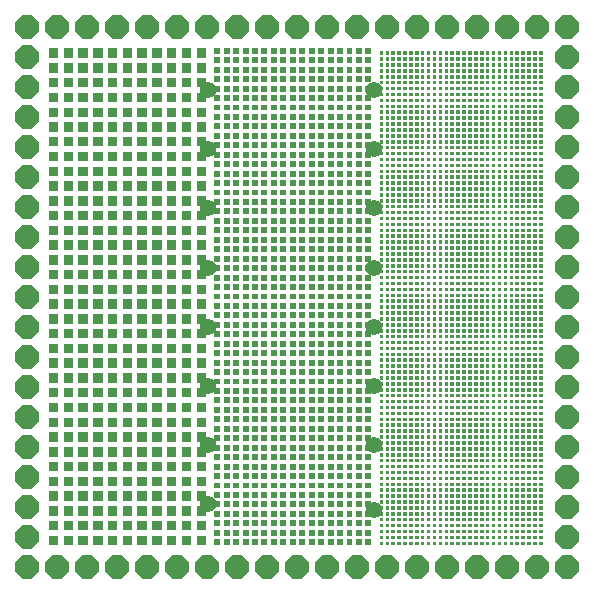
<source format=gtl>
G04 Layer_Physical_Order=1*
G04 Layer_Color=255*
%FSLAX44Y44*%
%MOMM*%
G71*
G01*
G75*
%ADD10C,1.4000*%
%ADD11P,2.1648X8X202.5*%
%ADD12P,2.1648X8X112.5*%
G36*
X305000Y176000D02*
X300000D01*
Y181000D01*
X305000D01*
Y176000D01*
D02*
G37*
G36*
X313000D02*
X308000D01*
Y181000D01*
X313000D01*
Y176000D01*
D02*
G37*
G36*
X48000Y177500D02*
X40000D01*
Y185500D01*
X48000D01*
Y177500D01*
D02*
G37*
G36*
X297000Y176000D02*
X292000D01*
Y181000D01*
X297000D01*
Y176000D01*
D02*
G37*
G36*
X273000D02*
X268000D01*
Y181000D01*
X273000D01*
Y176000D01*
D02*
G37*
G36*
X281000D02*
X276000D01*
Y181000D01*
X281000D01*
Y176000D01*
D02*
G37*
G36*
X289000D02*
X284000D01*
Y181000D01*
X289000D01*
Y176000D01*
D02*
G37*
G36*
X110500Y177500D02*
X102500D01*
Y185500D01*
X110500D01*
Y177500D01*
D02*
G37*
G36*
X123000D02*
X115000D01*
Y185500D01*
X123000D01*
Y177500D01*
D02*
G37*
G36*
X135500D02*
X127500D01*
Y185500D01*
X135500D01*
Y177500D01*
D02*
G37*
G36*
X98000D02*
X90000D01*
Y185500D01*
X98000D01*
Y177500D01*
D02*
G37*
G36*
X60500D02*
X52500D01*
Y185500D01*
X60500D01*
Y177500D01*
D02*
G37*
G36*
X73000D02*
X65000D01*
Y185500D01*
X73000D01*
Y177500D01*
D02*
G37*
G36*
X85500D02*
X77500D01*
Y185500D01*
X85500D01*
Y177500D01*
D02*
G37*
G36*
X193000Y176000D02*
X188000D01*
Y181000D01*
X193000D01*
Y176000D01*
D02*
G37*
G36*
X201000D02*
X196000D01*
Y181000D01*
X201000D01*
Y176000D01*
D02*
G37*
G36*
X209000D02*
X204000D01*
Y181000D01*
X209000D01*
Y176000D01*
D02*
G37*
G36*
X185000D02*
X180000D01*
Y181000D01*
X185000D01*
Y176000D01*
D02*
G37*
G36*
X448000Y175000D02*
X445000D01*
Y178000D01*
X448000D01*
Y175000D01*
D02*
G37*
G36*
X453000D02*
X450000D01*
Y178000D01*
X453000D01*
Y175000D01*
D02*
G37*
G36*
X458000D02*
X455000D01*
Y178000D01*
X458000D01*
Y175000D01*
D02*
G37*
G36*
X249000Y176000D02*
X244000D01*
Y181000D01*
X249000D01*
Y176000D01*
D02*
G37*
G36*
X257000D02*
X252000D01*
Y181000D01*
X257000D01*
Y176000D01*
D02*
G37*
G36*
X265000D02*
X260000D01*
Y181000D01*
X265000D01*
Y176000D01*
D02*
G37*
G36*
X241000D02*
X236000D01*
Y181000D01*
X241000D01*
Y176000D01*
D02*
G37*
G36*
X217000D02*
X212000D01*
Y181000D01*
X217000D01*
Y176000D01*
D02*
G37*
G36*
X225000D02*
X220000D01*
Y181000D01*
X225000D01*
Y176000D01*
D02*
G37*
G36*
X233000D02*
X228000D01*
Y181000D01*
X233000D01*
Y176000D01*
D02*
G37*
G36*
X398000Y180000D02*
X395000D01*
Y183000D01*
X398000D01*
Y180000D01*
D02*
G37*
G36*
X403000D02*
X400000D01*
Y183000D01*
X403000D01*
Y180000D01*
D02*
G37*
G36*
X408000D02*
X405000D01*
Y183000D01*
X408000D01*
Y180000D01*
D02*
G37*
G36*
X393000D02*
X390000D01*
Y183000D01*
X393000D01*
Y180000D01*
D02*
G37*
G36*
X378000D02*
X375000D01*
Y183000D01*
X378000D01*
Y180000D01*
D02*
G37*
G36*
X383000D02*
X380000D01*
Y183000D01*
X383000D01*
Y180000D01*
D02*
G37*
G36*
X388000D02*
X385000D01*
Y183000D01*
X388000D01*
Y180000D01*
D02*
G37*
G36*
X433000D02*
X430000D01*
Y183000D01*
X433000D01*
Y180000D01*
D02*
G37*
G36*
X438000D02*
X435000D01*
Y183000D01*
X438000D01*
Y180000D01*
D02*
G37*
G36*
X443000D02*
X440000D01*
Y183000D01*
X443000D01*
Y180000D01*
D02*
G37*
G36*
X428000D02*
X425000D01*
Y183000D01*
X428000D01*
Y180000D01*
D02*
G37*
G36*
X413000D02*
X410000D01*
Y183000D01*
X413000D01*
Y180000D01*
D02*
G37*
G36*
X418000D02*
X415000D01*
Y183000D01*
X418000D01*
Y180000D01*
D02*
G37*
G36*
X423000D02*
X420000D01*
Y183000D01*
X423000D01*
Y180000D01*
D02*
G37*
G36*
X328000D02*
X325000D01*
Y183000D01*
X328000D01*
Y180000D01*
D02*
G37*
G36*
X333000D02*
X330000D01*
Y183000D01*
X333000D01*
Y180000D01*
D02*
G37*
G36*
X338000D02*
X335000D01*
Y183000D01*
X338000D01*
Y180000D01*
D02*
G37*
G36*
X323000D02*
X320000D01*
Y183000D01*
X323000D01*
Y180000D01*
D02*
G37*
G36*
X148000Y177500D02*
X140000D01*
Y185500D01*
X148000D01*
Y177500D01*
D02*
G37*
G36*
X160500D02*
X152500D01*
Y185500D01*
X160500D01*
Y177500D01*
D02*
G37*
G36*
X173000D02*
X165000D01*
Y185500D01*
X173000D01*
Y177500D01*
D02*
G37*
G36*
X363000Y180000D02*
X360000D01*
Y183000D01*
X363000D01*
Y180000D01*
D02*
G37*
G36*
X368000D02*
X365000D01*
Y183000D01*
X368000D01*
Y180000D01*
D02*
G37*
G36*
X373000D02*
X370000D01*
Y183000D01*
X373000D01*
Y180000D01*
D02*
G37*
G36*
X358000D02*
X355000D01*
Y183000D01*
X358000D01*
Y180000D01*
D02*
G37*
G36*
X343000D02*
X340000D01*
Y183000D01*
X343000D01*
Y180000D01*
D02*
G37*
G36*
X348000D02*
X345000D01*
Y183000D01*
X348000D01*
Y180000D01*
D02*
G37*
G36*
X353000D02*
X350000D01*
Y183000D01*
X353000D01*
Y180000D01*
D02*
G37*
G36*
X443000Y175000D02*
X440000D01*
Y178000D01*
X443000D01*
Y175000D01*
D02*
G37*
G36*
X393000Y170000D02*
X390000D01*
Y173000D01*
X393000D01*
Y170000D01*
D02*
G37*
G36*
X398000D02*
X395000D01*
Y173000D01*
X398000D01*
Y170000D01*
D02*
G37*
G36*
X403000D02*
X400000D01*
Y173000D01*
X403000D01*
Y170000D01*
D02*
G37*
G36*
X388000D02*
X385000D01*
Y173000D01*
X388000D01*
Y170000D01*
D02*
G37*
G36*
X373000D02*
X370000D01*
Y173000D01*
X373000D01*
Y170000D01*
D02*
G37*
G36*
X378000D02*
X375000D01*
Y173000D01*
X378000D01*
Y170000D01*
D02*
G37*
G36*
X383000D02*
X380000D01*
Y173000D01*
X383000D01*
Y170000D01*
D02*
G37*
G36*
X428000D02*
X425000D01*
Y173000D01*
X428000D01*
Y170000D01*
D02*
G37*
G36*
X433000D02*
X430000D01*
Y173000D01*
X433000D01*
Y170000D01*
D02*
G37*
G36*
X438000D02*
X435000D01*
Y173000D01*
X438000D01*
Y170000D01*
D02*
G37*
G36*
X423000D02*
X420000D01*
Y173000D01*
X423000D01*
Y170000D01*
D02*
G37*
G36*
X408000D02*
X405000D01*
Y173000D01*
X408000D01*
Y170000D01*
D02*
G37*
G36*
X413000D02*
X410000D01*
Y173000D01*
X413000D01*
Y170000D01*
D02*
G37*
G36*
X418000D02*
X415000D01*
Y173000D01*
X418000D01*
Y170000D01*
D02*
G37*
G36*
X323000D02*
X320000D01*
Y173000D01*
X323000D01*
Y170000D01*
D02*
G37*
G36*
X328000D02*
X325000D01*
Y173000D01*
X328000D01*
Y170000D01*
D02*
G37*
G36*
X333000D02*
X330000D01*
Y173000D01*
X333000D01*
Y170000D01*
D02*
G37*
G36*
X313000Y168000D02*
X308000D01*
Y173000D01*
X313000D01*
Y168000D01*
D02*
G37*
G36*
X289000D02*
X284000D01*
Y173000D01*
X289000D01*
Y168000D01*
D02*
G37*
G36*
X297000D02*
X292000D01*
Y173000D01*
X297000D01*
Y168000D01*
D02*
G37*
G36*
X305000D02*
X300000D01*
Y173000D01*
X305000D01*
Y168000D01*
D02*
G37*
G36*
X358000Y170000D02*
X355000D01*
Y173000D01*
X358000D01*
Y170000D01*
D02*
G37*
G36*
X363000D02*
X360000D01*
Y173000D01*
X363000D01*
Y170000D01*
D02*
G37*
G36*
X368000D02*
X365000D01*
Y173000D01*
X368000D01*
Y170000D01*
D02*
G37*
G36*
X353000D02*
X350000D01*
Y173000D01*
X353000D01*
Y170000D01*
D02*
G37*
G36*
X338000D02*
X335000D01*
Y173000D01*
X338000D01*
Y170000D01*
D02*
G37*
G36*
X343000D02*
X340000D01*
Y173000D01*
X343000D01*
Y170000D01*
D02*
G37*
G36*
X348000D02*
X345000D01*
Y173000D01*
X348000D01*
Y170000D01*
D02*
G37*
G36*
X393000Y175000D02*
X390000D01*
Y178000D01*
X393000D01*
Y175000D01*
D02*
G37*
G36*
X398000D02*
X395000D01*
Y178000D01*
X398000D01*
Y175000D01*
D02*
G37*
G36*
X403000D02*
X400000D01*
Y178000D01*
X403000D01*
Y175000D01*
D02*
G37*
G36*
X388000D02*
X385000D01*
Y178000D01*
X388000D01*
Y175000D01*
D02*
G37*
G36*
X373000D02*
X370000D01*
Y178000D01*
X373000D01*
Y175000D01*
D02*
G37*
G36*
X378000D02*
X375000D01*
Y178000D01*
X378000D01*
Y175000D01*
D02*
G37*
G36*
X383000D02*
X380000D01*
Y178000D01*
X383000D01*
Y175000D01*
D02*
G37*
G36*
X428000D02*
X425000D01*
Y178000D01*
X428000D01*
Y175000D01*
D02*
G37*
G36*
X433000D02*
X430000D01*
Y178000D01*
X433000D01*
Y175000D01*
D02*
G37*
G36*
X438000D02*
X435000D01*
Y178000D01*
X438000D01*
Y175000D01*
D02*
G37*
G36*
X423000D02*
X420000D01*
Y178000D01*
X423000D01*
Y175000D01*
D02*
G37*
G36*
X408000D02*
X405000D01*
Y178000D01*
X408000D01*
Y175000D01*
D02*
G37*
G36*
X413000D02*
X410000D01*
Y178000D01*
X413000D01*
Y175000D01*
D02*
G37*
G36*
X418000D02*
X415000D01*
Y178000D01*
X418000D01*
Y175000D01*
D02*
G37*
G36*
X323000D02*
X320000D01*
Y178000D01*
X323000D01*
Y175000D01*
D02*
G37*
G36*
X328000D02*
X325000D01*
Y178000D01*
X328000D01*
Y175000D01*
D02*
G37*
G36*
X333000D02*
X330000D01*
Y178000D01*
X333000D01*
Y175000D01*
D02*
G37*
G36*
X458000Y170000D02*
X455000D01*
Y173000D01*
X458000D01*
Y170000D01*
D02*
G37*
G36*
X443000D02*
X440000D01*
Y173000D01*
X443000D01*
Y170000D01*
D02*
G37*
G36*
X448000D02*
X445000D01*
Y173000D01*
X448000D01*
Y170000D01*
D02*
G37*
G36*
X453000D02*
X450000D01*
Y173000D01*
X453000D01*
Y170000D01*
D02*
G37*
G36*
X358000Y175000D02*
X355000D01*
Y178000D01*
X358000D01*
Y175000D01*
D02*
G37*
G36*
X363000D02*
X360000D01*
Y178000D01*
X363000D01*
Y175000D01*
D02*
G37*
G36*
X368000D02*
X365000D01*
Y178000D01*
X368000D01*
Y175000D01*
D02*
G37*
G36*
X353000D02*
X350000D01*
Y178000D01*
X353000D01*
Y175000D01*
D02*
G37*
G36*
X338000D02*
X335000D01*
Y178000D01*
X338000D01*
Y175000D01*
D02*
G37*
G36*
X343000D02*
X340000D01*
Y178000D01*
X343000D01*
Y175000D01*
D02*
G37*
G36*
X348000D02*
X345000D01*
Y178000D01*
X348000D01*
Y175000D01*
D02*
G37*
G36*
X458000Y190000D02*
X455000D01*
Y193000D01*
X458000D01*
Y190000D01*
D02*
G37*
G36*
X48000Y190000D02*
X40000D01*
Y198000D01*
X48000D01*
Y190000D01*
D02*
G37*
G36*
X60500D02*
X52500D01*
Y198000D01*
X60500D01*
Y190000D01*
D02*
G37*
G36*
X453000Y190000D02*
X450000D01*
Y193000D01*
X453000D01*
Y190000D01*
D02*
G37*
G36*
X438000D02*
X435000D01*
Y193000D01*
X438000D01*
Y190000D01*
D02*
G37*
G36*
X443000D02*
X440000D01*
Y193000D01*
X443000D01*
Y190000D01*
D02*
G37*
G36*
X448000D02*
X445000D01*
Y193000D01*
X448000D01*
Y190000D01*
D02*
G37*
G36*
X123000Y190000D02*
X115000D01*
Y198000D01*
X123000D01*
Y190000D01*
D02*
G37*
G36*
X135500D02*
X127500D01*
Y198000D01*
X135500D01*
Y190000D01*
D02*
G37*
G36*
X148000D02*
X140000D01*
Y198000D01*
X148000D01*
Y190000D01*
D02*
G37*
G36*
X110500D02*
X102500D01*
Y198000D01*
X110500D01*
Y190000D01*
D02*
G37*
G36*
X73000D02*
X65000D01*
Y198000D01*
X73000D01*
Y190000D01*
D02*
G37*
G36*
X85500D02*
X77500D01*
Y198000D01*
X85500D01*
Y190000D01*
D02*
G37*
G36*
X98000D02*
X90000D01*
Y198000D01*
X98000D01*
Y190000D01*
D02*
G37*
G36*
X388000Y190000D02*
X385000D01*
Y193000D01*
X388000D01*
Y190000D01*
D02*
G37*
G36*
X393000D02*
X390000D01*
Y193000D01*
X393000D01*
Y190000D01*
D02*
G37*
G36*
X398000D02*
X395000D01*
Y193000D01*
X398000D01*
Y190000D01*
D02*
G37*
G36*
X383000D02*
X380000D01*
Y193000D01*
X383000D01*
Y190000D01*
D02*
G37*
G36*
X368000D02*
X365000D01*
Y193000D01*
X368000D01*
Y190000D01*
D02*
G37*
G36*
X373000D02*
X370000D01*
Y193000D01*
X373000D01*
Y190000D01*
D02*
G37*
G36*
X378000D02*
X375000D01*
Y193000D01*
X378000D01*
Y190000D01*
D02*
G37*
G36*
X423000D02*
X420000D01*
Y193000D01*
X423000D01*
Y190000D01*
D02*
G37*
G36*
X428000D02*
X425000D01*
Y193000D01*
X428000D01*
Y190000D01*
D02*
G37*
G36*
X433000D02*
X430000D01*
Y193000D01*
X433000D01*
Y190000D01*
D02*
G37*
G36*
X418000D02*
X415000D01*
Y193000D01*
X418000D01*
Y190000D01*
D02*
G37*
G36*
X403000D02*
X400000D01*
Y193000D01*
X403000D01*
Y190000D01*
D02*
G37*
G36*
X408000D02*
X405000D01*
Y193000D01*
X408000D01*
Y190000D01*
D02*
G37*
G36*
X413000D02*
X410000D01*
Y193000D01*
X413000D01*
Y190000D01*
D02*
G37*
G36*
X313000Y192000D02*
X308000D01*
Y197000D01*
X313000D01*
Y192000D01*
D02*
G37*
G36*
X323000Y195000D02*
X320000D01*
Y198000D01*
X323000D01*
Y195000D01*
D02*
G37*
G36*
X328000D02*
X325000D01*
Y198000D01*
X328000D01*
Y195000D01*
D02*
G37*
G36*
X305000Y192000D02*
X300000D01*
Y197000D01*
X305000D01*
Y192000D01*
D02*
G37*
G36*
X281000D02*
X276000D01*
Y197000D01*
X281000D01*
Y192000D01*
D02*
G37*
G36*
X289000D02*
X284000D01*
Y197000D01*
X289000D01*
Y192000D01*
D02*
G37*
G36*
X297000D02*
X292000D01*
Y197000D01*
X297000D01*
Y192000D01*
D02*
G37*
G36*
X353000Y195000D02*
X350000D01*
Y198000D01*
X353000D01*
Y195000D01*
D02*
G37*
G36*
X358000D02*
X355000D01*
Y198000D01*
X358000D01*
Y195000D01*
D02*
G37*
G36*
X363000D02*
X360000D01*
Y198000D01*
X363000D01*
Y195000D01*
D02*
G37*
G36*
X348000D02*
X345000D01*
Y198000D01*
X348000D01*
Y195000D01*
D02*
G37*
G36*
X333000D02*
X330000D01*
Y198000D01*
X333000D01*
Y195000D01*
D02*
G37*
G36*
X338000D02*
X335000D01*
Y198000D01*
X338000D01*
Y195000D01*
D02*
G37*
G36*
X343000D02*
X340000D01*
Y198000D01*
X343000D01*
Y195000D01*
D02*
G37*
G36*
X201000Y192000D02*
X196000D01*
Y197000D01*
X201000D01*
Y192000D01*
D02*
G37*
G36*
X209000D02*
X204000D01*
Y197000D01*
X209000D01*
Y192000D01*
D02*
G37*
G36*
X217000D02*
X212000D01*
Y197000D01*
X217000D01*
Y192000D01*
D02*
G37*
G36*
X193000D02*
X188000D01*
Y197000D01*
X193000D01*
Y192000D01*
D02*
G37*
G36*
X160500Y190000D02*
X152500D01*
Y198000D01*
X160500D01*
Y190000D01*
D02*
G37*
G36*
X173000D02*
X165000D01*
Y198000D01*
X173000D01*
Y190000D01*
D02*
G37*
G36*
X185000Y192000D02*
X180000D01*
Y197000D01*
X185000D01*
Y192000D01*
D02*
G37*
G36*
X257000D02*
X252000D01*
Y197000D01*
X257000D01*
Y192000D01*
D02*
G37*
G36*
X265000D02*
X260000D01*
Y197000D01*
X265000D01*
Y192000D01*
D02*
G37*
G36*
X273000D02*
X268000D01*
Y197000D01*
X273000D01*
Y192000D01*
D02*
G37*
G36*
X249000D02*
X244000D01*
Y197000D01*
X249000D01*
Y192000D01*
D02*
G37*
G36*
X225000D02*
X220000D01*
Y197000D01*
X225000D01*
Y192000D01*
D02*
G37*
G36*
X233000D02*
X228000D01*
Y197000D01*
X233000D01*
Y192000D01*
D02*
G37*
G36*
X241000D02*
X236000D01*
Y197000D01*
X241000D01*
Y192000D01*
D02*
G37*
G36*
X363000Y190000D02*
X360000D01*
Y193000D01*
X363000D01*
Y190000D01*
D02*
G37*
G36*
X305000Y184000D02*
X300000D01*
Y189000D01*
X305000D01*
Y184000D01*
D02*
G37*
G36*
X313000D02*
X308000D01*
Y189000D01*
X313000D01*
Y184000D01*
D02*
G37*
G36*
X323000Y185000D02*
X320000D01*
Y188000D01*
X323000D01*
Y185000D01*
D02*
G37*
G36*
X297000Y184000D02*
X292000D01*
Y189000D01*
X297000D01*
Y184000D01*
D02*
G37*
G36*
X273000D02*
X268000D01*
Y189000D01*
X273000D01*
Y184000D01*
D02*
G37*
G36*
X281000D02*
X276000D01*
Y189000D01*
X281000D01*
Y184000D01*
D02*
G37*
G36*
X289000D02*
X284000D01*
Y189000D01*
X289000D01*
Y184000D01*
D02*
G37*
G36*
X348000Y185000D02*
X345000D01*
Y188000D01*
X348000D01*
Y185000D01*
D02*
G37*
G36*
X353000D02*
X350000D01*
Y188000D01*
X353000D01*
Y185000D01*
D02*
G37*
G36*
X358000D02*
X355000D01*
Y188000D01*
X358000D01*
Y185000D01*
D02*
G37*
G36*
X343000D02*
X340000D01*
Y188000D01*
X343000D01*
Y185000D01*
D02*
G37*
G36*
X328000D02*
X325000D01*
Y188000D01*
X328000D01*
Y185000D01*
D02*
G37*
G36*
X333000D02*
X330000D01*
Y188000D01*
X333000D01*
Y185000D01*
D02*
G37*
G36*
X338000D02*
X335000D01*
Y188000D01*
X338000D01*
Y185000D01*
D02*
G37*
G36*
X193000Y184000D02*
X188000D01*
Y189000D01*
X193000D01*
Y184000D01*
D02*
G37*
G36*
X201000D02*
X196000D01*
Y189000D01*
X201000D01*
Y184000D01*
D02*
G37*
G36*
X209000D02*
X204000D01*
Y189000D01*
X209000D01*
Y184000D01*
D02*
G37*
G36*
X185000D02*
X180000D01*
Y189000D01*
X185000D01*
Y184000D01*
D02*
G37*
G36*
X448000Y180000D02*
X445000D01*
Y183000D01*
X448000D01*
Y180000D01*
D02*
G37*
G36*
X453000D02*
X450000D01*
Y183000D01*
X453000D01*
Y180000D01*
D02*
G37*
G36*
X458000D02*
X455000D01*
Y183000D01*
X458000D01*
Y180000D01*
D02*
G37*
G36*
X249000Y184000D02*
X244000D01*
Y189000D01*
X249000D01*
Y184000D01*
D02*
G37*
G36*
X257000D02*
X252000D01*
Y189000D01*
X257000D01*
Y184000D01*
D02*
G37*
G36*
X265000D02*
X260000D01*
Y189000D01*
X265000D01*
Y184000D01*
D02*
G37*
G36*
X241000D02*
X236000D01*
Y189000D01*
X241000D01*
Y184000D01*
D02*
G37*
G36*
X217000D02*
X212000D01*
Y189000D01*
X217000D01*
Y184000D01*
D02*
G37*
G36*
X225000D02*
X220000D01*
Y189000D01*
X225000D01*
Y184000D01*
D02*
G37*
G36*
X233000D02*
X228000D01*
Y189000D01*
X233000D01*
Y184000D01*
D02*
G37*
G36*
X453000Y185000D02*
X450000D01*
Y188000D01*
X453000D01*
Y185000D01*
D02*
G37*
G36*
X458000D02*
X455000D01*
Y188000D01*
X458000D01*
Y185000D01*
D02*
G37*
G36*
X323000Y190000D02*
X320000D01*
Y193000D01*
X323000D01*
Y190000D01*
D02*
G37*
G36*
X448000Y185000D02*
X445000D01*
Y188000D01*
X448000D01*
Y185000D01*
D02*
G37*
G36*
X433000D02*
X430000D01*
Y188000D01*
X433000D01*
Y185000D01*
D02*
G37*
G36*
X438000D02*
X435000D01*
Y188000D01*
X438000D01*
Y185000D01*
D02*
G37*
G36*
X443000D02*
X440000D01*
Y188000D01*
X443000D01*
Y185000D01*
D02*
G37*
G36*
X348000Y190000D02*
X345000D01*
Y193000D01*
X348000D01*
Y190000D01*
D02*
G37*
G36*
X353000D02*
X350000D01*
Y193000D01*
X353000D01*
Y190000D01*
D02*
G37*
G36*
X358000D02*
X355000D01*
Y193000D01*
X358000D01*
Y190000D01*
D02*
G37*
G36*
X343000D02*
X340000D01*
Y193000D01*
X343000D01*
Y190000D01*
D02*
G37*
G36*
X328000D02*
X325000D01*
Y193000D01*
X328000D01*
Y190000D01*
D02*
G37*
G36*
X333000D02*
X330000D01*
Y193000D01*
X333000D01*
Y190000D01*
D02*
G37*
G36*
X338000D02*
X335000D01*
Y193000D01*
X338000D01*
Y190000D01*
D02*
G37*
G36*
X383000Y185000D02*
X380000D01*
Y188000D01*
X383000D01*
Y185000D01*
D02*
G37*
G36*
X388000D02*
X385000D01*
Y188000D01*
X388000D01*
Y185000D01*
D02*
G37*
G36*
X393000D02*
X390000D01*
Y188000D01*
X393000D01*
Y185000D01*
D02*
G37*
G36*
X378000D02*
X375000D01*
Y188000D01*
X378000D01*
Y185000D01*
D02*
G37*
G36*
X363000D02*
X360000D01*
Y188000D01*
X363000D01*
Y185000D01*
D02*
G37*
G36*
X368000D02*
X365000D01*
Y188000D01*
X368000D01*
Y185000D01*
D02*
G37*
G36*
X373000D02*
X370000D01*
Y188000D01*
X373000D01*
Y185000D01*
D02*
G37*
G36*
X418000D02*
X415000D01*
Y188000D01*
X418000D01*
Y185000D01*
D02*
G37*
G36*
X423000D02*
X420000D01*
Y188000D01*
X423000D01*
Y185000D01*
D02*
G37*
G36*
X428000D02*
X425000D01*
Y188000D01*
X428000D01*
Y185000D01*
D02*
G37*
G36*
X413000D02*
X410000D01*
Y188000D01*
X413000D01*
Y185000D01*
D02*
G37*
G36*
X398000D02*
X395000D01*
Y188000D01*
X398000D01*
Y185000D01*
D02*
G37*
G36*
X403000D02*
X400000D01*
Y188000D01*
X403000D01*
Y185000D01*
D02*
G37*
G36*
X408000D02*
X405000D01*
Y188000D01*
X408000D01*
Y185000D01*
D02*
G37*
G36*
X281000Y168000D02*
X276000D01*
Y173000D01*
X281000D01*
Y168000D01*
D02*
G37*
G36*
X193000Y152000D02*
X188000D01*
Y157000D01*
X193000D01*
Y152000D01*
D02*
G37*
G36*
X201000D02*
X196000D01*
Y157000D01*
X201000D01*
Y152000D01*
D02*
G37*
G36*
X209000D02*
X204000D01*
Y157000D01*
X209000D01*
Y152000D01*
D02*
G37*
G36*
X185000D02*
X180000D01*
Y157000D01*
X185000D01*
Y152000D01*
D02*
G37*
G36*
X448000Y150000D02*
X445000D01*
Y153000D01*
X448000D01*
Y150000D01*
D02*
G37*
G36*
X453000D02*
X450000D01*
Y153000D01*
X453000D01*
Y150000D01*
D02*
G37*
G36*
X458000D02*
X455000D01*
Y153000D01*
X458000D01*
Y150000D01*
D02*
G37*
G36*
X249000Y152000D02*
X244000D01*
Y157000D01*
X249000D01*
Y152000D01*
D02*
G37*
G36*
X257000D02*
X252000D01*
Y157000D01*
X257000D01*
Y152000D01*
D02*
G37*
G36*
X265000D02*
X260000D01*
Y157000D01*
X265000D01*
Y152000D01*
D02*
G37*
G36*
X241000D02*
X236000D01*
Y157000D01*
X241000D01*
Y152000D01*
D02*
G37*
G36*
X217000D02*
X212000D01*
Y157000D01*
X217000D01*
Y152000D01*
D02*
G37*
G36*
X225000D02*
X220000D01*
Y157000D01*
X225000D01*
Y152000D01*
D02*
G37*
G36*
X233000D02*
X228000D01*
Y157000D01*
X233000D01*
Y152000D01*
D02*
G37*
G36*
X398000Y150000D02*
X395000D01*
Y153000D01*
X398000D01*
Y150000D01*
D02*
G37*
G36*
X403000D02*
X400000D01*
Y153000D01*
X403000D01*
Y150000D01*
D02*
G37*
G36*
X408000D02*
X405000D01*
Y153000D01*
X408000D01*
Y150000D01*
D02*
G37*
G36*
X393000D02*
X390000D01*
Y153000D01*
X393000D01*
Y150000D01*
D02*
G37*
G36*
X378000D02*
X375000D01*
Y153000D01*
X378000D01*
Y150000D01*
D02*
G37*
G36*
X383000D02*
X380000D01*
Y153000D01*
X383000D01*
Y150000D01*
D02*
G37*
G36*
X388000D02*
X385000D01*
Y153000D01*
X388000D01*
Y150000D01*
D02*
G37*
G36*
X433000D02*
X430000D01*
Y153000D01*
X433000D01*
Y150000D01*
D02*
G37*
G36*
X438000D02*
X435000D01*
Y153000D01*
X438000D01*
Y150000D01*
D02*
G37*
G36*
X443000D02*
X440000D01*
Y153000D01*
X443000D01*
Y150000D01*
D02*
G37*
G36*
X428000D02*
X425000D01*
Y153000D01*
X428000D01*
Y150000D01*
D02*
G37*
G36*
X413000D02*
X410000D01*
Y153000D01*
X413000D01*
Y150000D01*
D02*
G37*
G36*
X418000D02*
X415000D01*
Y153000D01*
X418000D01*
Y150000D01*
D02*
G37*
G36*
X423000D02*
X420000D01*
Y153000D01*
X423000D01*
Y150000D01*
D02*
G37*
G36*
X328000Y155000D02*
X325000D01*
Y158000D01*
X328000D01*
Y155000D01*
D02*
G37*
G36*
X333000D02*
X330000D01*
Y158000D01*
X333000D01*
Y155000D01*
D02*
G37*
G36*
X338000D02*
X335000D01*
Y158000D01*
X338000D01*
Y155000D01*
D02*
G37*
G36*
X323000D02*
X320000D01*
Y158000D01*
X323000D01*
Y155000D01*
D02*
G37*
G36*
X148000Y152500D02*
X140000D01*
Y160500D01*
X148000D01*
Y152500D01*
D02*
G37*
G36*
X160500D02*
X152500D01*
Y160500D01*
X160500D01*
Y152500D01*
D02*
G37*
G36*
X173000D02*
X165000D01*
Y160500D01*
X173000D01*
Y152500D01*
D02*
G37*
G36*
X363000Y155000D02*
X360000D01*
Y158000D01*
X363000D01*
Y155000D01*
D02*
G37*
G36*
X368000D02*
X365000D01*
Y158000D01*
X368000D01*
Y155000D01*
D02*
G37*
G36*
X373000D02*
X370000D01*
Y158000D01*
X373000D01*
Y155000D01*
D02*
G37*
G36*
X358000D02*
X355000D01*
Y158000D01*
X358000D01*
Y155000D01*
D02*
G37*
G36*
X343000D02*
X340000D01*
Y158000D01*
X343000D01*
Y155000D01*
D02*
G37*
G36*
X348000D02*
X345000D01*
Y158000D01*
X348000D01*
Y155000D01*
D02*
G37*
G36*
X353000D02*
X350000D01*
Y158000D01*
X353000D01*
Y155000D01*
D02*
G37*
G36*
X305000Y152000D02*
X300000D01*
Y157000D01*
X305000D01*
Y152000D01*
D02*
G37*
G36*
X313000D02*
X308000D01*
Y157000D01*
X313000D01*
Y152000D01*
D02*
G37*
G36*
X48000Y152500D02*
X40000D01*
Y160500D01*
X48000D01*
Y152500D01*
D02*
G37*
G36*
X297000Y152000D02*
X292000D01*
Y157000D01*
X297000D01*
Y152000D01*
D02*
G37*
G36*
X273000D02*
X268000D01*
Y157000D01*
X273000D01*
Y152000D01*
D02*
G37*
G36*
X281000D02*
X276000D01*
Y157000D01*
X281000D01*
Y152000D01*
D02*
G37*
G36*
X289000D02*
X284000D01*
Y157000D01*
X289000D01*
Y152000D01*
D02*
G37*
G36*
X110500Y152500D02*
X102500D01*
Y160500D01*
X110500D01*
Y152500D01*
D02*
G37*
G36*
X123000D02*
X115000D01*
Y160500D01*
X123000D01*
Y152500D01*
D02*
G37*
G36*
X135500D02*
X127500D01*
Y160500D01*
X135500D01*
Y152500D01*
D02*
G37*
G36*
X98000D02*
X90000D01*
Y160500D01*
X98000D01*
Y152500D01*
D02*
G37*
G36*
X60500D02*
X52500D01*
Y160500D01*
X60500D01*
Y152500D01*
D02*
G37*
G36*
X73000D02*
X65000D01*
Y160500D01*
X73000D01*
Y152500D01*
D02*
G37*
G36*
X85500D02*
X77500D01*
Y160500D01*
X85500D01*
Y152500D01*
D02*
G37*
G36*
X373000Y150000D02*
X370000D01*
Y153000D01*
X373000D01*
Y150000D01*
D02*
G37*
G36*
X323000Y145000D02*
X320000D01*
Y148000D01*
X323000D01*
Y145000D01*
D02*
G37*
G36*
X328000D02*
X325000D01*
Y148000D01*
X328000D01*
Y145000D01*
D02*
G37*
G36*
X333000D02*
X330000D01*
Y148000D01*
X333000D01*
Y145000D01*
D02*
G37*
G36*
X313000Y144000D02*
X308000D01*
Y149000D01*
X313000D01*
Y144000D01*
D02*
G37*
G36*
X289000D02*
X284000D01*
Y149000D01*
X289000D01*
Y144000D01*
D02*
G37*
G36*
X297000D02*
X292000D01*
Y149000D01*
X297000D01*
Y144000D01*
D02*
G37*
G36*
X305000D02*
X300000D01*
Y149000D01*
X305000D01*
Y144000D01*
D02*
G37*
G36*
X358000Y145000D02*
X355000D01*
Y148000D01*
X358000D01*
Y145000D01*
D02*
G37*
G36*
X363000D02*
X360000D01*
Y148000D01*
X363000D01*
Y145000D01*
D02*
G37*
G36*
X368000D02*
X365000D01*
Y148000D01*
X368000D01*
Y145000D01*
D02*
G37*
G36*
X353000D02*
X350000D01*
Y148000D01*
X353000D01*
Y145000D01*
D02*
G37*
G36*
X338000D02*
X335000D01*
Y148000D01*
X338000D01*
Y145000D01*
D02*
G37*
G36*
X343000D02*
X340000D01*
Y148000D01*
X343000D01*
Y145000D01*
D02*
G37*
G36*
X348000D02*
X345000D01*
Y148000D01*
X348000D01*
Y145000D01*
D02*
G37*
G36*
X209000Y144000D02*
X204000D01*
Y149000D01*
X209000D01*
Y144000D01*
D02*
G37*
G36*
X217000D02*
X212000D01*
Y149000D01*
X217000D01*
Y144000D01*
D02*
G37*
G36*
X225000D02*
X220000D01*
Y149000D01*
X225000D01*
Y144000D01*
D02*
G37*
G36*
X201000D02*
X196000D01*
Y149000D01*
X201000D01*
Y144000D01*
D02*
G37*
G36*
X173000Y140000D02*
X165000D01*
Y148000D01*
X173000D01*
Y140000D01*
D02*
G37*
G36*
X185000Y144000D02*
X180000D01*
Y149000D01*
X185000D01*
Y144000D01*
D02*
G37*
G36*
X193000D02*
X188000D01*
Y149000D01*
X193000D01*
Y144000D01*
D02*
G37*
G36*
X265000D02*
X260000D01*
Y149000D01*
X265000D01*
Y144000D01*
D02*
G37*
G36*
X273000D02*
X268000D01*
Y149000D01*
X273000D01*
Y144000D01*
D02*
G37*
G36*
X281000D02*
X276000D01*
Y149000D01*
X281000D01*
Y144000D01*
D02*
G37*
G36*
X257000D02*
X252000D01*
Y149000D01*
X257000D01*
Y144000D01*
D02*
G37*
G36*
X233000D02*
X228000D01*
Y149000D01*
X233000D01*
Y144000D01*
D02*
G37*
G36*
X241000D02*
X236000D01*
Y149000D01*
X241000D01*
Y144000D01*
D02*
G37*
G36*
X249000D02*
X244000D01*
Y149000D01*
X249000D01*
Y144000D01*
D02*
G37*
G36*
X323000Y150000D02*
X320000D01*
Y153000D01*
X323000D01*
Y150000D01*
D02*
G37*
G36*
X328000D02*
X325000D01*
Y153000D01*
X328000D01*
Y150000D01*
D02*
G37*
G36*
X333000D02*
X330000D01*
Y153000D01*
X333000D01*
Y150000D01*
D02*
G37*
G36*
X458000Y145000D02*
X455000D01*
Y148000D01*
X458000D01*
Y145000D01*
D02*
G37*
G36*
X443000D02*
X440000D01*
Y148000D01*
X443000D01*
Y145000D01*
D02*
G37*
G36*
X448000D02*
X445000D01*
Y148000D01*
X448000D01*
Y145000D01*
D02*
G37*
G36*
X453000D02*
X450000D01*
Y148000D01*
X453000D01*
Y145000D01*
D02*
G37*
G36*
X358000Y150000D02*
X355000D01*
Y153000D01*
X358000D01*
Y150000D01*
D02*
G37*
G36*
X363000D02*
X360000D01*
Y153000D01*
X363000D01*
Y150000D01*
D02*
G37*
G36*
X368000D02*
X365000D01*
Y153000D01*
X368000D01*
Y150000D01*
D02*
G37*
G36*
X353000D02*
X350000D01*
Y153000D01*
X353000D01*
Y150000D01*
D02*
G37*
G36*
X338000D02*
X335000D01*
Y153000D01*
X338000D01*
Y150000D01*
D02*
G37*
G36*
X343000D02*
X340000D01*
Y153000D01*
X343000D01*
Y150000D01*
D02*
G37*
G36*
X348000D02*
X345000D01*
Y153000D01*
X348000D01*
Y150000D01*
D02*
G37*
G36*
X393000Y145000D02*
X390000D01*
Y148000D01*
X393000D01*
Y145000D01*
D02*
G37*
G36*
X398000D02*
X395000D01*
Y148000D01*
X398000D01*
Y145000D01*
D02*
G37*
G36*
X403000D02*
X400000D01*
Y148000D01*
X403000D01*
Y145000D01*
D02*
G37*
G36*
X388000D02*
X385000D01*
Y148000D01*
X388000D01*
Y145000D01*
D02*
G37*
G36*
X373000D02*
X370000D01*
Y148000D01*
X373000D01*
Y145000D01*
D02*
G37*
G36*
X378000D02*
X375000D01*
Y148000D01*
X378000D01*
Y145000D01*
D02*
G37*
G36*
X383000D02*
X380000D01*
Y148000D01*
X383000D01*
Y145000D01*
D02*
G37*
G36*
X428000D02*
X425000D01*
Y148000D01*
X428000D01*
Y145000D01*
D02*
G37*
G36*
X433000D02*
X430000D01*
Y148000D01*
X433000D01*
Y145000D01*
D02*
G37*
G36*
X438000D02*
X435000D01*
Y148000D01*
X438000D01*
Y145000D01*
D02*
G37*
G36*
X423000D02*
X420000D01*
Y148000D01*
X423000D01*
Y145000D01*
D02*
G37*
G36*
X408000D02*
X405000D01*
Y148000D01*
X408000D01*
Y145000D01*
D02*
G37*
G36*
X413000D02*
X410000D01*
Y148000D01*
X413000D01*
Y145000D01*
D02*
G37*
G36*
X418000D02*
X415000D01*
Y148000D01*
X418000D01*
Y145000D01*
D02*
G37*
G36*
X333000Y165000D02*
X330000D01*
Y168000D01*
X333000D01*
Y165000D01*
D02*
G37*
G36*
X338000D02*
X335000D01*
Y168000D01*
X338000D01*
Y165000D01*
D02*
G37*
G36*
X343000D02*
X340000D01*
Y168000D01*
X343000D01*
Y165000D01*
D02*
G37*
G36*
X328000D02*
X325000D01*
Y168000D01*
X328000D01*
Y165000D01*
D02*
G37*
G36*
X160500D02*
X152500D01*
Y173000D01*
X160500D01*
Y165000D01*
D02*
G37*
G36*
X173000D02*
X165000D01*
Y173000D01*
X173000D01*
Y165000D01*
D02*
G37*
G36*
X323000D02*
X320000D01*
Y168000D01*
X323000D01*
Y165000D01*
D02*
G37*
G36*
X368000D02*
X365000D01*
Y168000D01*
X368000D01*
Y165000D01*
D02*
G37*
G36*
X373000D02*
X370000D01*
Y168000D01*
X373000D01*
Y165000D01*
D02*
G37*
G36*
X378000D02*
X375000D01*
Y168000D01*
X378000D01*
Y165000D01*
D02*
G37*
G36*
X363000D02*
X360000D01*
Y168000D01*
X363000D01*
Y165000D01*
D02*
G37*
G36*
X348000D02*
X345000D01*
Y168000D01*
X348000D01*
Y165000D01*
D02*
G37*
G36*
X353000D02*
X350000D01*
Y168000D01*
X353000D01*
Y165000D01*
D02*
G37*
G36*
X358000D02*
X355000D01*
Y168000D01*
X358000D01*
Y165000D01*
D02*
G37*
G36*
X458000Y160000D02*
X455000D01*
Y163000D01*
X458000D01*
Y160000D01*
D02*
G37*
G36*
X48000Y165000D02*
X40000D01*
Y173000D01*
X48000D01*
Y165000D01*
D02*
G37*
G36*
X60500D02*
X52500D01*
Y173000D01*
X60500D01*
Y165000D01*
D02*
G37*
G36*
X453000Y160000D02*
X450000D01*
Y163000D01*
X453000D01*
Y160000D01*
D02*
G37*
G36*
X438000D02*
X435000D01*
Y163000D01*
X438000D01*
Y160000D01*
D02*
G37*
G36*
X443000D02*
X440000D01*
Y163000D01*
X443000D01*
Y160000D01*
D02*
G37*
G36*
X448000D02*
X445000D01*
Y163000D01*
X448000D01*
Y160000D01*
D02*
G37*
G36*
X123000Y165000D02*
X115000D01*
Y173000D01*
X123000D01*
Y165000D01*
D02*
G37*
G36*
X135500D02*
X127500D01*
Y173000D01*
X135500D01*
Y165000D01*
D02*
G37*
G36*
X148000D02*
X140000D01*
Y173000D01*
X148000D01*
Y165000D01*
D02*
G37*
G36*
X110500D02*
X102500D01*
Y173000D01*
X110500D01*
Y165000D01*
D02*
G37*
G36*
X73000D02*
X65000D01*
Y173000D01*
X73000D01*
Y165000D01*
D02*
G37*
G36*
X85500D02*
X77500D01*
Y173000D01*
X85500D01*
Y165000D01*
D02*
G37*
G36*
X98000D02*
X90000D01*
Y173000D01*
X98000D01*
Y165000D01*
D02*
G37*
G36*
X201000Y168000D02*
X196000D01*
Y173000D01*
X201000D01*
Y168000D01*
D02*
G37*
G36*
X209000D02*
X204000D01*
Y173000D01*
X209000D01*
Y168000D01*
D02*
G37*
G36*
X217000D02*
X212000D01*
Y173000D01*
X217000D01*
Y168000D01*
D02*
G37*
G36*
X193000D02*
X188000D01*
Y173000D01*
X193000D01*
Y168000D01*
D02*
G37*
G36*
X453000Y165000D02*
X450000D01*
Y168000D01*
X453000D01*
Y165000D01*
D02*
G37*
G36*
X458000D02*
X455000D01*
Y168000D01*
X458000D01*
Y165000D01*
D02*
G37*
G36*
X185000Y168000D02*
X180000D01*
Y173000D01*
X185000D01*
Y168000D01*
D02*
G37*
G36*
X257000D02*
X252000D01*
Y173000D01*
X257000D01*
Y168000D01*
D02*
G37*
G36*
X265000D02*
X260000D01*
Y173000D01*
X265000D01*
Y168000D01*
D02*
G37*
G36*
X273000D02*
X268000D01*
Y173000D01*
X273000D01*
Y168000D01*
D02*
G37*
G36*
X249000D02*
X244000D01*
Y173000D01*
X249000D01*
Y168000D01*
D02*
G37*
G36*
X225000D02*
X220000D01*
Y173000D01*
X225000D01*
Y168000D01*
D02*
G37*
G36*
X233000D02*
X228000D01*
Y173000D01*
X233000D01*
Y168000D01*
D02*
G37*
G36*
X241000D02*
X236000D01*
Y173000D01*
X241000D01*
Y168000D01*
D02*
G37*
G36*
X403000Y165000D02*
X400000D01*
Y168000D01*
X403000D01*
Y165000D01*
D02*
G37*
G36*
X408000D02*
X405000D01*
Y168000D01*
X408000D01*
Y165000D01*
D02*
G37*
G36*
X413000D02*
X410000D01*
Y168000D01*
X413000D01*
Y165000D01*
D02*
G37*
G36*
X398000D02*
X395000D01*
Y168000D01*
X398000D01*
Y165000D01*
D02*
G37*
G36*
X383000D02*
X380000D01*
Y168000D01*
X383000D01*
Y165000D01*
D02*
G37*
G36*
X388000D02*
X385000D01*
Y168000D01*
X388000D01*
Y165000D01*
D02*
G37*
G36*
X393000D02*
X390000D01*
Y168000D01*
X393000D01*
Y165000D01*
D02*
G37*
G36*
X438000D02*
X435000D01*
Y168000D01*
X438000D01*
Y165000D01*
D02*
G37*
G36*
X443000D02*
X440000D01*
Y168000D01*
X443000D01*
Y165000D01*
D02*
G37*
G36*
X448000D02*
X445000D01*
Y168000D01*
X448000D01*
Y165000D01*
D02*
G37*
G36*
X433000D02*
X430000D01*
Y168000D01*
X433000D01*
Y165000D01*
D02*
G37*
G36*
X418000D02*
X415000D01*
Y168000D01*
X418000D01*
Y165000D01*
D02*
G37*
G36*
X423000D02*
X420000D01*
Y168000D01*
X423000D01*
Y165000D01*
D02*
G37*
G36*
X428000D02*
X425000D01*
Y168000D01*
X428000D01*
Y165000D01*
D02*
G37*
G36*
X433000Y160000D02*
X430000D01*
Y163000D01*
X433000D01*
Y160000D01*
D02*
G37*
G36*
X193000D02*
X188000D01*
Y165000D01*
X193000D01*
Y160000D01*
D02*
G37*
G36*
X201000D02*
X196000D01*
Y165000D01*
X201000D01*
Y160000D01*
D02*
G37*
G36*
X209000D02*
X204000D01*
Y165000D01*
X209000D01*
Y160000D01*
D02*
G37*
G36*
X185000D02*
X180000D01*
Y165000D01*
X185000D01*
Y160000D01*
D02*
G37*
G36*
X448000Y155000D02*
X445000D01*
Y158000D01*
X448000D01*
Y155000D01*
D02*
G37*
G36*
X453000D02*
X450000D01*
Y158000D01*
X453000D01*
Y155000D01*
D02*
G37*
G36*
X458000D02*
X455000D01*
Y158000D01*
X458000D01*
Y155000D01*
D02*
G37*
G36*
X249000Y160000D02*
X244000D01*
Y165000D01*
X249000D01*
Y160000D01*
D02*
G37*
G36*
X257000D02*
X252000D01*
Y165000D01*
X257000D01*
Y160000D01*
D02*
G37*
G36*
X265000D02*
X260000D01*
Y165000D01*
X265000D01*
Y160000D01*
D02*
G37*
G36*
X241000D02*
X236000D01*
Y165000D01*
X241000D01*
Y160000D01*
D02*
G37*
G36*
X217000D02*
X212000D01*
Y165000D01*
X217000D01*
Y160000D01*
D02*
G37*
G36*
X225000D02*
X220000D01*
Y165000D01*
X225000D01*
Y160000D01*
D02*
G37*
G36*
X233000D02*
X228000D01*
Y165000D01*
X233000D01*
Y160000D01*
D02*
G37*
G36*
X398000Y155000D02*
X395000D01*
Y158000D01*
X398000D01*
Y155000D01*
D02*
G37*
G36*
X403000D02*
X400000D01*
Y158000D01*
X403000D01*
Y155000D01*
D02*
G37*
G36*
X408000D02*
X405000D01*
Y158000D01*
X408000D01*
Y155000D01*
D02*
G37*
G36*
X393000D02*
X390000D01*
Y158000D01*
X393000D01*
Y155000D01*
D02*
G37*
G36*
X378000D02*
X375000D01*
Y158000D01*
X378000D01*
Y155000D01*
D02*
G37*
G36*
X383000D02*
X380000D01*
Y158000D01*
X383000D01*
Y155000D01*
D02*
G37*
G36*
X388000D02*
X385000D01*
Y158000D01*
X388000D01*
Y155000D01*
D02*
G37*
G36*
X433000D02*
X430000D01*
Y158000D01*
X433000D01*
Y155000D01*
D02*
G37*
G36*
X438000D02*
X435000D01*
Y158000D01*
X438000D01*
Y155000D01*
D02*
G37*
G36*
X443000D02*
X440000D01*
Y158000D01*
X443000D01*
Y155000D01*
D02*
G37*
G36*
X428000D02*
X425000D01*
Y158000D01*
X428000D01*
Y155000D01*
D02*
G37*
G36*
X413000D02*
X410000D01*
Y158000D01*
X413000D01*
Y155000D01*
D02*
G37*
G36*
X418000D02*
X415000D01*
Y158000D01*
X418000D01*
Y155000D01*
D02*
G37*
G36*
X423000D02*
X420000D01*
Y158000D01*
X423000D01*
Y155000D01*
D02*
G37*
G36*
X383000Y160000D02*
X380000D01*
Y163000D01*
X383000D01*
Y160000D01*
D02*
G37*
G36*
X388000D02*
X385000D01*
Y163000D01*
X388000D01*
Y160000D01*
D02*
G37*
G36*
X393000D02*
X390000D01*
Y163000D01*
X393000D01*
Y160000D01*
D02*
G37*
G36*
X378000D02*
X375000D01*
Y163000D01*
X378000D01*
Y160000D01*
D02*
G37*
G36*
X363000D02*
X360000D01*
Y163000D01*
X363000D01*
Y160000D01*
D02*
G37*
G36*
X368000D02*
X365000D01*
Y163000D01*
X368000D01*
Y160000D01*
D02*
G37*
G36*
X373000D02*
X370000D01*
Y163000D01*
X373000D01*
Y160000D01*
D02*
G37*
G36*
X418000D02*
X415000D01*
Y163000D01*
X418000D01*
Y160000D01*
D02*
G37*
G36*
X423000D02*
X420000D01*
Y163000D01*
X423000D01*
Y160000D01*
D02*
G37*
G36*
X428000D02*
X425000D01*
Y163000D01*
X428000D01*
Y160000D01*
D02*
G37*
G36*
X413000D02*
X410000D01*
Y163000D01*
X413000D01*
Y160000D01*
D02*
G37*
G36*
X398000D02*
X395000D01*
Y163000D01*
X398000D01*
Y160000D01*
D02*
G37*
G36*
X403000D02*
X400000D01*
Y163000D01*
X403000D01*
Y160000D01*
D02*
G37*
G36*
X408000D02*
X405000D01*
Y163000D01*
X408000D01*
Y160000D01*
D02*
G37*
G36*
X305000D02*
X300000D01*
Y165000D01*
X305000D01*
Y160000D01*
D02*
G37*
G36*
X313000D02*
X308000D01*
Y165000D01*
X313000D01*
Y160000D01*
D02*
G37*
G36*
X323000D02*
X320000D01*
Y163000D01*
X323000D01*
Y160000D01*
D02*
G37*
G36*
X297000D02*
X292000D01*
Y165000D01*
X297000D01*
Y160000D01*
D02*
G37*
G36*
X273000D02*
X268000D01*
Y165000D01*
X273000D01*
Y160000D01*
D02*
G37*
G36*
X281000D02*
X276000D01*
Y165000D01*
X281000D01*
Y160000D01*
D02*
G37*
G36*
X289000D02*
X284000D01*
Y165000D01*
X289000D01*
Y160000D01*
D02*
G37*
G36*
X348000D02*
X345000D01*
Y163000D01*
X348000D01*
Y160000D01*
D02*
G37*
G36*
X353000D02*
X350000D01*
Y163000D01*
X353000D01*
Y160000D01*
D02*
G37*
G36*
X358000D02*
X355000D01*
Y163000D01*
X358000D01*
Y160000D01*
D02*
G37*
G36*
X343000D02*
X340000D01*
Y163000D01*
X343000D01*
Y160000D01*
D02*
G37*
G36*
X328000D02*
X325000D01*
Y163000D01*
X328000D01*
Y160000D01*
D02*
G37*
G36*
X333000D02*
X330000D01*
Y163000D01*
X333000D01*
Y160000D01*
D02*
G37*
G36*
X338000D02*
X335000D01*
Y163000D01*
X338000D01*
Y160000D01*
D02*
G37*
G36*
X393000Y230000D02*
X390000D01*
Y233000D01*
X393000D01*
Y230000D01*
D02*
G37*
G36*
X398000D02*
X395000D01*
Y233000D01*
X398000D01*
Y230000D01*
D02*
G37*
G36*
X403000D02*
X400000D01*
Y233000D01*
X403000D01*
Y230000D01*
D02*
G37*
G36*
X388000D02*
X385000D01*
Y233000D01*
X388000D01*
Y230000D01*
D02*
G37*
G36*
X373000D02*
X370000D01*
Y233000D01*
X373000D01*
Y230000D01*
D02*
G37*
G36*
X378000D02*
X375000D01*
Y233000D01*
X378000D01*
Y230000D01*
D02*
G37*
G36*
X383000D02*
X380000D01*
Y233000D01*
X383000D01*
Y230000D01*
D02*
G37*
G36*
X428000D02*
X425000D01*
Y233000D01*
X428000D01*
Y230000D01*
D02*
G37*
G36*
X433000D02*
X430000D01*
Y233000D01*
X433000D01*
Y230000D01*
D02*
G37*
G36*
X438000D02*
X435000D01*
Y233000D01*
X438000D01*
Y230000D01*
D02*
G37*
G36*
X423000D02*
X420000D01*
Y233000D01*
X423000D01*
Y230000D01*
D02*
G37*
G36*
X408000D02*
X405000D01*
Y233000D01*
X408000D01*
Y230000D01*
D02*
G37*
G36*
X413000D02*
X410000D01*
Y233000D01*
X413000D01*
Y230000D01*
D02*
G37*
G36*
X418000D02*
X415000D01*
Y233000D01*
X418000D01*
Y230000D01*
D02*
G37*
G36*
X323000D02*
X320000D01*
Y233000D01*
X323000D01*
Y230000D01*
D02*
G37*
G36*
X328000D02*
X325000D01*
Y233000D01*
X328000D01*
Y230000D01*
D02*
G37*
G36*
X333000D02*
X330000D01*
Y233000D01*
X333000D01*
Y230000D01*
D02*
G37*
G36*
X173000Y227500D02*
X165000D01*
Y235500D01*
X173000D01*
Y227500D01*
D02*
G37*
G36*
X135500D02*
X127500D01*
Y235500D01*
X135500D01*
Y227500D01*
D02*
G37*
G36*
X148000D02*
X140000D01*
Y235500D01*
X148000D01*
Y227500D01*
D02*
G37*
G36*
X160500D02*
X152500D01*
Y235500D01*
X160500D01*
Y227500D01*
D02*
G37*
G36*
X358000Y230000D02*
X355000D01*
Y233000D01*
X358000D01*
Y230000D01*
D02*
G37*
G36*
X363000D02*
X360000D01*
Y233000D01*
X363000D01*
Y230000D01*
D02*
G37*
G36*
X368000D02*
X365000D01*
Y233000D01*
X368000D01*
Y230000D01*
D02*
G37*
G36*
X353000D02*
X350000D01*
Y233000D01*
X353000D01*
Y230000D01*
D02*
G37*
G36*
X338000D02*
X335000D01*
Y233000D01*
X338000D01*
Y230000D01*
D02*
G37*
G36*
X343000D02*
X340000D01*
Y233000D01*
X343000D01*
Y230000D01*
D02*
G37*
G36*
X348000D02*
X345000D01*
Y233000D01*
X348000D01*
Y230000D01*
D02*
G37*
G36*
X297000Y232000D02*
X292000D01*
Y237000D01*
X297000D01*
Y232000D01*
D02*
G37*
G36*
X305000D02*
X300000D01*
Y237000D01*
X305000D01*
Y232000D01*
D02*
G37*
G36*
X313000D02*
X308000D01*
Y237000D01*
X313000D01*
Y232000D01*
D02*
G37*
G36*
X289000D02*
X284000D01*
Y237000D01*
X289000D01*
Y232000D01*
D02*
G37*
G36*
X265000D02*
X260000D01*
Y237000D01*
X265000D01*
Y232000D01*
D02*
G37*
G36*
X273000D02*
X268000D01*
Y237000D01*
X273000D01*
Y232000D01*
D02*
G37*
G36*
X281000D02*
X276000D01*
Y237000D01*
X281000D01*
Y232000D01*
D02*
G37*
G36*
X343000Y235000D02*
X340000D01*
Y238000D01*
X343000D01*
Y235000D01*
D02*
G37*
G36*
X348000D02*
X345000D01*
Y238000D01*
X348000D01*
Y235000D01*
D02*
G37*
G36*
X353000D02*
X350000D01*
Y238000D01*
X353000D01*
Y235000D01*
D02*
G37*
G36*
X338000D02*
X335000D01*
Y238000D01*
X338000D01*
Y235000D01*
D02*
G37*
G36*
X323000D02*
X320000D01*
Y238000D01*
X323000D01*
Y235000D01*
D02*
G37*
G36*
X328000D02*
X325000D01*
Y238000D01*
X328000D01*
Y235000D01*
D02*
G37*
G36*
X333000D02*
X330000D01*
Y238000D01*
X333000D01*
Y235000D01*
D02*
G37*
G36*
X185000Y232000D02*
X180000D01*
Y237000D01*
X185000D01*
Y232000D01*
D02*
G37*
G36*
X193000D02*
X188000D01*
Y237000D01*
X193000D01*
Y232000D01*
D02*
G37*
G36*
X201000D02*
X196000D01*
Y237000D01*
X201000D01*
Y232000D01*
D02*
G37*
G36*
X458000Y230000D02*
X455000D01*
Y233000D01*
X458000D01*
Y230000D01*
D02*
G37*
G36*
X443000D02*
X440000D01*
Y233000D01*
X443000D01*
Y230000D01*
D02*
G37*
G36*
X448000D02*
X445000D01*
Y233000D01*
X448000D01*
Y230000D01*
D02*
G37*
G36*
X453000D02*
X450000D01*
Y233000D01*
X453000D01*
Y230000D01*
D02*
G37*
G36*
X241000Y232000D02*
X236000D01*
Y237000D01*
X241000D01*
Y232000D01*
D02*
G37*
G36*
X249000D02*
X244000D01*
Y237000D01*
X249000D01*
Y232000D01*
D02*
G37*
G36*
X257000D02*
X252000D01*
Y237000D01*
X257000D01*
Y232000D01*
D02*
G37*
G36*
X233000D02*
X228000D01*
Y237000D01*
X233000D01*
Y232000D01*
D02*
G37*
G36*
X209000D02*
X204000D01*
Y237000D01*
X209000D01*
Y232000D01*
D02*
G37*
G36*
X217000D02*
X212000D01*
Y237000D01*
X217000D01*
Y232000D01*
D02*
G37*
G36*
X225000D02*
X220000D01*
Y237000D01*
X225000D01*
Y232000D01*
D02*
G37*
G36*
X123000Y227500D02*
X115000D01*
Y235500D01*
X123000D01*
Y227500D01*
D02*
G37*
G36*
X289000Y224000D02*
X284000D01*
Y229000D01*
X289000D01*
Y224000D01*
D02*
G37*
G36*
X297000D02*
X292000D01*
Y229000D01*
X297000D01*
Y224000D01*
D02*
G37*
G36*
X305000D02*
X300000D01*
Y229000D01*
X305000D01*
Y224000D01*
D02*
G37*
G36*
X281000D02*
X276000D01*
Y229000D01*
X281000D01*
Y224000D01*
D02*
G37*
G36*
X257000D02*
X252000D01*
Y229000D01*
X257000D01*
Y224000D01*
D02*
G37*
G36*
X265000D02*
X260000D01*
Y229000D01*
X265000D01*
Y224000D01*
D02*
G37*
G36*
X273000D02*
X268000D01*
Y229000D01*
X273000D01*
Y224000D01*
D02*
G37*
G36*
X338000Y225000D02*
X335000D01*
Y228000D01*
X338000D01*
Y225000D01*
D02*
G37*
G36*
X343000D02*
X340000D01*
Y228000D01*
X343000D01*
Y225000D01*
D02*
G37*
G36*
X348000D02*
X345000D01*
Y228000D01*
X348000D01*
Y225000D01*
D02*
G37*
G36*
X333000D02*
X330000D01*
Y228000D01*
X333000D01*
Y225000D01*
D02*
G37*
G36*
X313000Y224000D02*
X308000D01*
Y229000D01*
X313000D01*
Y224000D01*
D02*
G37*
G36*
X323000Y225000D02*
X320000D01*
Y228000D01*
X323000D01*
Y225000D01*
D02*
G37*
G36*
X328000D02*
X325000D01*
Y228000D01*
X328000D01*
Y225000D01*
D02*
G37*
G36*
X458000Y220000D02*
X455000D01*
Y223000D01*
X458000D01*
Y220000D01*
D02*
G37*
G36*
X185000Y224000D02*
X180000D01*
Y229000D01*
X185000D01*
Y224000D01*
D02*
G37*
G36*
X193000D02*
X188000D01*
Y229000D01*
X193000D01*
Y224000D01*
D02*
G37*
G36*
X453000Y220000D02*
X450000D01*
Y223000D01*
X453000D01*
Y220000D01*
D02*
G37*
G36*
X438000D02*
X435000D01*
Y223000D01*
X438000D01*
Y220000D01*
D02*
G37*
G36*
X443000D02*
X440000D01*
Y223000D01*
X443000D01*
Y220000D01*
D02*
G37*
G36*
X448000D02*
X445000D01*
Y223000D01*
X448000D01*
Y220000D01*
D02*
G37*
G36*
X233000Y224000D02*
X228000D01*
Y229000D01*
X233000D01*
Y224000D01*
D02*
G37*
G36*
X241000D02*
X236000D01*
Y229000D01*
X241000D01*
Y224000D01*
D02*
G37*
G36*
X249000D02*
X244000D01*
Y229000D01*
X249000D01*
Y224000D01*
D02*
G37*
G36*
X225000D02*
X220000D01*
Y229000D01*
X225000D01*
Y224000D01*
D02*
G37*
G36*
X201000D02*
X196000D01*
Y229000D01*
X201000D01*
Y224000D01*
D02*
G37*
G36*
X209000D02*
X204000D01*
Y229000D01*
X209000D01*
Y224000D01*
D02*
G37*
G36*
X217000D02*
X212000D01*
Y229000D01*
X217000D01*
Y224000D01*
D02*
G37*
G36*
X443000Y225000D02*
X440000D01*
Y228000D01*
X443000D01*
Y225000D01*
D02*
G37*
G36*
X448000D02*
X445000D01*
Y228000D01*
X448000D01*
Y225000D01*
D02*
G37*
G36*
X453000D02*
X450000D01*
Y228000D01*
X453000D01*
Y225000D01*
D02*
G37*
G36*
X438000D02*
X435000D01*
Y228000D01*
X438000D01*
Y225000D01*
D02*
G37*
G36*
X423000D02*
X420000D01*
Y228000D01*
X423000D01*
Y225000D01*
D02*
G37*
G36*
X428000D02*
X425000D01*
Y228000D01*
X428000D01*
Y225000D01*
D02*
G37*
G36*
X433000D02*
X430000D01*
Y228000D01*
X433000D01*
Y225000D01*
D02*
G37*
G36*
X85500Y227500D02*
X77500D01*
Y235500D01*
X85500D01*
Y227500D01*
D02*
G37*
G36*
X98000D02*
X90000D01*
Y235500D01*
X98000D01*
Y227500D01*
D02*
G37*
G36*
X110500D02*
X102500D01*
Y235500D01*
X110500D01*
Y227500D01*
D02*
G37*
G36*
X73000D02*
X65000D01*
Y235500D01*
X73000D01*
Y227500D01*
D02*
G37*
G36*
X458000Y225000D02*
X455000D01*
Y228000D01*
X458000D01*
Y225000D01*
D02*
G37*
G36*
X48000Y227500D02*
X40000D01*
Y235500D01*
X48000D01*
Y227500D01*
D02*
G37*
G36*
X60500D02*
X52500D01*
Y235500D01*
X60500D01*
Y227500D01*
D02*
G37*
G36*
X373000Y225000D02*
X370000D01*
Y228000D01*
X373000D01*
Y225000D01*
D02*
G37*
G36*
X378000D02*
X375000D01*
Y228000D01*
X378000D01*
Y225000D01*
D02*
G37*
G36*
X383000D02*
X380000D01*
Y228000D01*
X383000D01*
Y225000D01*
D02*
G37*
G36*
X368000D02*
X365000D01*
Y228000D01*
X368000D01*
Y225000D01*
D02*
G37*
G36*
X353000D02*
X350000D01*
Y228000D01*
X353000D01*
Y225000D01*
D02*
G37*
G36*
X358000D02*
X355000D01*
Y228000D01*
X358000D01*
Y225000D01*
D02*
G37*
G36*
X363000D02*
X360000D01*
Y228000D01*
X363000D01*
Y225000D01*
D02*
G37*
G36*
X408000D02*
X405000D01*
Y228000D01*
X408000D01*
Y225000D01*
D02*
G37*
G36*
X413000D02*
X410000D01*
Y228000D01*
X413000D01*
Y225000D01*
D02*
G37*
G36*
X418000D02*
X415000D01*
Y228000D01*
X418000D01*
Y225000D01*
D02*
G37*
G36*
X403000D02*
X400000D01*
Y228000D01*
X403000D01*
Y225000D01*
D02*
G37*
G36*
X388000D02*
X385000D01*
Y228000D01*
X388000D01*
Y225000D01*
D02*
G37*
G36*
X393000D02*
X390000D01*
Y228000D01*
X393000D01*
Y225000D01*
D02*
G37*
G36*
X398000D02*
X395000D01*
Y228000D01*
X398000D01*
Y225000D01*
D02*
G37*
G36*
X305000Y240000D02*
X300000D01*
Y245000D01*
X305000D01*
Y240000D01*
D02*
G37*
G36*
X313000D02*
X308000D01*
Y245000D01*
X313000D01*
Y240000D01*
D02*
G37*
G36*
X323000Y245000D02*
X320000D01*
Y248000D01*
X323000D01*
Y245000D01*
D02*
G37*
G36*
X297000Y240000D02*
X292000D01*
Y245000D01*
X297000D01*
Y240000D01*
D02*
G37*
G36*
X273000D02*
X268000D01*
Y245000D01*
X273000D01*
Y240000D01*
D02*
G37*
G36*
X281000D02*
X276000D01*
Y245000D01*
X281000D01*
Y240000D01*
D02*
G37*
G36*
X289000D02*
X284000D01*
Y245000D01*
X289000D01*
Y240000D01*
D02*
G37*
G36*
X348000Y245000D02*
X345000D01*
Y248000D01*
X348000D01*
Y245000D01*
D02*
G37*
G36*
X353000D02*
X350000D01*
Y248000D01*
X353000D01*
Y245000D01*
D02*
G37*
G36*
X358000D02*
X355000D01*
Y248000D01*
X358000D01*
Y245000D01*
D02*
G37*
G36*
X343000D02*
X340000D01*
Y248000D01*
X343000D01*
Y245000D01*
D02*
G37*
G36*
X328000D02*
X325000D01*
Y248000D01*
X328000D01*
Y245000D01*
D02*
G37*
G36*
X333000D02*
X330000D01*
Y248000D01*
X333000D01*
Y245000D01*
D02*
G37*
G36*
X338000D02*
X335000D01*
Y248000D01*
X338000D01*
Y245000D01*
D02*
G37*
G36*
X193000Y240000D02*
X188000D01*
Y245000D01*
X193000D01*
Y240000D01*
D02*
G37*
G36*
X201000D02*
X196000D01*
Y245000D01*
X201000D01*
Y240000D01*
D02*
G37*
G36*
X209000D02*
X204000D01*
Y245000D01*
X209000D01*
Y240000D01*
D02*
G37*
G36*
X185000D02*
X180000D01*
Y245000D01*
X185000D01*
Y240000D01*
D02*
G37*
G36*
X148000D02*
X140000D01*
Y248000D01*
X148000D01*
Y240000D01*
D02*
G37*
G36*
X160500D02*
X152500D01*
Y248000D01*
X160500D01*
Y240000D01*
D02*
G37*
G36*
X173000D02*
X165000D01*
Y248000D01*
X173000D01*
Y240000D01*
D02*
G37*
G36*
X249000D02*
X244000D01*
Y245000D01*
X249000D01*
Y240000D01*
D02*
G37*
G36*
X257000D02*
X252000D01*
Y245000D01*
X257000D01*
Y240000D01*
D02*
G37*
G36*
X265000D02*
X260000D01*
Y245000D01*
X265000D01*
Y240000D01*
D02*
G37*
G36*
X241000D02*
X236000D01*
Y245000D01*
X241000D01*
Y240000D01*
D02*
G37*
G36*
X217000D02*
X212000D01*
Y245000D01*
X217000D01*
Y240000D01*
D02*
G37*
G36*
X225000D02*
X220000D01*
Y245000D01*
X225000D01*
Y240000D01*
D02*
G37*
G36*
X233000D02*
X228000D01*
Y245000D01*
X233000D01*
Y240000D01*
D02*
G37*
G36*
X453000Y245000D02*
X450000D01*
Y248000D01*
X453000D01*
Y245000D01*
D02*
G37*
G36*
X458000D02*
X455000D01*
Y248000D01*
X458000D01*
Y245000D01*
D02*
G37*
G36*
X185000Y248000D02*
X180000D01*
Y253000D01*
X185000D01*
Y248000D01*
D02*
G37*
G36*
X448000Y245000D02*
X445000D01*
Y248000D01*
X448000D01*
Y245000D01*
D02*
G37*
G36*
X433000D02*
X430000D01*
Y248000D01*
X433000D01*
Y245000D01*
D02*
G37*
G36*
X438000D02*
X435000D01*
Y248000D01*
X438000D01*
Y245000D01*
D02*
G37*
G36*
X443000D02*
X440000D01*
Y248000D01*
X443000D01*
Y245000D01*
D02*
G37*
G36*
X225000Y248000D02*
X220000D01*
Y253000D01*
X225000D01*
Y248000D01*
D02*
G37*
G36*
X233000D02*
X228000D01*
Y253000D01*
X233000D01*
Y248000D01*
D02*
G37*
G36*
X241000D02*
X236000D01*
Y253000D01*
X241000D01*
Y248000D01*
D02*
G37*
G36*
X217000D02*
X212000D01*
Y253000D01*
X217000D01*
Y248000D01*
D02*
G37*
G36*
X193000D02*
X188000D01*
Y253000D01*
X193000D01*
Y248000D01*
D02*
G37*
G36*
X201000D02*
X196000D01*
Y253000D01*
X201000D01*
Y248000D01*
D02*
G37*
G36*
X209000D02*
X204000D01*
Y253000D01*
X209000D01*
Y248000D01*
D02*
G37*
G36*
X383000Y245000D02*
X380000D01*
Y248000D01*
X383000D01*
Y245000D01*
D02*
G37*
G36*
X388000D02*
X385000D01*
Y248000D01*
X388000D01*
Y245000D01*
D02*
G37*
G36*
X393000D02*
X390000D01*
Y248000D01*
X393000D01*
Y245000D01*
D02*
G37*
G36*
X378000D02*
X375000D01*
Y248000D01*
X378000D01*
Y245000D01*
D02*
G37*
G36*
X363000D02*
X360000D01*
Y248000D01*
X363000D01*
Y245000D01*
D02*
G37*
G36*
X368000D02*
X365000D01*
Y248000D01*
X368000D01*
Y245000D01*
D02*
G37*
G36*
X373000D02*
X370000D01*
Y248000D01*
X373000D01*
Y245000D01*
D02*
G37*
G36*
X418000D02*
X415000D01*
Y248000D01*
X418000D01*
Y245000D01*
D02*
G37*
G36*
X423000D02*
X420000D01*
Y248000D01*
X423000D01*
Y245000D01*
D02*
G37*
G36*
X428000D02*
X425000D01*
Y248000D01*
X428000D01*
Y245000D01*
D02*
G37*
G36*
X413000D02*
X410000D01*
Y248000D01*
X413000D01*
Y245000D01*
D02*
G37*
G36*
X398000D02*
X395000D01*
Y248000D01*
X398000D01*
Y245000D01*
D02*
G37*
G36*
X403000D02*
X400000D01*
Y248000D01*
X403000D01*
Y245000D01*
D02*
G37*
G36*
X408000D02*
X405000D01*
Y248000D01*
X408000D01*
Y245000D01*
D02*
G37*
G36*
X135500Y240000D02*
X127500D01*
Y248000D01*
X135500D01*
Y240000D01*
D02*
G37*
G36*
X448000Y235000D02*
X445000D01*
Y238000D01*
X448000D01*
Y235000D01*
D02*
G37*
G36*
X453000D02*
X450000D01*
Y238000D01*
X453000D01*
Y235000D01*
D02*
G37*
G36*
X458000D02*
X455000D01*
Y238000D01*
X458000D01*
Y235000D01*
D02*
G37*
G36*
X443000D02*
X440000D01*
Y238000D01*
X443000D01*
Y235000D01*
D02*
G37*
G36*
X428000D02*
X425000D01*
Y238000D01*
X428000D01*
Y235000D01*
D02*
G37*
G36*
X433000D02*
X430000D01*
Y238000D01*
X433000D01*
Y235000D01*
D02*
G37*
G36*
X438000D02*
X435000D01*
Y238000D01*
X438000D01*
Y235000D01*
D02*
G37*
G36*
X343000Y240000D02*
X340000D01*
Y243000D01*
X343000D01*
Y240000D01*
D02*
G37*
G36*
X348000D02*
X345000D01*
Y243000D01*
X348000D01*
Y240000D01*
D02*
G37*
G36*
X353000D02*
X350000D01*
Y243000D01*
X353000D01*
Y240000D01*
D02*
G37*
G36*
X338000D02*
X335000D01*
Y243000D01*
X338000D01*
Y240000D01*
D02*
G37*
G36*
X323000D02*
X320000D01*
Y243000D01*
X323000D01*
Y240000D01*
D02*
G37*
G36*
X328000D02*
X325000D01*
Y243000D01*
X328000D01*
Y240000D01*
D02*
G37*
G36*
X333000D02*
X330000D01*
Y243000D01*
X333000D01*
Y240000D01*
D02*
G37*
G36*
X378000Y235000D02*
X375000D01*
Y238000D01*
X378000D01*
Y235000D01*
D02*
G37*
G36*
X383000D02*
X380000D01*
Y238000D01*
X383000D01*
Y235000D01*
D02*
G37*
G36*
X388000D02*
X385000D01*
Y238000D01*
X388000D01*
Y235000D01*
D02*
G37*
G36*
X373000D02*
X370000D01*
Y238000D01*
X373000D01*
Y235000D01*
D02*
G37*
G36*
X358000D02*
X355000D01*
Y238000D01*
X358000D01*
Y235000D01*
D02*
G37*
G36*
X363000D02*
X360000D01*
Y238000D01*
X363000D01*
Y235000D01*
D02*
G37*
G36*
X368000D02*
X365000D01*
Y238000D01*
X368000D01*
Y235000D01*
D02*
G37*
G36*
X413000D02*
X410000D01*
Y238000D01*
X413000D01*
Y235000D01*
D02*
G37*
G36*
X418000D02*
X415000D01*
Y238000D01*
X418000D01*
Y235000D01*
D02*
G37*
G36*
X423000D02*
X420000D01*
Y238000D01*
X423000D01*
Y235000D01*
D02*
G37*
G36*
X408000D02*
X405000D01*
Y238000D01*
X408000D01*
Y235000D01*
D02*
G37*
G36*
X393000D02*
X390000D01*
Y238000D01*
X393000D01*
Y235000D01*
D02*
G37*
G36*
X398000D02*
X395000D01*
Y238000D01*
X398000D01*
Y235000D01*
D02*
G37*
G36*
X403000D02*
X400000D01*
Y238000D01*
X403000D01*
Y235000D01*
D02*
G37*
G36*
X448000Y240000D02*
X445000D01*
Y243000D01*
X448000D01*
Y240000D01*
D02*
G37*
G36*
X453000D02*
X450000D01*
Y243000D01*
X453000D01*
Y240000D01*
D02*
G37*
G36*
X458000D02*
X455000D01*
Y243000D01*
X458000D01*
Y240000D01*
D02*
G37*
G36*
X443000D02*
X440000D01*
Y243000D01*
X443000D01*
Y240000D01*
D02*
G37*
G36*
X428000D02*
X425000D01*
Y243000D01*
X428000D01*
Y240000D01*
D02*
G37*
G36*
X433000D02*
X430000D01*
Y243000D01*
X433000D01*
Y240000D01*
D02*
G37*
G36*
X438000D02*
X435000D01*
Y243000D01*
X438000D01*
Y240000D01*
D02*
G37*
G36*
X98000Y240000D02*
X90000D01*
Y248000D01*
X98000D01*
Y240000D01*
D02*
G37*
G36*
X110500D02*
X102500D01*
Y248000D01*
X110500D01*
Y240000D01*
D02*
G37*
G36*
X123000D02*
X115000D01*
Y248000D01*
X123000D01*
Y240000D01*
D02*
G37*
G36*
X85500D02*
X77500D01*
Y248000D01*
X85500D01*
Y240000D01*
D02*
G37*
G36*
X48000D02*
X40000D01*
Y248000D01*
X48000D01*
Y240000D01*
D02*
G37*
G36*
X60500D02*
X52500D01*
Y248000D01*
X60500D01*
Y240000D01*
D02*
G37*
G36*
X73000D02*
X65000D01*
Y248000D01*
X73000D01*
Y240000D01*
D02*
G37*
G36*
X378000Y240000D02*
X375000D01*
Y243000D01*
X378000D01*
Y240000D01*
D02*
G37*
G36*
X383000D02*
X380000D01*
Y243000D01*
X383000D01*
Y240000D01*
D02*
G37*
G36*
X388000D02*
X385000D01*
Y243000D01*
X388000D01*
Y240000D01*
D02*
G37*
G36*
X373000D02*
X370000D01*
Y243000D01*
X373000D01*
Y240000D01*
D02*
G37*
G36*
X358000D02*
X355000D01*
Y243000D01*
X358000D01*
Y240000D01*
D02*
G37*
G36*
X363000D02*
X360000D01*
Y243000D01*
X363000D01*
Y240000D01*
D02*
G37*
G36*
X368000D02*
X365000D01*
Y243000D01*
X368000D01*
Y240000D01*
D02*
G37*
G36*
X413000D02*
X410000D01*
Y243000D01*
X413000D01*
Y240000D01*
D02*
G37*
G36*
X418000D02*
X415000D01*
Y243000D01*
X418000D01*
Y240000D01*
D02*
G37*
G36*
X423000D02*
X420000D01*
Y243000D01*
X423000D01*
Y240000D01*
D02*
G37*
G36*
X408000D02*
X405000D01*
Y243000D01*
X408000D01*
Y240000D01*
D02*
G37*
G36*
X393000D02*
X390000D01*
Y243000D01*
X393000D01*
Y240000D01*
D02*
G37*
G36*
X398000D02*
X395000D01*
Y243000D01*
X398000D01*
Y240000D01*
D02*
G37*
G36*
X403000D02*
X400000D01*
Y243000D01*
X403000D01*
Y240000D01*
D02*
G37*
G36*
X433000Y220000D02*
X430000D01*
Y223000D01*
X433000D01*
Y220000D01*
D02*
G37*
G36*
X323000Y205000D02*
X320000D01*
Y208000D01*
X323000D01*
Y205000D01*
D02*
G37*
G36*
X328000D02*
X325000D01*
Y208000D01*
X328000D01*
Y205000D01*
D02*
G37*
G36*
X333000D02*
X330000D01*
Y208000D01*
X333000D01*
Y205000D01*
D02*
G37*
G36*
X173000Y202500D02*
X165000D01*
Y210500D01*
X173000D01*
Y202500D01*
D02*
G37*
G36*
X135500D02*
X127500D01*
Y210500D01*
X135500D01*
Y202500D01*
D02*
G37*
G36*
X148000D02*
X140000D01*
Y210500D01*
X148000D01*
Y202500D01*
D02*
G37*
G36*
X160500D02*
X152500D01*
Y210500D01*
X160500D01*
Y202500D01*
D02*
G37*
G36*
X358000Y205000D02*
X355000D01*
Y208000D01*
X358000D01*
Y205000D01*
D02*
G37*
G36*
X363000D02*
X360000D01*
Y208000D01*
X363000D01*
Y205000D01*
D02*
G37*
G36*
X368000D02*
X365000D01*
Y208000D01*
X368000D01*
Y205000D01*
D02*
G37*
G36*
X353000D02*
X350000D01*
Y208000D01*
X353000D01*
Y205000D01*
D02*
G37*
G36*
X338000D02*
X335000D01*
Y208000D01*
X338000D01*
Y205000D01*
D02*
G37*
G36*
X343000D02*
X340000D01*
Y208000D01*
X343000D01*
Y205000D01*
D02*
G37*
G36*
X348000D02*
X345000D01*
Y208000D01*
X348000D01*
Y205000D01*
D02*
G37*
G36*
X448000Y200000D02*
X445000D01*
Y203000D01*
X448000D01*
Y200000D01*
D02*
G37*
G36*
X453000D02*
X450000D01*
Y203000D01*
X453000D01*
Y200000D01*
D02*
G37*
G36*
X458000D02*
X455000D01*
Y203000D01*
X458000D01*
Y200000D01*
D02*
G37*
G36*
X443000D02*
X440000D01*
Y203000D01*
X443000D01*
Y200000D01*
D02*
G37*
G36*
X428000D02*
X425000D01*
Y203000D01*
X428000D01*
Y200000D01*
D02*
G37*
G36*
X433000D02*
X430000D01*
Y203000D01*
X433000D01*
Y200000D01*
D02*
G37*
G36*
X438000D02*
X435000D01*
Y203000D01*
X438000D01*
Y200000D01*
D02*
G37*
G36*
X98000Y202500D02*
X90000D01*
Y210500D01*
X98000D01*
Y202500D01*
D02*
G37*
G36*
X110500D02*
X102500D01*
Y210500D01*
X110500D01*
Y202500D01*
D02*
G37*
G36*
X123000D02*
X115000D01*
Y210500D01*
X123000D01*
Y202500D01*
D02*
G37*
G36*
X85500D02*
X77500D01*
Y210500D01*
X85500D01*
Y202500D01*
D02*
G37*
G36*
X48000D02*
X40000D01*
Y210500D01*
X48000D01*
Y202500D01*
D02*
G37*
G36*
X60500D02*
X52500D01*
Y210500D01*
X60500D01*
Y202500D01*
D02*
G37*
G36*
X73000D02*
X65000D01*
Y210500D01*
X73000D01*
Y202500D01*
D02*
G37*
G36*
X185000Y208000D02*
X180000D01*
Y213000D01*
X185000D01*
Y208000D01*
D02*
G37*
G36*
X193000D02*
X188000D01*
Y213000D01*
X193000D01*
Y208000D01*
D02*
G37*
G36*
X201000D02*
X196000D01*
Y213000D01*
X201000D01*
Y208000D01*
D02*
G37*
G36*
X458000Y205000D02*
X455000D01*
Y208000D01*
X458000D01*
Y205000D01*
D02*
G37*
G36*
X443000D02*
X440000D01*
Y208000D01*
X443000D01*
Y205000D01*
D02*
G37*
G36*
X448000D02*
X445000D01*
Y208000D01*
X448000D01*
Y205000D01*
D02*
G37*
G36*
X453000D02*
X450000D01*
Y208000D01*
X453000D01*
Y205000D01*
D02*
G37*
G36*
X241000Y208000D02*
X236000D01*
Y213000D01*
X241000D01*
Y208000D01*
D02*
G37*
G36*
X249000D02*
X244000D01*
Y213000D01*
X249000D01*
Y208000D01*
D02*
G37*
G36*
X257000D02*
X252000D01*
Y213000D01*
X257000D01*
Y208000D01*
D02*
G37*
G36*
X233000D02*
X228000D01*
Y213000D01*
X233000D01*
Y208000D01*
D02*
G37*
G36*
X209000D02*
X204000D01*
Y213000D01*
X209000D01*
Y208000D01*
D02*
G37*
G36*
X217000D02*
X212000D01*
Y213000D01*
X217000D01*
Y208000D01*
D02*
G37*
G36*
X225000D02*
X220000D01*
Y213000D01*
X225000D01*
Y208000D01*
D02*
G37*
G36*
X393000Y205000D02*
X390000D01*
Y208000D01*
X393000D01*
Y205000D01*
D02*
G37*
G36*
X398000D02*
X395000D01*
Y208000D01*
X398000D01*
Y205000D01*
D02*
G37*
G36*
X403000D02*
X400000D01*
Y208000D01*
X403000D01*
Y205000D01*
D02*
G37*
G36*
X388000D02*
X385000D01*
Y208000D01*
X388000D01*
Y205000D01*
D02*
G37*
G36*
X373000D02*
X370000D01*
Y208000D01*
X373000D01*
Y205000D01*
D02*
G37*
G36*
X378000D02*
X375000D01*
Y208000D01*
X378000D01*
Y205000D01*
D02*
G37*
G36*
X383000D02*
X380000D01*
Y208000D01*
X383000D01*
Y205000D01*
D02*
G37*
G36*
X428000D02*
X425000D01*
Y208000D01*
X428000D01*
Y205000D01*
D02*
G37*
G36*
X433000D02*
X430000D01*
Y208000D01*
X433000D01*
Y205000D01*
D02*
G37*
G36*
X438000D02*
X435000D01*
Y208000D01*
X438000D01*
Y205000D01*
D02*
G37*
G36*
X423000D02*
X420000D01*
Y208000D01*
X423000D01*
Y205000D01*
D02*
G37*
G36*
X408000D02*
X405000D01*
Y208000D01*
X408000D01*
Y205000D01*
D02*
G37*
G36*
X413000D02*
X410000D01*
Y208000D01*
X413000D01*
Y205000D01*
D02*
G37*
G36*
X418000D02*
X415000D01*
Y208000D01*
X418000D01*
Y205000D01*
D02*
G37*
G36*
X423000Y200000D02*
X420000D01*
Y203000D01*
X423000D01*
Y200000D01*
D02*
G37*
G36*
X458000Y195000D02*
X455000D01*
Y198000D01*
X458000D01*
Y195000D01*
D02*
G37*
G36*
X185000Y200000D02*
X180000D01*
Y205000D01*
X185000D01*
Y200000D01*
D02*
G37*
G36*
X193000D02*
X188000D01*
Y205000D01*
X193000D01*
Y200000D01*
D02*
G37*
G36*
X453000Y195000D02*
X450000D01*
Y198000D01*
X453000D01*
Y195000D01*
D02*
G37*
G36*
X438000D02*
X435000D01*
Y198000D01*
X438000D01*
Y195000D01*
D02*
G37*
G36*
X443000D02*
X440000D01*
Y198000D01*
X443000D01*
Y195000D01*
D02*
G37*
G36*
X448000D02*
X445000D01*
Y198000D01*
X448000D01*
Y195000D01*
D02*
G37*
G36*
X233000Y200000D02*
X228000D01*
Y205000D01*
X233000D01*
Y200000D01*
D02*
G37*
G36*
X241000D02*
X236000D01*
Y205000D01*
X241000D01*
Y200000D01*
D02*
G37*
G36*
X249000D02*
X244000D01*
Y205000D01*
X249000D01*
Y200000D01*
D02*
G37*
G36*
X225000D02*
X220000D01*
Y205000D01*
X225000D01*
Y200000D01*
D02*
G37*
G36*
X201000D02*
X196000D01*
Y205000D01*
X201000D01*
Y200000D01*
D02*
G37*
G36*
X209000D02*
X204000D01*
Y205000D01*
X209000D01*
Y200000D01*
D02*
G37*
G36*
X217000D02*
X212000D01*
Y205000D01*
X217000D01*
Y200000D01*
D02*
G37*
G36*
X388000Y195000D02*
X385000D01*
Y198000D01*
X388000D01*
Y195000D01*
D02*
G37*
G36*
X393000D02*
X390000D01*
Y198000D01*
X393000D01*
Y195000D01*
D02*
G37*
G36*
X398000D02*
X395000D01*
Y198000D01*
X398000D01*
Y195000D01*
D02*
G37*
G36*
X383000D02*
X380000D01*
Y198000D01*
X383000D01*
Y195000D01*
D02*
G37*
G36*
X368000D02*
X365000D01*
Y198000D01*
X368000D01*
Y195000D01*
D02*
G37*
G36*
X373000D02*
X370000D01*
Y198000D01*
X373000D01*
Y195000D01*
D02*
G37*
G36*
X378000D02*
X375000D01*
Y198000D01*
X378000D01*
Y195000D01*
D02*
G37*
G36*
X423000D02*
X420000D01*
Y198000D01*
X423000D01*
Y195000D01*
D02*
G37*
G36*
X428000D02*
X425000D01*
Y198000D01*
X428000D01*
Y195000D01*
D02*
G37*
G36*
X433000D02*
X430000D01*
Y198000D01*
X433000D01*
Y195000D01*
D02*
G37*
G36*
X418000D02*
X415000D01*
Y198000D01*
X418000D01*
Y195000D01*
D02*
G37*
G36*
X403000D02*
X400000D01*
Y198000D01*
X403000D01*
Y195000D01*
D02*
G37*
G36*
X408000D02*
X405000D01*
Y198000D01*
X408000D01*
Y195000D01*
D02*
G37*
G36*
X413000D02*
X410000D01*
Y198000D01*
X413000D01*
Y195000D01*
D02*
G37*
G36*
X373000Y200000D02*
X370000D01*
Y203000D01*
X373000D01*
Y200000D01*
D02*
G37*
G36*
X378000D02*
X375000D01*
Y203000D01*
X378000D01*
Y200000D01*
D02*
G37*
G36*
X383000D02*
X380000D01*
Y203000D01*
X383000D01*
Y200000D01*
D02*
G37*
G36*
X368000D02*
X365000D01*
Y203000D01*
X368000D01*
Y200000D01*
D02*
G37*
G36*
X353000D02*
X350000D01*
Y203000D01*
X353000D01*
Y200000D01*
D02*
G37*
G36*
X358000D02*
X355000D01*
Y203000D01*
X358000D01*
Y200000D01*
D02*
G37*
G36*
X363000D02*
X360000D01*
Y203000D01*
X363000D01*
Y200000D01*
D02*
G37*
G36*
X408000D02*
X405000D01*
Y203000D01*
X408000D01*
Y200000D01*
D02*
G37*
G36*
X413000D02*
X410000D01*
Y203000D01*
X413000D01*
Y200000D01*
D02*
G37*
G36*
X418000D02*
X415000D01*
Y203000D01*
X418000D01*
Y200000D01*
D02*
G37*
G36*
X403000D02*
X400000D01*
Y203000D01*
X403000D01*
Y200000D01*
D02*
G37*
G36*
X388000D02*
X385000D01*
Y203000D01*
X388000D01*
Y200000D01*
D02*
G37*
G36*
X393000D02*
X390000D01*
Y203000D01*
X393000D01*
Y200000D01*
D02*
G37*
G36*
X398000D02*
X395000D01*
Y203000D01*
X398000D01*
Y200000D01*
D02*
G37*
G36*
X289000D02*
X284000D01*
Y205000D01*
X289000D01*
Y200000D01*
D02*
G37*
G36*
X297000D02*
X292000D01*
Y205000D01*
X297000D01*
Y200000D01*
D02*
G37*
G36*
X305000D02*
X300000D01*
Y205000D01*
X305000D01*
Y200000D01*
D02*
G37*
G36*
X281000D02*
X276000D01*
Y205000D01*
X281000D01*
Y200000D01*
D02*
G37*
G36*
X257000D02*
X252000D01*
Y205000D01*
X257000D01*
Y200000D01*
D02*
G37*
G36*
X265000D02*
X260000D01*
Y205000D01*
X265000D01*
Y200000D01*
D02*
G37*
G36*
X273000D02*
X268000D01*
Y205000D01*
X273000D01*
Y200000D01*
D02*
G37*
G36*
X338000D02*
X335000D01*
Y203000D01*
X338000D01*
Y200000D01*
D02*
G37*
G36*
X343000D02*
X340000D01*
Y203000D01*
X343000D01*
Y200000D01*
D02*
G37*
G36*
X348000D02*
X345000D01*
Y203000D01*
X348000D01*
Y200000D01*
D02*
G37*
G36*
X333000D02*
X330000D01*
Y203000D01*
X333000D01*
Y200000D01*
D02*
G37*
G36*
X313000D02*
X308000D01*
Y205000D01*
X313000D01*
Y200000D01*
D02*
G37*
G36*
X323000D02*
X320000D01*
Y203000D01*
X323000D01*
Y200000D01*
D02*
G37*
G36*
X328000D02*
X325000D01*
Y203000D01*
X328000D01*
Y200000D01*
D02*
G37*
G36*
X193000Y216000D02*
X188000D01*
Y221000D01*
X193000D01*
Y216000D01*
D02*
G37*
G36*
X201000D02*
X196000D01*
Y221000D01*
X201000D01*
Y216000D01*
D02*
G37*
G36*
X209000D02*
X204000D01*
Y221000D01*
X209000D01*
Y216000D01*
D02*
G37*
G36*
X185000D02*
X180000D01*
Y221000D01*
X185000D01*
Y216000D01*
D02*
G37*
G36*
X448000Y215000D02*
X445000D01*
Y218000D01*
X448000D01*
Y215000D01*
D02*
G37*
G36*
X453000D02*
X450000D01*
Y218000D01*
X453000D01*
Y215000D01*
D02*
G37*
G36*
X458000D02*
X455000D01*
Y218000D01*
X458000D01*
Y215000D01*
D02*
G37*
G36*
X249000Y216000D02*
X244000D01*
Y221000D01*
X249000D01*
Y216000D01*
D02*
G37*
G36*
X257000D02*
X252000D01*
Y221000D01*
X257000D01*
Y216000D01*
D02*
G37*
G36*
X265000D02*
X260000D01*
Y221000D01*
X265000D01*
Y216000D01*
D02*
G37*
G36*
X241000D02*
X236000D01*
Y221000D01*
X241000D01*
Y216000D01*
D02*
G37*
G36*
X217000D02*
X212000D01*
Y221000D01*
X217000D01*
Y216000D01*
D02*
G37*
G36*
X225000D02*
X220000D01*
Y221000D01*
X225000D01*
Y216000D01*
D02*
G37*
G36*
X233000D02*
X228000D01*
Y221000D01*
X233000D01*
Y216000D01*
D02*
G37*
G36*
X398000Y215000D02*
X395000D01*
Y218000D01*
X398000D01*
Y215000D01*
D02*
G37*
G36*
X403000D02*
X400000D01*
Y218000D01*
X403000D01*
Y215000D01*
D02*
G37*
G36*
X408000D02*
X405000D01*
Y218000D01*
X408000D01*
Y215000D01*
D02*
G37*
G36*
X393000D02*
X390000D01*
Y218000D01*
X393000D01*
Y215000D01*
D02*
G37*
G36*
X378000D02*
X375000D01*
Y218000D01*
X378000D01*
Y215000D01*
D02*
G37*
G36*
X383000D02*
X380000D01*
Y218000D01*
X383000D01*
Y215000D01*
D02*
G37*
G36*
X388000D02*
X385000D01*
Y218000D01*
X388000D01*
Y215000D01*
D02*
G37*
G36*
X433000D02*
X430000D01*
Y218000D01*
X433000D01*
Y215000D01*
D02*
G37*
G36*
X438000D02*
X435000D01*
Y218000D01*
X438000D01*
Y215000D01*
D02*
G37*
G36*
X443000D02*
X440000D01*
Y218000D01*
X443000D01*
Y215000D01*
D02*
G37*
G36*
X428000D02*
X425000D01*
Y218000D01*
X428000D01*
Y215000D01*
D02*
G37*
G36*
X413000D02*
X410000D01*
Y218000D01*
X413000D01*
Y215000D01*
D02*
G37*
G36*
X418000D02*
X415000D01*
Y218000D01*
X418000D01*
Y215000D01*
D02*
G37*
G36*
X423000D02*
X420000D01*
Y218000D01*
X423000D01*
Y215000D01*
D02*
G37*
G36*
X383000Y220000D02*
X380000D01*
Y223000D01*
X383000D01*
Y220000D01*
D02*
G37*
G36*
X388000D02*
X385000D01*
Y223000D01*
X388000D01*
Y220000D01*
D02*
G37*
G36*
X393000D02*
X390000D01*
Y223000D01*
X393000D01*
Y220000D01*
D02*
G37*
G36*
X378000D02*
X375000D01*
Y223000D01*
X378000D01*
Y220000D01*
D02*
G37*
G36*
X363000D02*
X360000D01*
Y223000D01*
X363000D01*
Y220000D01*
D02*
G37*
G36*
X368000D02*
X365000D01*
Y223000D01*
X368000D01*
Y220000D01*
D02*
G37*
G36*
X373000D02*
X370000D01*
Y223000D01*
X373000D01*
Y220000D01*
D02*
G37*
G36*
X418000D02*
X415000D01*
Y223000D01*
X418000D01*
Y220000D01*
D02*
G37*
G36*
X423000D02*
X420000D01*
Y223000D01*
X423000D01*
Y220000D01*
D02*
G37*
G36*
X428000D02*
X425000D01*
Y223000D01*
X428000D01*
Y220000D01*
D02*
G37*
G36*
X413000D02*
X410000D01*
Y223000D01*
X413000D01*
Y220000D01*
D02*
G37*
G36*
X398000D02*
X395000D01*
Y223000D01*
X398000D01*
Y220000D01*
D02*
G37*
G36*
X403000D02*
X400000D01*
Y223000D01*
X403000D01*
Y220000D01*
D02*
G37*
G36*
X408000D02*
X405000D01*
Y223000D01*
X408000D01*
Y220000D01*
D02*
G37*
G36*
X305000Y216000D02*
X300000D01*
Y221000D01*
X305000D01*
Y216000D01*
D02*
G37*
G36*
X313000D02*
X308000D01*
Y221000D01*
X313000D01*
Y216000D01*
D02*
G37*
G36*
X323000Y220000D02*
X320000D01*
Y223000D01*
X323000D01*
Y220000D01*
D02*
G37*
G36*
X297000Y216000D02*
X292000D01*
Y221000D01*
X297000D01*
Y216000D01*
D02*
G37*
G36*
X273000D02*
X268000D01*
Y221000D01*
X273000D01*
Y216000D01*
D02*
G37*
G36*
X281000D02*
X276000D01*
Y221000D01*
X281000D01*
Y216000D01*
D02*
G37*
G36*
X289000D02*
X284000D01*
Y221000D01*
X289000D01*
Y216000D01*
D02*
G37*
G36*
X348000Y220000D02*
X345000D01*
Y223000D01*
X348000D01*
Y220000D01*
D02*
G37*
G36*
X353000D02*
X350000D01*
Y223000D01*
X353000D01*
Y220000D01*
D02*
G37*
G36*
X358000D02*
X355000D01*
Y223000D01*
X358000D01*
Y220000D01*
D02*
G37*
G36*
X343000D02*
X340000D01*
Y223000D01*
X343000D01*
Y220000D01*
D02*
G37*
G36*
X328000D02*
X325000D01*
Y223000D01*
X328000D01*
Y220000D01*
D02*
G37*
G36*
X333000D02*
X330000D01*
Y223000D01*
X333000D01*
Y220000D01*
D02*
G37*
G36*
X338000D02*
X335000D01*
Y223000D01*
X338000D01*
Y220000D01*
D02*
G37*
G36*
X373000Y215000D02*
X370000D01*
Y218000D01*
X373000D01*
Y215000D01*
D02*
G37*
G36*
X378000Y210000D02*
X375000D01*
Y213000D01*
X378000D01*
Y210000D01*
D02*
G37*
G36*
X383000D02*
X380000D01*
Y213000D01*
X383000D01*
Y210000D01*
D02*
G37*
G36*
X388000D02*
X385000D01*
Y213000D01*
X388000D01*
Y210000D01*
D02*
G37*
G36*
X373000D02*
X370000D01*
Y213000D01*
X373000D01*
Y210000D01*
D02*
G37*
G36*
X358000D02*
X355000D01*
Y213000D01*
X358000D01*
Y210000D01*
D02*
G37*
G36*
X363000D02*
X360000D01*
Y213000D01*
X363000D01*
Y210000D01*
D02*
G37*
G36*
X368000D02*
X365000D01*
Y213000D01*
X368000D01*
Y210000D01*
D02*
G37*
G36*
X413000D02*
X410000D01*
Y213000D01*
X413000D01*
Y210000D01*
D02*
G37*
G36*
X418000D02*
X415000D01*
Y213000D01*
X418000D01*
Y210000D01*
D02*
G37*
G36*
X423000D02*
X420000D01*
Y213000D01*
X423000D01*
Y210000D01*
D02*
G37*
G36*
X408000D02*
X405000D01*
Y213000D01*
X408000D01*
Y210000D01*
D02*
G37*
G36*
X393000D02*
X390000D01*
Y213000D01*
X393000D01*
Y210000D01*
D02*
G37*
G36*
X398000D02*
X395000D01*
Y213000D01*
X398000D01*
Y210000D01*
D02*
G37*
G36*
X403000D02*
X400000D01*
Y213000D01*
X403000D01*
Y210000D01*
D02*
G37*
G36*
X297000Y208000D02*
X292000D01*
Y213000D01*
X297000D01*
Y208000D01*
D02*
G37*
G36*
X305000D02*
X300000D01*
Y213000D01*
X305000D01*
Y208000D01*
D02*
G37*
G36*
X313000D02*
X308000D01*
Y213000D01*
X313000D01*
Y208000D01*
D02*
G37*
G36*
X289000D02*
X284000D01*
Y213000D01*
X289000D01*
Y208000D01*
D02*
G37*
G36*
X265000D02*
X260000D01*
Y213000D01*
X265000D01*
Y208000D01*
D02*
G37*
G36*
X273000D02*
X268000D01*
Y213000D01*
X273000D01*
Y208000D01*
D02*
G37*
G36*
X281000D02*
X276000D01*
Y213000D01*
X281000D01*
Y208000D01*
D02*
G37*
G36*
X343000Y210000D02*
X340000D01*
Y213000D01*
X343000D01*
Y210000D01*
D02*
G37*
G36*
X348000D02*
X345000D01*
Y213000D01*
X348000D01*
Y210000D01*
D02*
G37*
G36*
X353000D02*
X350000D01*
Y213000D01*
X353000D01*
Y210000D01*
D02*
G37*
G36*
X338000D02*
X335000D01*
Y213000D01*
X338000D01*
Y210000D01*
D02*
G37*
G36*
X323000D02*
X320000D01*
Y213000D01*
X323000D01*
Y210000D01*
D02*
G37*
G36*
X328000D02*
X325000D01*
Y213000D01*
X328000D01*
Y210000D01*
D02*
G37*
G36*
X333000D02*
X330000D01*
Y213000D01*
X333000D01*
Y210000D01*
D02*
G37*
G36*
X323000Y215000D02*
X320000D01*
Y218000D01*
X323000D01*
Y215000D01*
D02*
G37*
G36*
X328000D02*
X325000D01*
Y218000D01*
X328000D01*
Y215000D01*
D02*
G37*
G36*
X333000D02*
X330000D01*
Y218000D01*
X333000D01*
Y215000D01*
D02*
G37*
G36*
X173000D02*
X165000D01*
Y223000D01*
X173000D01*
Y215000D01*
D02*
G37*
G36*
X135500D02*
X127500D01*
Y223000D01*
X135500D01*
Y215000D01*
D02*
G37*
G36*
X148000D02*
X140000D01*
Y223000D01*
X148000D01*
Y215000D01*
D02*
G37*
G36*
X160500D02*
X152500D01*
Y223000D01*
X160500D01*
Y215000D01*
D02*
G37*
G36*
X358000D02*
X355000D01*
Y218000D01*
X358000D01*
Y215000D01*
D02*
G37*
G36*
X363000D02*
X360000D01*
Y218000D01*
X363000D01*
Y215000D01*
D02*
G37*
G36*
X368000D02*
X365000D01*
Y218000D01*
X368000D01*
Y215000D01*
D02*
G37*
G36*
X353000D02*
X350000D01*
Y218000D01*
X353000D01*
Y215000D01*
D02*
G37*
G36*
X338000D02*
X335000D01*
Y218000D01*
X338000D01*
Y215000D01*
D02*
G37*
G36*
X343000D02*
X340000D01*
Y218000D01*
X343000D01*
Y215000D01*
D02*
G37*
G36*
X348000D02*
X345000D01*
Y218000D01*
X348000D01*
Y215000D01*
D02*
G37*
G36*
X448000Y210000D02*
X445000D01*
Y213000D01*
X448000D01*
Y210000D01*
D02*
G37*
G36*
X453000D02*
X450000D01*
Y213000D01*
X453000D01*
Y210000D01*
D02*
G37*
G36*
X458000D02*
X455000D01*
Y213000D01*
X458000D01*
Y210000D01*
D02*
G37*
G36*
X443000D02*
X440000D01*
Y213000D01*
X443000D01*
Y210000D01*
D02*
G37*
G36*
X428000D02*
X425000D01*
Y213000D01*
X428000D01*
Y210000D01*
D02*
G37*
G36*
X433000D02*
X430000D01*
Y213000D01*
X433000D01*
Y210000D01*
D02*
G37*
G36*
X438000D02*
X435000D01*
Y213000D01*
X438000D01*
Y210000D01*
D02*
G37*
G36*
X98000Y215000D02*
X90000D01*
Y223000D01*
X98000D01*
Y215000D01*
D02*
G37*
G36*
X110500D02*
X102500D01*
Y223000D01*
X110500D01*
Y215000D01*
D02*
G37*
G36*
X123000D02*
X115000D01*
Y223000D01*
X123000D01*
Y215000D01*
D02*
G37*
G36*
X85500D02*
X77500D01*
Y223000D01*
X85500D01*
Y215000D01*
D02*
G37*
G36*
X48000D02*
X40000D01*
Y223000D01*
X48000D01*
Y215000D01*
D02*
G37*
G36*
X60500D02*
X52500D01*
Y223000D01*
X60500D01*
Y215000D01*
D02*
G37*
G36*
X73000D02*
X65000D01*
Y223000D01*
X73000D01*
Y215000D01*
D02*
G37*
G36*
X160500Y140000D02*
X152500D01*
Y148000D01*
X160500D01*
Y140000D01*
D02*
G37*
G36*
X225000Y72000D02*
X220000D01*
Y77000D01*
X225000D01*
Y72000D01*
D02*
G37*
G36*
X233000D02*
X228000D01*
Y77000D01*
X233000D01*
Y72000D01*
D02*
G37*
G36*
X241000D02*
X236000D01*
Y77000D01*
X241000D01*
Y72000D01*
D02*
G37*
G36*
X217000D02*
X212000D01*
Y77000D01*
X217000D01*
Y72000D01*
D02*
G37*
G36*
X193000D02*
X188000D01*
Y77000D01*
X193000D01*
Y72000D01*
D02*
G37*
G36*
X201000D02*
X196000D01*
Y77000D01*
X201000D01*
Y72000D01*
D02*
G37*
G36*
X209000D02*
X204000D01*
Y77000D01*
X209000D01*
Y72000D01*
D02*
G37*
G36*
X281000D02*
X276000D01*
Y77000D01*
X281000D01*
Y72000D01*
D02*
G37*
G36*
X289000D02*
X284000D01*
Y77000D01*
X289000D01*
Y72000D01*
D02*
G37*
G36*
X297000D02*
X292000D01*
Y77000D01*
X297000D01*
Y72000D01*
D02*
G37*
G36*
X273000D02*
X268000D01*
Y77000D01*
X273000D01*
Y72000D01*
D02*
G37*
G36*
X249000D02*
X244000D01*
Y77000D01*
X249000D01*
Y72000D01*
D02*
G37*
G36*
X257000D02*
X252000D01*
Y77000D01*
X257000D01*
Y72000D01*
D02*
G37*
G36*
X265000D02*
X260000D01*
Y77000D01*
X265000D01*
Y72000D01*
D02*
G37*
G36*
X418000Y70000D02*
X415000D01*
Y73000D01*
X418000D01*
Y70000D01*
D02*
G37*
G36*
X423000D02*
X420000D01*
Y73000D01*
X423000D01*
Y70000D01*
D02*
G37*
G36*
X428000D02*
X425000D01*
Y73000D01*
X428000D01*
Y70000D01*
D02*
G37*
G36*
X413000D02*
X410000D01*
Y73000D01*
X413000D01*
Y70000D01*
D02*
G37*
G36*
X398000D02*
X395000D01*
Y73000D01*
X398000D01*
Y70000D01*
D02*
G37*
G36*
X403000D02*
X400000D01*
Y73000D01*
X403000D01*
Y70000D01*
D02*
G37*
G36*
X408000D02*
X405000D01*
Y73000D01*
X408000D01*
Y70000D01*
D02*
G37*
G36*
X453000D02*
X450000D01*
Y73000D01*
X453000D01*
Y70000D01*
D02*
G37*
G36*
X458000D02*
X455000D01*
Y73000D01*
X458000D01*
Y70000D01*
D02*
G37*
G36*
X185000Y72000D02*
X180000D01*
Y77000D01*
X185000D01*
Y72000D01*
D02*
G37*
G36*
X448000Y70000D02*
X445000D01*
Y73000D01*
X448000D01*
Y70000D01*
D02*
G37*
G36*
X433000D02*
X430000D01*
Y73000D01*
X433000D01*
Y70000D01*
D02*
G37*
G36*
X438000D02*
X435000D01*
Y73000D01*
X438000D01*
Y70000D01*
D02*
G37*
G36*
X443000D02*
X440000D01*
Y73000D01*
X443000D01*
Y70000D01*
D02*
G37*
G36*
X403000Y75000D02*
X400000D01*
Y78000D01*
X403000D01*
Y75000D01*
D02*
G37*
G36*
X408000D02*
X405000D01*
Y78000D01*
X408000D01*
Y75000D01*
D02*
G37*
G36*
X413000D02*
X410000D01*
Y78000D01*
X413000D01*
Y75000D01*
D02*
G37*
G36*
X398000D02*
X395000D01*
Y78000D01*
X398000D01*
Y75000D01*
D02*
G37*
G36*
X383000D02*
X380000D01*
Y78000D01*
X383000D01*
Y75000D01*
D02*
G37*
G36*
X388000D02*
X385000D01*
Y78000D01*
X388000D01*
Y75000D01*
D02*
G37*
G36*
X393000D02*
X390000D01*
Y78000D01*
X393000D01*
Y75000D01*
D02*
G37*
G36*
X438000D02*
X435000D01*
Y78000D01*
X438000D01*
Y75000D01*
D02*
G37*
G36*
X443000D02*
X440000D01*
Y78000D01*
X443000D01*
Y75000D01*
D02*
G37*
G36*
X448000D02*
X445000D01*
Y78000D01*
X448000D01*
Y75000D01*
D02*
G37*
G36*
X433000D02*
X430000D01*
Y78000D01*
X433000D01*
Y75000D01*
D02*
G37*
G36*
X418000D02*
X415000D01*
Y78000D01*
X418000D01*
Y75000D01*
D02*
G37*
G36*
X423000D02*
X420000D01*
Y78000D01*
X423000D01*
Y75000D01*
D02*
G37*
G36*
X428000D02*
X425000D01*
Y78000D01*
X428000D01*
Y75000D01*
D02*
G37*
G36*
X333000D02*
X330000D01*
Y78000D01*
X333000D01*
Y75000D01*
D02*
G37*
G36*
X338000D02*
X335000D01*
Y78000D01*
X338000D01*
Y75000D01*
D02*
G37*
G36*
X343000D02*
X340000D01*
Y78000D01*
X343000D01*
Y75000D01*
D02*
G37*
G36*
X328000D02*
X325000D01*
Y78000D01*
X328000D01*
Y75000D01*
D02*
G37*
G36*
X305000Y72000D02*
X300000D01*
Y77000D01*
X305000D01*
Y72000D01*
D02*
G37*
G36*
X313000D02*
X308000D01*
Y77000D01*
X313000D01*
Y72000D01*
D02*
G37*
G36*
X323000Y75000D02*
X320000D01*
Y78000D01*
X323000D01*
Y75000D01*
D02*
G37*
G36*
X368000D02*
X365000D01*
Y78000D01*
X368000D01*
Y75000D01*
D02*
G37*
G36*
X373000D02*
X370000D01*
Y78000D01*
X373000D01*
Y75000D01*
D02*
G37*
G36*
X378000D02*
X375000D01*
Y78000D01*
X378000D01*
Y75000D01*
D02*
G37*
G36*
X363000D02*
X360000D01*
Y78000D01*
X363000D01*
Y75000D01*
D02*
G37*
G36*
X348000D02*
X345000D01*
Y78000D01*
X348000D01*
Y75000D01*
D02*
G37*
G36*
X353000D02*
X350000D01*
Y78000D01*
X353000D01*
Y75000D01*
D02*
G37*
G36*
X358000D02*
X355000D01*
Y78000D01*
X358000D01*
Y75000D01*
D02*
G37*
G36*
X393000Y70000D02*
X390000D01*
Y73000D01*
X393000D01*
Y70000D01*
D02*
G37*
G36*
X398000Y65000D02*
X395000D01*
Y68000D01*
X398000D01*
Y65000D01*
D02*
G37*
G36*
X403000D02*
X400000D01*
Y68000D01*
X403000D01*
Y65000D01*
D02*
G37*
G36*
X408000D02*
X405000D01*
Y68000D01*
X408000D01*
Y65000D01*
D02*
G37*
G36*
X393000D02*
X390000D01*
Y68000D01*
X393000D01*
Y65000D01*
D02*
G37*
G36*
X378000D02*
X375000D01*
Y68000D01*
X378000D01*
Y65000D01*
D02*
G37*
G36*
X383000D02*
X380000D01*
Y68000D01*
X383000D01*
Y65000D01*
D02*
G37*
G36*
X388000D02*
X385000D01*
Y68000D01*
X388000D01*
Y65000D01*
D02*
G37*
G36*
X433000D02*
X430000D01*
Y68000D01*
X433000D01*
Y65000D01*
D02*
G37*
G36*
X438000D02*
X435000D01*
Y68000D01*
X438000D01*
Y65000D01*
D02*
G37*
G36*
X443000D02*
X440000D01*
Y68000D01*
X443000D01*
Y65000D01*
D02*
G37*
G36*
X428000D02*
X425000D01*
Y68000D01*
X428000D01*
Y65000D01*
D02*
G37*
G36*
X413000D02*
X410000D01*
Y68000D01*
X413000D01*
Y65000D01*
D02*
G37*
G36*
X418000D02*
X415000D01*
Y68000D01*
X418000D01*
Y65000D01*
D02*
G37*
G36*
X423000D02*
X420000D01*
Y68000D01*
X423000D01*
Y65000D01*
D02*
G37*
G36*
X328000D02*
X325000D01*
Y68000D01*
X328000D01*
Y65000D01*
D02*
G37*
G36*
X333000D02*
X330000D01*
Y68000D01*
X333000D01*
Y65000D01*
D02*
G37*
G36*
X338000D02*
X335000D01*
Y68000D01*
X338000D01*
Y65000D01*
D02*
G37*
G36*
X323000D02*
X320000D01*
Y68000D01*
X323000D01*
Y65000D01*
D02*
G37*
G36*
X297000Y64000D02*
X292000D01*
Y69000D01*
X297000D01*
Y64000D01*
D02*
G37*
G36*
X305000D02*
X300000D01*
Y69000D01*
X305000D01*
Y64000D01*
D02*
G37*
G36*
X313000D02*
X308000D01*
Y69000D01*
X313000D01*
Y64000D01*
D02*
G37*
G36*
X363000Y65000D02*
X360000D01*
Y68000D01*
X363000D01*
Y65000D01*
D02*
G37*
G36*
X368000D02*
X365000D01*
Y68000D01*
X368000D01*
Y65000D01*
D02*
G37*
G36*
X373000D02*
X370000D01*
Y68000D01*
X373000D01*
Y65000D01*
D02*
G37*
G36*
X358000D02*
X355000D01*
Y68000D01*
X358000D01*
Y65000D01*
D02*
G37*
G36*
X343000D02*
X340000D01*
Y68000D01*
X343000D01*
Y65000D01*
D02*
G37*
G36*
X348000D02*
X345000D01*
Y68000D01*
X348000D01*
Y65000D01*
D02*
G37*
G36*
X353000D02*
X350000D01*
Y68000D01*
X353000D01*
Y65000D01*
D02*
G37*
G36*
X343000Y70000D02*
X340000D01*
Y73000D01*
X343000D01*
Y70000D01*
D02*
G37*
G36*
X348000D02*
X345000D01*
Y73000D01*
X348000D01*
Y70000D01*
D02*
G37*
G36*
X353000D02*
X350000D01*
Y73000D01*
X353000D01*
Y70000D01*
D02*
G37*
G36*
X338000D02*
X335000D01*
Y73000D01*
X338000D01*
Y70000D01*
D02*
G37*
G36*
X323000D02*
X320000D01*
Y73000D01*
X323000D01*
Y70000D01*
D02*
G37*
G36*
X328000D02*
X325000D01*
Y73000D01*
X328000D01*
Y70000D01*
D02*
G37*
G36*
X333000D02*
X330000D01*
Y73000D01*
X333000D01*
Y70000D01*
D02*
G37*
G36*
X378000D02*
X375000D01*
Y73000D01*
X378000D01*
Y70000D01*
D02*
G37*
G36*
X383000D02*
X380000D01*
Y73000D01*
X383000D01*
Y70000D01*
D02*
G37*
G36*
X388000D02*
X385000D01*
Y73000D01*
X388000D01*
Y70000D01*
D02*
G37*
G36*
X373000D02*
X370000D01*
Y73000D01*
X373000D01*
Y70000D01*
D02*
G37*
G36*
X358000D02*
X355000D01*
Y73000D01*
X358000D01*
Y70000D01*
D02*
G37*
G36*
X363000D02*
X360000D01*
Y73000D01*
X363000D01*
Y70000D01*
D02*
G37*
G36*
X368000D02*
X365000D01*
Y73000D01*
X368000D01*
Y70000D01*
D02*
G37*
G36*
X60500Y65000D02*
X52500D01*
Y73000D01*
X60500D01*
Y65000D01*
D02*
G37*
G36*
X73000D02*
X65000D01*
Y73000D01*
X73000D01*
Y65000D01*
D02*
G37*
G36*
X85500D02*
X77500D01*
Y73000D01*
X85500D01*
Y65000D01*
D02*
G37*
G36*
X48000D02*
X40000D01*
Y73000D01*
X48000D01*
Y65000D01*
D02*
G37*
G36*
X448000Y65000D02*
X445000D01*
Y68000D01*
X448000D01*
Y65000D01*
D02*
G37*
G36*
X453000D02*
X450000D01*
Y68000D01*
X453000D01*
Y65000D01*
D02*
G37*
G36*
X458000D02*
X455000D01*
Y68000D01*
X458000D01*
Y65000D01*
D02*
G37*
G36*
X148000Y65000D02*
X140000D01*
Y73000D01*
X148000D01*
Y65000D01*
D02*
G37*
G36*
X160500D02*
X152500D01*
Y73000D01*
X160500D01*
Y65000D01*
D02*
G37*
G36*
X173000D02*
X165000D01*
Y73000D01*
X173000D01*
Y65000D01*
D02*
G37*
G36*
X135500D02*
X127500D01*
Y73000D01*
X135500D01*
Y65000D01*
D02*
G37*
G36*
X98000D02*
X90000D01*
Y73000D01*
X98000D01*
Y65000D01*
D02*
G37*
G36*
X110500D02*
X102500D01*
Y73000D01*
X110500D01*
Y65000D01*
D02*
G37*
G36*
X123000D02*
X115000D01*
Y73000D01*
X123000D01*
Y65000D01*
D02*
G37*
G36*
X408000Y85000D02*
X405000D01*
Y88000D01*
X408000D01*
Y85000D01*
D02*
G37*
G36*
X413000D02*
X410000D01*
Y88000D01*
X413000D01*
Y85000D01*
D02*
G37*
G36*
X418000D02*
X415000D01*
Y88000D01*
X418000D01*
Y85000D01*
D02*
G37*
G36*
X403000D02*
X400000D01*
Y88000D01*
X403000D01*
Y85000D01*
D02*
G37*
G36*
X388000D02*
X385000D01*
Y88000D01*
X388000D01*
Y85000D01*
D02*
G37*
G36*
X393000D02*
X390000D01*
Y88000D01*
X393000D01*
Y85000D01*
D02*
G37*
G36*
X398000D02*
X395000D01*
Y88000D01*
X398000D01*
Y85000D01*
D02*
G37*
G36*
X443000D02*
X440000D01*
Y88000D01*
X443000D01*
Y85000D01*
D02*
G37*
G36*
X448000D02*
X445000D01*
Y88000D01*
X448000D01*
Y85000D01*
D02*
G37*
G36*
X453000D02*
X450000D01*
Y88000D01*
X453000D01*
Y85000D01*
D02*
G37*
G36*
X438000D02*
X435000D01*
Y88000D01*
X438000D01*
Y85000D01*
D02*
G37*
G36*
X423000D02*
X420000D01*
Y88000D01*
X423000D01*
Y85000D01*
D02*
G37*
G36*
X428000D02*
X425000D01*
Y88000D01*
X428000D01*
Y85000D01*
D02*
G37*
G36*
X433000D02*
X430000D01*
Y88000D01*
X433000D01*
Y85000D01*
D02*
G37*
G36*
X338000D02*
X335000D01*
Y88000D01*
X338000D01*
Y85000D01*
D02*
G37*
G36*
X343000D02*
X340000D01*
Y88000D01*
X343000D01*
Y85000D01*
D02*
G37*
G36*
X348000D02*
X345000D01*
Y88000D01*
X348000D01*
Y85000D01*
D02*
G37*
G36*
X333000D02*
X330000D01*
Y88000D01*
X333000D01*
Y85000D01*
D02*
G37*
G36*
X458000Y80000D02*
X455000D01*
Y83000D01*
X458000D01*
Y80000D01*
D02*
G37*
G36*
X323000Y85000D02*
X320000D01*
Y88000D01*
X323000D01*
Y85000D01*
D02*
G37*
G36*
X328000D02*
X325000D01*
Y88000D01*
X328000D01*
Y85000D01*
D02*
G37*
G36*
X373000D02*
X370000D01*
Y88000D01*
X373000D01*
Y85000D01*
D02*
G37*
G36*
X378000D02*
X375000D01*
Y88000D01*
X378000D01*
Y85000D01*
D02*
G37*
G36*
X383000D02*
X380000D01*
Y88000D01*
X383000D01*
Y85000D01*
D02*
G37*
G36*
X368000D02*
X365000D01*
Y88000D01*
X368000D01*
Y85000D01*
D02*
G37*
G36*
X353000D02*
X350000D01*
Y88000D01*
X353000D01*
Y85000D01*
D02*
G37*
G36*
X358000D02*
X355000D01*
Y88000D01*
X358000D01*
Y85000D01*
D02*
G37*
G36*
X363000D02*
X360000D01*
Y88000D01*
X363000D01*
Y85000D01*
D02*
G37*
G36*
X323000Y90000D02*
X320000D01*
Y93000D01*
X323000D01*
Y90000D01*
D02*
G37*
G36*
X328000D02*
X325000D01*
Y93000D01*
X328000D01*
Y90000D01*
D02*
G37*
G36*
X333000D02*
X330000D01*
Y93000D01*
X333000D01*
Y90000D01*
D02*
G37*
G36*
X313000Y88000D02*
X308000D01*
Y93000D01*
X313000D01*
Y88000D01*
D02*
G37*
G36*
X289000D02*
X284000D01*
Y93000D01*
X289000D01*
Y88000D01*
D02*
G37*
G36*
X297000D02*
X292000D01*
Y93000D01*
X297000D01*
Y88000D01*
D02*
G37*
G36*
X305000D02*
X300000D01*
Y93000D01*
X305000D01*
Y88000D01*
D02*
G37*
G36*
X358000Y90000D02*
X355000D01*
Y93000D01*
X358000D01*
Y90000D01*
D02*
G37*
G36*
X363000D02*
X360000D01*
Y93000D01*
X363000D01*
Y90000D01*
D02*
G37*
G36*
X368000D02*
X365000D01*
Y93000D01*
X368000D01*
Y90000D01*
D02*
G37*
G36*
X353000D02*
X350000D01*
Y93000D01*
X353000D01*
Y90000D01*
D02*
G37*
G36*
X338000D02*
X335000D01*
Y93000D01*
X338000D01*
Y90000D01*
D02*
G37*
G36*
X343000D02*
X340000D01*
Y93000D01*
X343000D01*
Y90000D01*
D02*
G37*
G36*
X348000D02*
X345000D01*
Y93000D01*
X348000D01*
Y90000D01*
D02*
G37*
G36*
X209000Y88000D02*
X204000D01*
Y93000D01*
X209000D01*
Y88000D01*
D02*
G37*
G36*
X217000D02*
X212000D01*
Y93000D01*
X217000D01*
Y88000D01*
D02*
G37*
G36*
X225000D02*
X220000D01*
Y93000D01*
X225000D01*
Y88000D01*
D02*
G37*
G36*
X201000D02*
X196000D01*
Y93000D01*
X201000D01*
Y88000D01*
D02*
G37*
G36*
X458000Y85000D02*
X455000D01*
Y88000D01*
X458000D01*
Y85000D01*
D02*
G37*
G36*
X185000Y88000D02*
X180000D01*
Y93000D01*
X185000D01*
Y88000D01*
D02*
G37*
G36*
X193000D02*
X188000D01*
Y93000D01*
X193000D01*
Y88000D01*
D02*
G37*
G36*
X265000D02*
X260000D01*
Y93000D01*
X265000D01*
Y88000D01*
D02*
G37*
G36*
X273000D02*
X268000D01*
Y93000D01*
X273000D01*
Y88000D01*
D02*
G37*
G36*
X281000D02*
X276000D01*
Y93000D01*
X281000D01*
Y88000D01*
D02*
G37*
G36*
X257000D02*
X252000D01*
Y93000D01*
X257000D01*
Y88000D01*
D02*
G37*
G36*
X233000D02*
X228000D01*
Y93000D01*
X233000D01*
Y88000D01*
D02*
G37*
G36*
X241000D02*
X236000D01*
Y93000D01*
X241000D01*
Y88000D01*
D02*
G37*
G36*
X249000D02*
X244000D01*
Y93000D01*
X249000D01*
Y88000D01*
D02*
G37*
G36*
X453000Y80000D02*
X450000D01*
Y83000D01*
X453000D01*
Y80000D01*
D02*
G37*
G36*
X225000D02*
X220000D01*
Y85000D01*
X225000D01*
Y80000D01*
D02*
G37*
G36*
X233000D02*
X228000D01*
Y85000D01*
X233000D01*
Y80000D01*
D02*
G37*
G36*
X241000D02*
X236000D01*
Y85000D01*
X241000D01*
Y80000D01*
D02*
G37*
G36*
X217000D02*
X212000D01*
Y85000D01*
X217000D01*
Y80000D01*
D02*
G37*
G36*
X193000D02*
X188000D01*
Y85000D01*
X193000D01*
Y80000D01*
D02*
G37*
G36*
X201000D02*
X196000D01*
Y85000D01*
X201000D01*
Y80000D01*
D02*
G37*
G36*
X209000D02*
X204000D01*
Y85000D01*
X209000D01*
Y80000D01*
D02*
G37*
G36*
X281000D02*
X276000D01*
Y85000D01*
X281000D01*
Y80000D01*
D02*
G37*
G36*
X289000D02*
X284000D01*
Y85000D01*
X289000D01*
Y80000D01*
D02*
G37*
G36*
X297000D02*
X292000D01*
Y85000D01*
X297000D01*
Y80000D01*
D02*
G37*
G36*
X273000D02*
X268000D01*
Y85000D01*
X273000D01*
Y80000D01*
D02*
G37*
G36*
X249000D02*
X244000D01*
Y85000D01*
X249000D01*
Y80000D01*
D02*
G37*
G36*
X257000D02*
X252000D01*
Y85000D01*
X257000D01*
Y80000D01*
D02*
G37*
G36*
X265000D02*
X260000D01*
Y85000D01*
X265000D01*
Y80000D01*
D02*
G37*
G36*
X73000Y77500D02*
X65000D01*
Y85500D01*
X73000D01*
Y77500D01*
D02*
G37*
G36*
X85500D02*
X77500D01*
Y85500D01*
X85500D01*
Y77500D01*
D02*
G37*
G36*
X98000D02*
X90000D01*
Y85500D01*
X98000D01*
Y77500D01*
D02*
G37*
G36*
X60500D02*
X52500D01*
Y85500D01*
X60500D01*
Y77500D01*
D02*
G37*
G36*
X453000Y75000D02*
X450000D01*
Y78000D01*
X453000D01*
Y75000D01*
D02*
G37*
G36*
X458000D02*
X455000D01*
Y78000D01*
X458000D01*
Y75000D01*
D02*
G37*
G36*
X48000Y77500D02*
X40000D01*
Y85500D01*
X48000D01*
Y77500D01*
D02*
G37*
G36*
X160500D02*
X152500D01*
Y85500D01*
X160500D01*
Y77500D01*
D02*
G37*
G36*
X173000D02*
X165000D01*
Y85500D01*
X173000D01*
Y77500D01*
D02*
G37*
G36*
X185000Y80000D02*
X180000D01*
Y85000D01*
X185000D01*
Y80000D01*
D02*
G37*
G36*
X148000Y77500D02*
X140000D01*
Y85500D01*
X148000D01*
Y77500D01*
D02*
G37*
G36*
X110500D02*
X102500D01*
Y85500D01*
X110500D01*
Y77500D01*
D02*
G37*
G36*
X123000D02*
X115000D01*
Y85500D01*
X123000D01*
Y77500D01*
D02*
G37*
G36*
X135500D02*
X127500D01*
Y85500D01*
X135500D01*
Y77500D01*
D02*
G37*
G36*
X403000Y80000D02*
X400000D01*
Y83000D01*
X403000D01*
Y80000D01*
D02*
G37*
G36*
X408000D02*
X405000D01*
Y83000D01*
X408000D01*
Y80000D01*
D02*
G37*
G36*
X413000D02*
X410000D01*
Y83000D01*
X413000D01*
Y80000D01*
D02*
G37*
G36*
X398000D02*
X395000D01*
Y83000D01*
X398000D01*
Y80000D01*
D02*
G37*
G36*
X383000D02*
X380000D01*
Y83000D01*
X383000D01*
Y80000D01*
D02*
G37*
G36*
X388000D02*
X385000D01*
Y83000D01*
X388000D01*
Y80000D01*
D02*
G37*
G36*
X393000D02*
X390000D01*
Y83000D01*
X393000D01*
Y80000D01*
D02*
G37*
G36*
X438000D02*
X435000D01*
Y83000D01*
X438000D01*
Y80000D01*
D02*
G37*
G36*
X443000D02*
X440000D01*
Y83000D01*
X443000D01*
Y80000D01*
D02*
G37*
G36*
X448000D02*
X445000D01*
Y83000D01*
X448000D01*
Y80000D01*
D02*
G37*
G36*
X433000D02*
X430000D01*
Y83000D01*
X433000D01*
Y80000D01*
D02*
G37*
G36*
X418000D02*
X415000D01*
Y83000D01*
X418000D01*
Y80000D01*
D02*
G37*
G36*
X423000D02*
X420000D01*
Y83000D01*
X423000D01*
Y80000D01*
D02*
G37*
G36*
X428000D02*
X425000D01*
Y83000D01*
X428000D01*
Y80000D01*
D02*
G37*
G36*
X333000D02*
X330000D01*
Y83000D01*
X333000D01*
Y80000D01*
D02*
G37*
G36*
X338000D02*
X335000D01*
Y83000D01*
X338000D01*
Y80000D01*
D02*
G37*
G36*
X343000D02*
X340000D01*
Y83000D01*
X343000D01*
Y80000D01*
D02*
G37*
G36*
X328000D02*
X325000D01*
Y83000D01*
X328000D01*
Y80000D01*
D02*
G37*
G36*
X305000D02*
X300000D01*
Y85000D01*
X305000D01*
Y80000D01*
D02*
G37*
G36*
X313000D02*
X308000D01*
Y85000D01*
X313000D01*
Y80000D01*
D02*
G37*
G36*
X323000D02*
X320000D01*
Y83000D01*
X323000D01*
Y80000D01*
D02*
G37*
G36*
X368000D02*
X365000D01*
Y83000D01*
X368000D01*
Y80000D01*
D02*
G37*
G36*
X373000D02*
X370000D01*
Y83000D01*
X373000D01*
Y80000D01*
D02*
G37*
G36*
X378000D02*
X375000D01*
Y83000D01*
X378000D01*
Y80000D01*
D02*
G37*
G36*
X363000D02*
X360000D01*
Y83000D01*
X363000D01*
Y80000D01*
D02*
G37*
G36*
X348000D02*
X345000D01*
Y83000D01*
X348000D01*
Y80000D01*
D02*
G37*
G36*
X353000D02*
X350000D01*
Y83000D01*
X353000D01*
Y80000D01*
D02*
G37*
G36*
X358000D02*
X355000D01*
Y83000D01*
X358000D01*
Y80000D01*
D02*
G37*
G36*
X289000Y64000D02*
X284000D01*
Y69000D01*
X289000D01*
Y64000D01*
D02*
G37*
G36*
X418000Y45000D02*
X415000D01*
Y48000D01*
X418000D01*
Y45000D01*
D02*
G37*
G36*
X423000D02*
X420000D01*
Y48000D01*
X423000D01*
Y45000D01*
D02*
G37*
G36*
X428000D02*
X425000D01*
Y48000D01*
X428000D01*
Y45000D01*
D02*
G37*
G36*
X413000D02*
X410000D01*
Y48000D01*
X413000D01*
Y45000D01*
D02*
G37*
G36*
X398000D02*
X395000D01*
Y48000D01*
X398000D01*
Y45000D01*
D02*
G37*
G36*
X403000D02*
X400000D01*
Y48000D01*
X403000D01*
Y45000D01*
D02*
G37*
G36*
X408000D02*
X405000D01*
Y48000D01*
X408000D01*
Y45000D01*
D02*
G37*
G36*
X453000D02*
X450000D01*
Y48000D01*
X453000D01*
Y45000D01*
D02*
G37*
G36*
X458000D02*
X455000D01*
Y48000D01*
X458000D01*
Y45000D01*
D02*
G37*
G36*
X185000Y48000D02*
X180000D01*
Y53000D01*
X185000D01*
Y48000D01*
D02*
G37*
G36*
X448000Y45000D02*
X445000D01*
Y48000D01*
X448000D01*
Y45000D01*
D02*
G37*
G36*
X433000D02*
X430000D01*
Y48000D01*
X433000D01*
Y45000D01*
D02*
G37*
G36*
X438000D02*
X435000D01*
Y48000D01*
X438000D01*
Y45000D01*
D02*
G37*
G36*
X443000D02*
X440000D01*
Y48000D01*
X443000D01*
Y45000D01*
D02*
G37*
G36*
X348000D02*
X345000D01*
Y48000D01*
X348000D01*
Y45000D01*
D02*
G37*
G36*
X353000D02*
X350000D01*
Y48000D01*
X353000D01*
Y45000D01*
D02*
G37*
G36*
X358000D02*
X355000D01*
Y48000D01*
X358000D01*
Y45000D01*
D02*
G37*
G36*
X343000D02*
X340000D01*
Y48000D01*
X343000D01*
Y45000D01*
D02*
G37*
G36*
X328000D02*
X325000D01*
Y48000D01*
X328000D01*
Y45000D01*
D02*
G37*
G36*
X333000D02*
X330000D01*
Y48000D01*
X333000D01*
Y45000D01*
D02*
G37*
G36*
X338000D02*
X335000D01*
Y48000D01*
X338000D01*
Y45000D01*
D02*
G37*
G36*
X383000D02*
X380000D01*
Y48000D01*
X383000D01*
Y45000D01*
D02*
G37*
G36*
X388000D02*
X385000D01*
Y48000D01*
X388000D01*
Y45000D01*
D02*
G37*
G36*
X393000D02*
X390000D01*
Y48000D01*
X393000D01*
Y45000D01*
D02*
G37*
G36*
X378000D02*
X375000D01*
Y48000D01*
X378000D01*
Y45000D01*
D02*
G37*
G36*
X363000D02*
X360000D01*
Y48000D01*
X363000D01*
Y45000D01*
D02*
G37*
G36*
X368000D02*
X365000D01*
Y48000D01*
X368000D01*
Y45000D01*
D02*
G37*
G36*
X373000D02*
X370000D01*
Y48000D01*
X373000D01*
Y45000D01*
D02*
G37*
G36*
X333000Y50000D02*
X330000D01*
Y53000D01*
X333000D01*
Y50000D01*
D02*
G37*
G36*
X338000D02*
X335000D01*
Y53000D01*
X338000D01*
Y50000D01*
D02*
G37*
G36*
X343000D02*
X340000D01*
Y53000D01*
X343000D01*
Y50000D01*
D02*
G37*
G36*
X328000D02*
X325000D01*
Y53000D01*
X328000D01*
Y50000D01*
D02*
G37*
G36*
X305000Y48000D02*
X300000D01*
Y53000D01*
X305000D01*
Y48000D01*
D02*
G37*
G36*
X313000D02*
X308000D01*
Y53000D01*
X313000D01*
Y48000D01*
D02*
G37*
G36*
X323000Y50000D02*
X320000D01*
Y53000D01*
X323000D01*
Y50000D01*
D02*
G37*
G36*
X368000D02*
X365000D01*
Y53000D01*
X368000D01*
Y50000D01*
D02*
G37*
G36*
X373000D02*
X370000D01*
Y53000D01*
X373000D01*
Y50000D01*
D02*
G37*
G36*
X378000D02*
X375000D01*
Y53000D01*
X378000D01*
Y50000D01*
D02*
G37*
G36*
X363000D02*
X360000D01*
Y53000D01*
X363000D01*
Y50000D01*
D02*
G37*
G36*
X348000D02*
X345000D01*
Y53000D01*
X348000D01*
Y50000D01*
D02*
G37*
G36*
X353000D02*
X350000D01*
Y53000D01*
X353000D01*
Y50000D01*
D02*
G37*
G36*
X358000D02*
X355000D01*
Y53000D01*
X358000D01*
Y50000D01*
D02*
G37*
G36*
X225000Y48000D02*
X220000D01*
Y53000D01*
X225000D01*
Y48000D01*
D02*
G37*
G36*
X233000D02*
X228000D01*
Y53000D01*
X233000D01*
Y48000D01*
D02*
G37*
G36*
X241000D02*
X236000D01*
Y53000D01*
X241000D01*
Y48000D01*
D02*
G37*
G36*
X217000D02*
X212000D01*
Y53000D01*
X217000D01*
Y48000D01*
D02*
G37*
G36*
X193000D02*
X188000D01*
Y53000D01*
X193000D01*
Y48000D01*
D02*
G37*
G36*
X201000D02*
X196000D01*
Y53000D01*
X201000D01*
Y48000D01*
D02*
G37*
G36*
X209000D02*
X204000D01*
Y53000D01*
X209000D01*
Y48000D01*
D02*
G37*
G36*
X281000D02*
X276000D01*
Y53000D01*
X281000D01*
Y48000D01*
D02*
G37*
G36*
X289000D02*
X284000D01*
Y53000D01*
X289000D01*
Y48000D01*
D02*
G37*
G36*
X297000D02*
X292000D01*
Y53000D01*
X297000D01*
Y48000D01*
D02*
G37*
G36*
X273000D02*
X268000D01*
Y53000D01*
X273000D01*
Y48000D01*
D02*
G37*
G36*
X249000D02*
X244000D01*
Y53000D01*
X249000D01*
Y48000D01*
D02*
G37*
G36*
X257000D02*
X252000D01*
Y53000D01*
X257000D01*
Y48000D01*
D02*
G37*
G36*
X265000D02*
X260000D01*
Y53000D01*
X265000D01*
Y48000D01*
D02*
G37*
G36*
X323000Y45000D02*
X320000D01*
Y48000D01*
X323000D01*
Y45000D01*
D02*
G37*
G36*
X328000Y40000D02*
X325000D01*
Y43000D01*
X328000D01*
Y40000D01*
D02*
G37*
G36*
X333000D02*
X330000D01*
Y43000D01*
X333000D01*
Y40000D01*
D02*
G37*
G36*
X338000D02*
X335000D01*
Y43000D01*
X338000D01*
Y40000D01*
D02*
G37*
G36*
X323000D02*
X320000D01*
Y43000D01*
X323000D01*
Y40000D01*
D02*
G37*
G36*
X297000D02*
X292000D01*
Y45000D01*
X297000D01*
Y40000D01*
D02*
G37*
G36*
X305000D02*
X300000D01*
Y45000D01*
X305000D01*
Y40000D01*
D02*
G37*
G36*
X313000D02*
X308000D01*
Y45000D01*
X313000D01*
Y40000D01*
D02*
G37*
G36*
X363000D02*
X360000D01*
Y43000D01*
X363000D01*
Y40000D01*
D02*
G37*
G36*
X368000D02*
X365000D01*
Y43000D01*
X368000D01*
Y40000D01*
D02*
G37*
G36*
X373000D02*
X370000D01*
Y43000D01*
X373000D01*
Y40000D01*
D02*
G37*
G36*
X358000D02*
X355000D01*
Y43000D01*
X358000D01*
Y40000D01*
D02*
G37*
G36*
X343000D02*
X340000D01*
Y43000D01*
X343000D01*
Y40000D01*
D02*
G37*
G36*
X348000D02*
X345000D01*
Y43000D01*
X348000D01*
Y40000D01*
D02*
G37*
G36*
X353000D02*
X350000D01*
Y43000D01*
X353000D01*
Y40000D01*
D02*
G37*
G36*
X217000D02*
X212000D01*
Y45000D01*
X217000D01*
Y40000D01*
D02*
G37*
G36*
X225000D02*
X220000D01*
Y45000D01*
X225000D01*
Y40000D01*
D02*
G37*
G36*
X233000D02*
X228000D01*
Y45000D01*
X233000D01*
Y40000D01*
D02*
G37*
G36*
X209000D02*
X204000D01*
Y45000D01*
X209000D01*
Y40000D01*
D02*
G37*
G36*
X185000D02*
X180000D01*
Y45000D01*
X185000D01*
Y40000D01*
D02*
G37*
G36*
X193000D02*
X188000D01*
Y45000D01*
X193000D01*
Y40000D01*
D02*
G37*
G36*
X201000D02*
X196000D01*
Y45000D01*
X201000D01*
Y40000D01*
D02*
G37*
G36*
X273000D02*
X268000D01*
Y45000D01*
X273000D01*
Y40000D01*
D02*
G37*
G36*
X281000D02*
X276000D01*
Y45000D01*
X281000D01*
Y40000D01*
D02*
G37*
G36*
X289000D02*
X284000D01*
Y45000D01*
X289000D01*
Y40000D01*
D02*
G37*
G36*
X265000D02*
X260000D01*
Y45000D01*
X265000D01*
Y40000D01*
D02*
G37*
G36*
X241000D02*
X236000D01*
Y45000D01*
X241000D01*
Y40000D01*
D02*
G37*
G36*
X249000D02*
X244000D01*
Y45000D01*
X249000D01*
Y40000D01*
D02*
G37*
G36*
X257000D02*
X252000D01*
Y45000D01*
X257000D01*
Y40000D01*
D02*
G37*
G36*
X60500Y40000D02*
X52500D01*
Y48000D01*
X60500D01*
Y40000D01*
D02*
G37*
G36*
X73000D02*
X65000D01*
Y48000D01*
X73000D01*
Y40000D01*
D02*
G37*
G36*
X85500D02*
X77500D01*
Y48000D01*
X85500D01*
Y40000D01*
D02*
G37*
G36*
X48000D02*
X40000D01*
Y48000D01*
X48000D01*
Y40000D01*
D02*
G37*
G36*
X448000Y40000D02*
X445000D01*
Y43000D01*
X448000D01*
Y40000D01*
D02*
G37*
G36*
X453000D02*
X450000D01*
Y43000D01*
X453000D01*
Y40000D01*
D02*
G37*
G36*
X458000D02*
X455000D01*
Y43000D01*
X458000D01*
Y40000D01*
D02*
G37*
G36*
X148000Y40000D02*
X140000D01*
Y48000D01*
X148000D01*
Y40000D01*
D02*
G37*
G36*
X160500D02*
X152500D01*
Y48000D01*
X160500D01*
Y40000D01*
D02*
G37*
G36*
X173000D02*
X165000D01*
Y48000D01*
X173000D01*
Y40000D01*
D02*
G37*
G36*
X135500D02*
X127500D01*
Y48000D01*
X135500D01*
Y40000D01*
D02*
G37*
G36*
X98000D02*
X90000D01*
Y48000D01*
X98000D01*
Y40000D01*
D02*
G37*
G36*
X110500D02*
X102500D01*
Y48000D01*
X110500D01*
Y40000D01*
D02*
G37*
G36*
X123000D02*
X115000D01*
Y48000D01*
X123000D01*
Y40000D01*
D02*
G37*
G36*
X398000Y40000D02*
X395000D01*
Y43000D01*
X398000D01*
Y40000D01*
D02*
G37*
G36*
X403000D02*
X400000D01*
Y43000D01*
X403000D01*
Y40000D01*
D02*
G37*
G36*
X408000D02*
X405000D01*
Y43000D01*
X408000D01*
Y40000D01*
D02*
G37*
G36*
X393000D02*
X390000D01*
Y43000D01*
X393000D01*
Y40000D01*
D02*
G37*
G36*
X378000D02*
X375000D01*
Y43000D01*
X378000D01*
Y40000D01*
D02*
G37*
G36*
X383000D02*
X380000D01*
Y43000D01*
X383000D01*
Y40000D01*
D02*
G37*
G36*
X388000D02*
X385000D01*
Y43000D01*
X388000D01*
Y40000D01*
D02*
G37*
G36*
X433000D02*
X430000D01*
Y43000D01*
X433000D01*
Y40000D01*
D02*
G37*
G36*
X438000D02*
X435000D01*
Y43000D01*
X438000D01*
Y40000D01*
D02*
G37*
G36*
X443000D02*
X440000D01*
Y43000D01*
X443000D01*
Y40000D01*
D02*
G37*
G36*
X428000D02*
X425000D01*
Y43000D01*
X428000D01*
Y40000D01*
D02*
G37*
G36*
X413000D02*
X410000D01*
Y43000D01*
X413000D01*
Y40000D01*
D02*
G37*
G36*
X418000D02*
X415000D01*
Y43000D01*
X418000D01*
Y40000D01*
D02*
G37*
G36*
X423000D02*
X420000D01*
Y43000D01*
X423000D01*
Y40000D01*
D02*
G37*
G36*
X338000Y60000D02*
X335000D01*
Y63000D01*
X338000D01*
Y60000D01*
D02*
G37*
G36*
X343000D02*
X340000D01*
Y63000D01*
X343000D01*
Y60000D01*
D02*
G37*
G36*
X348000D02*
X345000D01*
Y63000D01*
X348000D01*
Y60000D01*
D02*
G37*
G36*
X333000D02*
X330000D01*
Y63000D01*
X333000D01*
Y60000D01*
D02*
G37*
G36*
X313000Y56000D02*
X308000D01*
Y61000D01*
X313000D01*
Y56000D01*
D02*
G37*
G36*
X323000Y60000D02*
X320000D01*
Y63000D01*
X323000D01*
Y60000D01*
D02*
G37*
G36*
X328000D02*
X325000D01*
Y63000D01*
X328000D01*
Y60000D01*
D02*
G37*
G36*
X373000D02*
X370000D01*
Y63000D01*
X373000D01*
Y60000D01*
D02*
G37*
G36*
X378000D02*
X375000D01*
Y63000D01*
X378000D01*
Y60000D01*
D02*
G37*
G36*
X383000D02*
X380000D01*
Y63000D01*
X383000D01*
Y60000D01*
D02*
G37*
G36*
X368000D02*
X365000D01*
Y63000D01*
X368000D01*
Y60000D01*
D02*
G37*
G36*
X353000D02*
X350000D01*
Y63000D01*
X353000D01*
Y60000D01*
D02*
G37*
G36*
X358000D02*
X355000D01*
Y63000D01*
X358000D01*
Y60000D01*
D02*
G37*
G36*
X363000D02*
X360000D01*
Y63000D01*
X363000D01*
Y60000D01*
D02*
G37*
G36*
X233000Y56000D02*
X228000D01*
Y61000D01*
X233000D01*
Y56000D01*
D02*
G37*
G36*
X241000D02*
X236000D01*
Y61000D01*
X241000D01*
Y56000D01*
D02*
G37*
G36*
X249000D02*
X244000D01*
Y61000D01*
X249000D01*
Y56000D01*
D02*
G37*
G36*
X225000D02*
X220000D01*
Y61000D01*
X225000D01*
Y56000D01*
D02*
G37*
G36*
X201000D02*
X196000D01*
Y61000D01*
X201000D01*
Y56000D01*
D02*
G37*
G36*
X209000D02*
X204000D01*
Y61000D01*
X209000D01*
Y56000D01*
D02*
G37*
G36*
X217000D02*
X212000D01*
Y61000D01*
X217000D01*
Y56000D01*
D02*
G37*
G36*
X289000D02*
X284000D01*
Y61000D01*
X289000D01*
Y56000D01*
D02*
G37*
G36*
X297000D02*
X292000D01*
Y61000D01*
X297000D01*
Y56000D01*
D02*
G37*
G36*
X305000D02*
X300000D01*
Y61000D01*
X305000D01*
Y56000D01*
D02*
G37*
G36*
X281000D02*
X276000D01*
Y61000D01*
X281000D01*
Y56000D01*
D02*
G37*
G36*
X257000D02*
X252000D01*
Y61000D01*
X257000D01*
Y56000D01*
D02*
G37*
G36*
X265000D02*
X260000D01*
Y61000D01*
X265000D01*
Y56000D01*
D02*
G37*
G36*
X273000D02*
X268000D01*
Y61000D01*
X273000D01*
Y56000D01*
D02*
G37*
G36*
X209000Y64000D02*
X204000D01*
Y69000D01*
X209000D01*
Y64000D01*
D02*
G37*
G36*
X217000D02*
X212000D01*
Y69000D01*
X217000D01*
Y64000D01*
D02*
G37*
G36*
X225000D02*
X220000D01*
Y69000D01*
X225000D01*
Y64000D01*
D02*
G37*
G36*
X201000D02*
X196000D01*
Y69000D01*
X201000D01*
Y64000D01*
D02*
G37*
G36*
X458000Y60000D02*
X455000D01*
Y63000D01*
X458000D01*
Y60000D01*
D02*
G37*
G36*
X185000Y64000D02*
X180000D01*
Y69000D01*
X185000D01*
Y64000D01*
D02*
G37*
G36*
X193000D02*
X188000D01*
Y69000D01*
X193000D01*
Y64000D01*
D02*
G37*
G36*
X265000D02*
X260000D01*
Y69000D01*
X265000D01*
Y64000D01*
D02*
G37*
G36*
X273000D02*
X268000D01*
Y69000D01*
X273000D01*
Y64000D01*
D02*
G37*
G36*
X281000D02*
X276000D01*
Y69000D01*
X281000D01*
Y64000D01*
D02*
G37*
G36*
X257000D02*
X252000D01*
Y69000D01*
X257000D01*
Y64000D01*
D02*
G37*
G36*
X233000D02*
X228000D01*
Y69000D01*
X233000D01*
Y64000D01*
D02*
G37*
G36*
X241000D02*
X236000D01*
Y69000D01*
X241000D01*
Y64000D01*
D02*
G37*
G36*
X249000D02*
X244000D01*
Y69000D01*
X249000D01*
Y64000D01*
D02*
G37*
G36*
X408000Y60000D02*
X405000D01*
Y63000D01*
X408000D01*
Y60000D01*
D02*
G37*
G36*
X413000D02*
X410000D01*
Y63000D01*
X413000D01*
Y60000D01*
D02*
G37*
G36*
X418000D02*
X415000D01*
Y63000D01*
X418000D01*
Y60000D01*
D02*
G37*
G36*
X403000D02*
X400000D01*
Y63000D01*
X403000D01*
Y60000D01*
D02*
G37*
G36*
X388000D02*
X385000D01*
Y63000D01*
X388000D01*
Y60000D01*
D02*
G37*
G36*
X393000D02*
X390000D01*
Y63000D01*
X393000D01*
Y60000D01*
D02*
G37*
G36*
X398000D02*
X395000D01*
Y63000D01*
X398000D01*
Y60000D01*
D02*
G37*
G36*
X443000D02*
X440000D01*
Y63000D01*
X443000D01*
Y60000D01*
D02*
G37*
G36*
X448000D02*
X445000D01*
Y63000D01*
X448000D01*
Y60000D01*
D02*
G37*
G36*
X453000D02*
X450000D01*
Y63000D01*
X453000D01*
Y60000D01*
D02*
G37*
G36*
X438000D02*
X435000D01*
Y63000D01*
X438000D01*
Y60000D01*
D02*
G37*
G36*
X423000D02*
X420000D01*
Y63000D01*
X423000D01*
Y60000D01*
D02*
G37*
G36*
X428000D02*
X425000D01*
Y63000D01*
X428000D01*
Y60000D01*
D02*
G37*
G36*
X433000D02*
X430000D01*
Y63000D01*
X433000D01*
Y60000D01*
D02*
G37*
G36*
X193000Y56000D02*
X188000D01*
Y61000D01*
X193000D01*
Y56000D01*
D02*
G37*
G36*
X73000Y52500D02*
X65000D01*
Y60500D01*
X73000D01*
Y52500D01*
D02*
G37*
G36*
X85500D02*
X77500D01*
Y60500D01*
X85500D01*
Y52500D01*
D02*
G37*
G36*
X98000D02*
X90000D01*
Y60500D01*
X98000D01*
Y52500D01*
D02*
G37*
G36*
X60500D02*
X52500D01*
Y60500D01*
X60500D01*
Y52500D01*
D02*
G37*
G36*
X453000Y50000D02*
X450000D01*
Y53000D01*
X453000D01*
Y50000D01*
D02*
G37*
G36*
X458000D02*
X455000D01*
Y53000D01*
X458000D01*
Y50000D01*
D02*
G37*
G36*
X48000Y52500D02*
X40000D01*
Y60500D01*
X48000D01*
Y52500D01*
D02*
G37*
G36*
X160500D02*
X152500D01*
Y60500D01*
X160500D01*
Y52500D01*
D02*
G37*
G36*
X173000D02*
X165000D01*
Y60500D01*
X173000D01*
Y52500D01*
D02*
G37*
G36*
X323000Y55000D02*
X320000D01*
Y58000D01*
X323000D01*
Y55000D01*
D02*
G37*
G36*
X148000Y52500D02*
X140000D01*
Y60500D01*
X148000D01*
Y52500D01*
D02*
G37*
G36*
X110500D02*
X102500D01*
Y60500D01*
X110500D01*
Y52500D01*
D02*
G37*
G36*
X123000D02*
X115000D01*
Y60500D01*
X123000D01*
Y52500D01*
D02*
G37*
G36*
X135500D02*
X127500D01*
Y60500D01*
X135500D01*
Y52500D01*
D02*
G37*
G36*
X403000Y50000D02*
X400000D01*
Y53000D01*
X403000D01*
Y50000D01*
D02*
G37*
G36*
X408000D02*
X405000D01*
Y53000D01*
X408000D01*
Y50000D01*
D02*
G37*
G36*
X413000D02*
X410000D01*
Y53000D01*
X413000D01*
Y50000D01*
D02*
G37*
G36*
X398000D02*
X395000D01*
Y53000D01*
X398000D01*
Y50000D01*
D02*
G37*
G36*
X383000D02*
X380000D01*
Y53000D01*
X383000D01*
Y50000D01*
D02*
G37*
G36*
X388000D02*
X385000D01*
Y53000D01*
X388000D01*
Y50000D01*
D02*
G37*
G36*
X393000D02*
X390000D01*
Y53000D01*
X393000D01*
Y50000D01*
D02*
G37*
G36*
X438000D02*
X435000D01*
Y53000D01*
X438000D01*
Y50000D01*
D02*
G37*
G36*
X443000D02*
X440000D01*
Y53000D01*
X443000D01*
Y50000D01*
D02*
G37*
G36*
X448000D02*
X445000D01*
Y53000D01*
X448000D01*
Y50000D01*
D02*
G37*
G36*
X433000D02*
X430000D01*
Y53000D01*
X433000D01*
Y50000D01*
D02*
G37*
G36*
X418000D02*
X415000D01*
Y53000D01*
X418000D01*
Y50000D01*
D02*
G37*
G36*
X423000D02*
X420000D01*
Y53000D01*
X423000D01*
Y50000D01*
D02*
G37*
G36*
X428000D02*
X425000D01*
Y53000D01*
X428000D01*
Y50000D01*
D02*
G37*
G36*
X418000Y55000D02*
X415000D01*
Y58000D01*
X418000D01*
Y55000D01*
D02*
G37*
G36*
X423000D02*
X420000D01*
Y58000D01*
X423000D01*
Y55000D01*
D02*
G37*
G36*
X428000D02*
X425000D01*
Y58000D01*
X428000D01*
Y55000D01*
D02*
G37*
G36*
X413000D02*
X410000D01*
Y58000D01*
X413000D01*
Y55000D01*
D02*
G37*
G36*
X398000D02*
X395000D01*
Y58000D01*
X398000D01*
Y55000D01*
D02*
G37*
G36*
X403000D02*
X400000D01*
Y58000D01*
X403000D01*
Y55000D01*
D02*
G37*
G36*
X408000D02*
X405000D01*
Y58000D01*
X408000D01*
Y55000D01*
D02*
G37*
G36*
X453000D02*
X450000D01*
Y58000D01*
X453000D01*
Y55000D01*
D02*
G37*
G36*
X458000D02*
X455000D01*
Y58000D01*
X458000D01*
Y55000D01*
D02*
G37*
G36*
X185000Y56000D02*
X180000D01*
Y61000D01*
X185000D01*
Y56000D01*
D02*
G37*
G36*
X448000Y55000D02*
X445000D01*
Y58000D01*
X448000D01*
Y55000D01*
D02*
G37*
G36*
X433000D02*
X430000D01*
Y58000D01*
X433000D01*
Y55000D01*
D02*
G37*
G36*
X438000D02*
X435000D01*
Y58000D01*
X438000D01*
Y55000D01*
D02*
G37*
G36*
X443000D02*
X440000D01*
Y58000D01*
X443000D01*
Y55000D01*
D02*
G37*
G36*
X348000D02*
X345000D01*
Y58000D01*
X348000D01*
Y55000D01*
D02*
G37*
G36*
X353000D02*
X350000D01*
Y58000D01*
X353000D01*
Y55000D01*
D02*
G37*
G36*
X358000D02*
X355000D01*
Y58000D01*
X358000D01*
Y55000D01*
D02*
G37*
G36*
X343000D02*
X340000D01*
Y58000D01*
X343000D01*
Y55000D01*
D02*
G37*
G36*
X328000D02*
X325000D01*
Y58000D01*
X328000D01*
Y55000D01*
D02*
G37*
G36*
X333000D02*
X330000D01*
Y58000D01*
X333000D01*
Y55000D01*
D02*
G37*
G36*
X338000D02*
X335000D01*
Y58000D01*
X338000D01*
Y55000D01*
D02*
G37*
G36*
X383000D02*
X380000D01*
Y58000D01*
X383000D01*
Y55000D01*
D02*
G37*
G36*
X388000D02*
X385000D01*
Y58000D01*
X388000D01*
Y55000D01*
D02*
G37*
G36*
X393000D02*
X390000D01*
Y58000D01*
X393000D01*
Y55000D01*
D02*
G37*
G36*
X378000D02*
X375000D01*
Y58000D01*
X378000D01*
Y55000D01*
D02*
G37*
G36*
X363000D02*
X360000D01*
Y58000D01*
X363000D01*
Y55000D01*
D02*
G37*
G36*
X368000D02*
X365000D01*
Y58000D01*
X368000D01*
Y55000D01*
D02*
G37*
G36*
X373000D02*
X370000D01*
Y58000D01*
X373000D01*
Y55000D01*
D02*
G37*
G36*
X398000Y125000D02*
X395000D01*
Y128000D01*
X398000D01*
Y125000D01*
D02*
G37*
G36*
X403000D02*
X400000D01*
Y128000D01*
X403000D01*
Y125000D01*
D02*
G37*
G36*
X408000D02*
X405000D01*
Y128000D01*
X408000D01*
Y125000D01*
D02*
G37*
G36*
X393000D02*
X390000D01*
Y128000D01*
X393000D01*
Y125000D01*
D02*
G37*
G36*
X378000D02*
X375000D01*
Y128000D01*
X378000D01*
Y125000D01*
D02*
G37*
G36*
X383000D02*
X380000D01*
Y128000D01*
X383000D01*
Y125000D01*
D02*
G37*
G36*
X388000D02*
X385000D01*
Y128000D01*
X388000D01*
Y125000D01*
D02*
G37*
G36*
X433000D02*
X430000D01*
Y128000D01*
X433000D01*
Y125000D01*
D02*
G37*
G36*
X438000D02*
X435000D01*
Y128000D01*
X438000D01*
Y125000D01*
D02*
G37*
G36*
X443000D02*
X440000D01*
Y128000D01*
X443000D01*
Y125000D01*
D02*
G37*
G36*
X428000D02*
X425000D01*
Y128000D01*
X428000D01*
Y125000D01*
D02*
G37*
G36*
X413000D02*
X410000D01*
Y128000D01*
X413000D01*
Y125000D01*
D02*
G37*
G36*
X418000D02*
X415000D01*
Y128000D01*
X418000D01*
Y125000D01*
D02*
G37*
G36*
X423000D02*
X420000D01*
Y128000D01*
X423000D01*
Y125000D01*
D02*
G37*
G36*
X328000D02*
X325000D01*
Y128000D01*
X328000D01*
Y125000D01*
D02*
G37*
G36*
X333000D02*
X330000D01*
Y128000D01*
X333000D01*
Y125000D01*
D02*
G37*
G36*
X338000D02*
X335000D01*
Y128000D01*
X338000D01*
Y125000D01*
D02*
G37*
G36*
X323000D02*
X320000D01*
Y128000D01*
X323000D01*
Y125000D01*
D02*
G37*
G36*
X297000Y120000D02*
X292000D01*
Y125000D01*
X297000D01*
Y120000D01*
D02*
G37*
G36*
X305000D02*
X300000D01*
Y125000D01*
X305000D01*
Y120000D01*
D02*
G37*
G36*
X313000D02*
X308000D01*
Y125000D01*
X313000D01*
Y120000D01*
D02*
G37*
G36*
X363000Y125000D02*
X360000D01*
Y128000D01*
X363000D01*
Y125000D01*
D02*
G37*
G36*
X368000D02*
X365000D01*
Y128000D01*
X368000D01*
Y125000D01*
D02*
G37*
G36*
X373000D02*
X370000D01*
Y128000D01*
X373000D01*
Y125000D01*
D02*
G37*
G36*
X358000D02*
X355000D01*
Y128000D01*
X358000D01*
Y125000D01*
D02*
G37*
G36*
X343000D02*
X340000D01*
Y128000D01*
X343000D01*
Y125000D01*
D02*
G37*
G36*
X348000D02*
X345000D01*
Y128000D01*
X348000D01*
Y125000D01*
D02*
G37*
G36*
X353000D02*
X350000D01*
Y128000D01*
X353000D01*
Y125000D01*
D02*
G37*
G36*
X217000Y128000D02*
X212000D01*
Y133000D01*
X217000D01*
Y128000D01*
D02*
G37*
G36*
X225000D02*
X220000D01*
Y133000D01*
X225000D01*
Y128000D01*
D02*
G37*
G36*
X233000D02*
X228000D01*
Y133000D01*
X233000D01*
Y128000D01*
D02*
G37*
G36*
X209000D02*
X204000D01*
Y133000D01*
X209000D01*
Y128000D01*
D02*
G37*
G36*
X185000D02*
X180000D01*
Y133000D01*
X185000D01*
Y128000D01*
D02*
G37*
G36*
X193000D02*
X188000D01*
Y133000D01*
X193000D01*
Y128000D01*
D02*
G37*
G36*
X201000D02*
X196000D01*
Y133000D01*
X201000D01*
Y128000D01*
D02*
G37*
G36*
X273000D02*
X268000D01*
Y133000D01*
X273000D01*
Y128000D01*
D02*
G37*
G36*
X281000D02*
X276000D01*
Y133000D01*
X281000D01*
Y128000D01*
D02*
G37*
G36*
X289000D02*
X284000D01*
Y133000D01*
X289000D01*
Y128000D01*
D02*
G37*
G36*
X265000D02*
X260000D01*
Y133000D01*
X265000D01*
Y128000D01*
D02*
G37*
G36*
X241000D02*
X236000D01*
Y133000D01*
X241000D01*
Y128000D01*
D02*
G37*
G36*
X249000D02*
X244000D01*
Y133000D01*
X249000D01*
Y128000D01*
D02*
G37*
G36*
X257000D02*
X252000D01*
Y133000D01*
X257000D01*
Y128000D01*
D02*
G37*
G36*
X60500Y127500D02*
X52500D01*
Y135500D01*
X60500D01*
Y127500D01*
D02*
G37*
G36*
X73000D02*
X65000D01*
Y135500D01*
X73000D01*
Y127500D01*
D02*
G37*
G36*
X85500D02*
X77500D01*
Y135500D01*
X85500D01*
Y127500D01*
D02*
G37*
G36*
X48000D02*
X40000D01*
Y135500D01*
X48000D01*
Y127500D01*
D02*
G37*
G36*
X448000Y125000D02*
X445000D01*
Y128000D01*
X448000D01*
Y125000D01*
D02*
G37*
G36*
X453000D02*
X450000D01*
Y128000D01*
X453000D01*
Y125000D01*
D02*
G37*
G36*
X458000D02*
X455000D01*
Y128000D01*
X458000D01*
Y125000D01*
D02*
G37*
G36*
X148000Y127500D02*
X140000D01*
Y135500D01*
X148000D01*
Y127500D01*
D02*
G37*
G36*
X160500D02*
X152500D01*
Y135500D01*
X160500D01*
Y127500D01*
D02*
G37*
G36*
X173000D02*
X165000D01*
Y135500D01*
X173000D01*
Y127500D01*
D02*
G37*
G36*
X135500D02*
X127500D01*
Y135500D01*
X135500D01*
Y127500D01*
D02*
G37*
G36*
X98000D02*
X90000D01*
Y135500D01*
X98000D01*
Y127500D01*
D02*
G37*
G36*
X110500D02*
X102500D01*
Y135500D01*
X110500D01*
Y127500D01*
D02*
G37*
G36*
X123000D02*
X115000D01*
Y135500D01*
X123000D01*
Y127500D01*
D02*
G37*
G36*
X289000Y120000D02*
X284000D01*
Y125000D01*
X289000D01*
Y120000D01*
D02*
G37*
G36*
X338000Y120000D02*
X335000D01*
Y123000D01*
X338000D01*
Y120000D01*
D02*
G37*
G36*
X343000D02*
X340000D01*
Y123000D01*
X343000D01*
Y120000D01*
D02*
G37*
G36*
X348000D02*
X345000D01*
Y123000D01*
X348000D01*
Y120000D01*
D02*
G37*
G36*
X333000D02*
X330000D01*
Y123000D01*
X333000D01*
Y120000D01*
D02*
G37*
G36*
X173000Y115000D02*
X165000D01*
Y123000D01*
X173000D01*
Y115000D01*
D02*
G37*
G36*
X323000Y120000D02*
X320000D01*
Y123000D01*
X323000D01*
Y120000D01*
D02*
G37*
G36*
X328000D02*
X325000D01*
Y123000D01*
X328000D01*
Y120000D01*
D02*
G37*
G36*
X373000D02*
X370000D01*
Y123000D01*
X373000D01*
Y120000D01*
D02*
G37*
G36*
X378000D02*
X375000D01*
Y123000D01*
X378000D01*
Y120000D01*
D02*
G37*
G36*
X383000D02*
X380000D01*
Y123000D01*
X383000D01*
Y120000D01*
D02*
G37*
G36*
X368000D02*
X365000D01*
Y123000D01*
X368000D01*
Y120000D01*
D02*
G37*
G36*
X353000D02*
X350000D01*
Y123000D01*
X353000D01*
Y120000D01*
D02*
G37*
G36*
X358000D02*
X355000D01*
Y123000D01*
X358000D01*
Y120000D01*
D02*
G37*
G36*
X363000D02*
X360000D01*
Y123000D01*
X363000D01*
Y120000D01*
D02*
G37*
G36*
X48000Y115000D02*
X40000D01*
Y123000D01*
X48000D01*
Y115000D01*
D02*
G37*
G36*
X60500D02*
X52500D01*
Y123000D01*
X60500D01*
Y115000D01*
D02*
G37*
G36*
X73000D02*
X65000D01*
Y123000D01*
X73000D01*
Y115000D01*
D02*
G37*
G36*
X458000Y115000D02*
X455000D01*
Y118000D01*
X458000D01*
Y115000D01*
D02*
G37*
G36*
X443000D02*
X440000D01*
Y118000D01*
X443000D01*
Y115000D01*
D02*
G37*
G36*
X448000D02*
X445000D01*
Y118000D01*
X448000D01*
Y115000D01*
D02*
G37*
G36*
X453000D02*
X450000D01*
Y118000D01*
X453000D01*
Y115000D01*
D02*
G37*
G36*
X135500Y115000D02*
X127500D01*
Y123000D01*
X135500D01*
Y115000D01*
D02*
G37*
G36*
X148000D02*
X140000D01*
Y123000D01*
X148000D01*
Y115000D01*
D02*
G37*
G36*
X160500D02*
X152500D01*
Y123000D01*
X160500D01*
Y115000D01*
D02*
G37*
G36*
X123000D02*
X115000D01*
Y123000D01*
X123000D01*
Y115000D01*
D02*
G37*
G36*
X85500D02*
X77500D01*
Y123000D01*
X85500D01*
Y115000D01*
D02*
G37*
G36*
X98000D02*
X90000D01*
Y123000D01*
X98000D01*
Y115000D01*
D02*
G37*
G36*
X110500D02*
X102500D01*
Y123000D01*
X110500D01*
Y115000D01*
D02*
G37*
G36*
X209000Y120000D02*
X204000D01*
Y125000D01*
X209000D01*
Y120000D01*
D02*
G37*
G36*
X217000D02*
X212000D01*
Y125000D01*
X217000D01*
Y120000D01*
D02*
G37*
G36*
X225000D02*
X220000D01*
Y125000D01*
X225000D01*
Y120000D01*
D02*
G37*
G36*
X201000D02*
X196000D01*
Y125000D01*
X201000D01*
Y120000D01*
D02*
G37*
G36*
X458000Y120000D02*
X455000D01*
Y123000D01*
X458000D01*
Y120000D01*
D02*
G37*
G36*
X185000Y120000D02*
X180000D01*
Y125000D01*
X185000D01*
Y120000D01*
D02*
G37*
G36*
X193000D02*
X188000D01*
Y125000D01*
X193000D01*
Y120000D01*
D02*
G37*
G36*
X265000D02*
X260000D01*
Y125000D01*
X265000D01*
Y120000D01*
D02*
G37*
G36*
X273000D02*
X268000D01*
Y125000D01*
X273000D01*
Y120000D01*
D02*
G37*
G36*
X281000D02*
X276000D01*
Y125000D01*
X281000D01*
Y120000D01*
D02*
G37*
G36*
X257000D02*
X252000D01*
Y125000D01*
X257000D01*
Y120000D01*
D02*
G37*
G36*
X233000D02*
X228000D01*
Y125000D01*
X233000D01*
Y120000D01*
D02*
G37*
G36*
X241000D02*
X236000D01*
Y125000D01*
X241000D01*
Y120000D01*
D02*
G37*
G36*
X249000D02*
X244000D01*
Y125000D01*
X249000D01*
Y120000D01*
D02*
G37*
G36*
X408000Y120000D02*
X405000D01*
Y123000D01*
X408000D01*
Y120000D01*
D02*
G37*
G36*
X413000D02*
X410000D01*
Y123000D01*
X413000D01*
Y120000D01*
D02*
G37*
G36*
X418000D02*
X415000D01*
Y123000D01*
X418000D01*
Y120000D01*
D02*
G37*
G36*
X403000D02*
X400000D01*
Y123000D01*
X403000D01*
Y120000D01*
D02*
G37*
G36*
X388000D02*
X385000D01*
Y123000D01*
X388000D01*
Y120000D01*
D02*
G37*
G36*
X393000D02*
X390000D01*
Y123000D01*
X393000D01*
Y120000D01*
D02*
G37*
G36*
X398000D02*
X395000D01*
Y123000D01*
X398000D01*
Y120000D01*
D02*
G37*
G36*
X443000D02*
X440000D01*
Y123000D01*
X443000D01*
Y120000D01*
D02*
G37*
G36*
X448000D02*
X445000D01*
Y123000D01*
X448000D01*
Y120000D01*
D02*
G37*
G36*
X453000D02*
X450000D01*
Y123000D01*
X453000D01*
Y120000D01*
D02*
G37*
G36*
X438000D02*
X435000D01*
Y123000D01*
X438000D01*
Y120000D01*
D02*
G37*
G36*
X423000D02*
X420000D01*
Y123000D01*
X423000D01*
Y120000D01*
D02*
G37*
G36*
X428000D02*
X425000D01*
Y123000D01*
X428000D01*
Y120000D01*
D02*
G37*
G36*
X433000D02*
X430000D01*
Y123000D01*
X433000D01*
Y120000D01*
D02*
G37*
G36*
X313000Y136000D02*
X308000D01*
Y141000D01*
X313000D01*
Y136000D01*
D02*
G37*
G36*
X323000Y140000D02*
X320000D01*
Y143000D01*
X323000D01*
Y140000D01*
D02*
G37*
G36*
X328000D02*
X325000D01*
Y143000D01*
X328000D01*
Y140000D01*
D02*
G37*
G36*
X305000Y136000D02*
X300000D01*
Y141000D01*
X305000D01*
Y136000D01*
D02*
G37*
G36*
X281000D02*
X276000D01*
Y141000D01*
X281000D01*
Y136000D01*
D02*
G37*
G36*
X289000D02*
X284000D01*
Y141000D01*
X289000D01*
Y136000D01*
D02*
G37*
G36*
X297000D02*
X292000D01*
Y141000D01*
X297000D01*
Y136000D01*
D02*
G37*
G36*
X353000Y140000D02*
X350000D01*
Y143000D01*
X353000D01*
Y140000D01*
D02*
G37*
G36*
X358000D02*
X355000D01*
Y143000D01*
X358000D01*
Y140000D01*
D02*
G37*
G36*
X363000D02*
X360000D01*
Y143000D01*
X363000D01*
Y140000D01*
D02*
G37*
G36*
X348000D02*
X345000D01*
Y143000D01*
X348000D01*
Y140000D01*
D02*
G37*
G36*
X333000D02*
X330000D01*
Y143000D01*
X333000D01*
Y140000D01*
D02*
G37*
G36*
X338000D02*
X335000D01*
Y143000D01*
X338000D01*
Y140000D01*
D02*
G37*
G36*
X343000D02*
X340000D01*
Y143000D01*
X343000D01*
Y140000D01*
D02*
G37*
G36*
X201000Y136000D02*
X196000D01*
Y141000D01*
X201000D01*
Y136000D01*
D02*
G37*
G36*
X209000D02*
X204000D01*
Y141000D01*
X209000D01*
Y136000D01*
D02*
G37*
G36*
X217000D02*
X212000D01*
Y141000D01*
X217000D01*
Y136000D01*
D02*
G37*
G36*
X193000D02*
X188000D01*
Y141000D01*
X193000D01*
Y136000D01*
D02*
G37*
G36*
X453000Y135000D02*
X450000D01*
Y138000D01*
X453000D01*
Y135000D01*
D02*
G37*
G36*
X458000D02*
X455000D01*
Y138000D01*
X458000D01*
Y135000D01*
D02*
G37*
G36*
X185000Y136000D02*
X180000D01*
Y141000D01*
X185000D01*
Y136000D01*
D02*
G37*
G36*
X257000D02*
X252000D01*
Y141000D01*
X257000D01*
Y136000D01*
D02*
G37*
G36*
X265000D02*
X260000D01*
Y141000D01*
X265000D01*
Y136000D01*
D02*
G37*
G36*
X273000D02*
X268000D01*
Y141000D01*
X273000D01*
Y136000D01*
D02*
G37*
G36*
X249000D02*
X244000D01*
Y141000D01*
X249000D01*
Y136000D01*
D02*
G37*
G36*
X225000D02*
X220000D01*
Y141000D01*
X225000D01*
Y136000D01*
D02*
G37*
G36*
X233000D02*
X228000D01*
Y141000D01*
X233000D01*
Y136000D01*
D02*
G37*
G36*
X241000D02*
X236000D01*
Y141000D01*
X241000D01*
Y136000D01*
D02*
G37*
G36*
X458000Y140000D02*
X455000D01*
Y143000D01*
X458000D01*
Y140000D01*
D02*
G37*
G36*
X48000Y140000D02*
X40000D01*
Y148000D01*
X48000D01*
Y140000D01*
D02*
G37*
G36*
X60500D02*
X52500D01*
Y148000D01*
X60500D01*
Y140000D01*
D02*
G37*
G36*
X453000Y140000D02*
X450000D01*
Y143000D01*
X453000D01*
Y140000D01*
D02*
G37*
G36*
X438000D02*
X435000D01*
Y143000D01*
X438000D01*
Y140000D01*
D02*
G37*
G36*
X443000D02*
X440000D01*
Y143000D01*
X443000D01*
Y140000D01*
D02*
G37*
G36*
X448000D02*
X445000D01*
Y143000D01*
X448000D01*
Y140000D01*
D02*
G37*
G36*
X123000Y140000D02*
X115000D01*
Y148000D01*
X123000D01*
Y140000D01*
D02*
G37*
G36*
X135500D02*
X127500D01*
Y148000D01*
X135500D01*
Y140000D01*
D02*
G37*
G36*
X148000D02*
X140000D01*
Y148000D01*
X148000D01*
Y140000D01*
D02*
G37*
G36*
X110500D02*
X102500D01*
Y148000D01*
X110500D01*
Y140000D01*
D02*
G37*
G36*
X73000D02*
X65000D01*
Y148000D01*
X73000D01*
Y140000D01*
D02*
G37*
G36*
X85500D02*
X77500D01*
Y148000D01*
X85500D01*
Y140000D01*
D02*
G37*
G36*
X98000D02*
X90000D01*
Y148000D01*
X98000D01*
Y140000D01*
D02*
G37*
G36*
X388000Y140000D02*
X385000D01*
Y143000D01*
X388000D01*
Y140000D01*
D02*
G37*
G36*
X393000D02*
X390000D01*
Y143000D01*
X393000D01*
Y140000D01*
D02*
G37*
G36*
X398000D02*
X395000D01*
Y143000D01*
X398000D01*
Y140000D01*
D02*
G37*
G36*
X383000D02*
X380000D01*
Y143000D01*
X383000D01*
Y140000D01*
D02*
G37*
G36*
X368000D02*
X365000D01*
Y143000D01*
X368000D01*
Y140000D01*
D02*
G37*
G36*
X373000D02*
X370000D01*
Y143000D01*
X373000D01*
Y140000D01*
D02*
G37*
G36*
X378000D02*
X375000D01*
Y143000D01*
X378000D01*
Y140000D01*
D02*
G37*
G36*
X423000D02*
X420000D01*
Y143000D01*
X423000D01*
Y140000D01*
D02*
G37*
G36*
X428000D02*
X425000D01*
Y143000D01*
X428000D01*
Y140000D01*
D02*
G37*
G36*
X433000D02*
X430000D01*
Y143000D01*
X433000D01*
Y140000D01*
D02*
G37*
G36*
X418000D02*
X415000D01*
Y143000D01*
X418000D01*
Y140000D01*
D02*
G37*
G36*
X403000D02*
X400000D01*
Y143000D01*
X403000D01*
Y140000D01*
D02*
G37*
G36*
X408000D02*
X405000D01*
Y143000D01*
X408000D01*
Y140000D01*
D02*
G37*
G36*
X413000D02*
X410000D01*
Y143000D01*
X413000D01*
Y140000D01*
D02*
G37*
G36*
X448000Y135000D02*
X445000D01*
Y138000D01*
X448000D01*
Y135000D01*
D02*
G37*
G36*
X398000Y130000D02*
X395000D01*
Y133000D01*
X398000D01*
Y130000D01*
D02*
G37*
G36*
X403000D02*
X400000D01*
Y133000D01*
X403000D01*
Y130000D01*
D02*
G37*
G36*
X408000D02*
X405000D01*
Y133000D01*
X408000D01*
Y130000D01*
D02*
G37*
G36*
X393000D02*
X390000D01*
Y133000D01*
X393000D01*
Y130000D01*
D02*
G37*
G36*
X378000D02*
X375000D01*
Y133000D01*
X378000D01*
Y130000D01*
D02*
G37*
G36*
X383000D02*
X380000D01*
Y133000D01*
X383000D01*
Y130000D01*
D02*
G37*
G36*
X388000D02*
X385000D01*
Y133000D01*
X388000D01*
Y130000D01*
D02*
G37*
G36*
X433000D02*
X430000D01*
Y133000D01*
X433000D01*
Y130000D01*
D02*
G37*
G36*
X438000D02*
X435000D01*
Y133000D01*
X438000D01*
Y130000D01*
D02*
G37*
G36*
X443000D02*
X440000D01*
Y133000D01*
X443000D01*
Y130000D01*
D02*
G37*
G36*
X428000D02*
X425000D01*
Y133000D01*
X428000D01*
Y130000D01*
D02*
G37*
G36*
X413000D02*
X410000D01*
Y133000D01*
X413000D01*
Y130000D01*
D02*
G37*
G36*
X418000D02*
X415000D01*
Y133000D01*
X418000D01*
Y130000D01*
D02*
G37*
G36*
X423000D02*
X420000D01*
Y133000D01*
X423000D01*
Y130000D01*
D02*
G37*
G36*
X328000D02*
X325000D01*
Y133000D01*
X328000D01*
Y130000D01*
D02*
G37*
G36*
X333000D02*
X330000D01*
Y133000D01*
X333000D01*
Y130000D01*
D02*
G37*
G36*
X338000D02*
X335000D01*
Y133000D01*
X338000D01*
Y130000D01*
D02*
G37*
G36*
X323000D02*
X320000D01*
Y133000D01*
X323000D01*
Y130000D01*
D02*
G37*
G36*
X297000Y128000D02*
X292000D01*
Y133000D01*
X297000D01*
Y128000D01*
D02*
G37*
G36*
X305000D02*
X300000D01*
Y133000D01*
X305000D01*
Y128000D01*
D02*
G37*
G36*
X313000D02*
X308000D01*
Y133000D01*
X313000D01*
Y128000D01*
D02*
G37*
G36*
X363000Y130000D02*
X360000D01*
Y133000D01*
X363000D01*
Y130000D01*
D02*
G37*
G36*
X368000D02*
X365000D01*
Y133000D01*
X368000D01*
Y130000D01*
D02*
G37*
G36*
X373000D02*
X370000D01*
Y133000D01*
X373000D01*
Y130000D01*
D02*
G37*
G36*
X358000D02*
X355000D01*
Y133000D01*
X358000D01*
Y130000D01*
D02*
G37*
G36*
X343000D02*
X340000D01*
Y133000D01*
X343000D01*
Y130000D01*
D02*
G37*
G36*
X348000D02*
X345000D01*
Y133000D01*
X348000D01*
Y130000D01*
D02*
G37*
G36*
X353000D02*
X350000D01*
Y133000D01*
X353000D01*
Y130000D01*
D02*
G37*
G36*
X398000Y135000D02*
X395000D01*
Y138000D01*
X398000D01*
Y135000D01*
D02*
G37*
G36*
X403000D02*
X400000D01*
Y138000D01*
X403000D01*
Y135000D01*
D02*
G37*
G36*
X408000D02*
X405000D01*
Y138000D01*
X408000D01*
Y135000D01*
D02*
G37*
G36*
X393000D02*
X390000D01*
Y138000D01*
X393000D01*
Y135000D01*
D02*
G37*
G36*
X378000D02*
X375000D01*
Y138000D01*
X378000D01*
Y135000D01*
D02*
G37*
G36*
X383000D02*
X380000D01*
Y138000D01*
X383000D01*
Y135000D01*
D02*
G37*
G36*
X388000D02*
X385000D01*
Y138000D01*
X388000D01*
Y135000D01*
D02*
G37*
G36*
X433000D02*
X430000D01*
Y138000D01*
X433000D01*
Y135000D01*
D02*
G37*
G36*
X438000D02*
X435000D01*
Y138000D01*
X438000D01*
Y135000D01*
D02*
G37*
G36*
X443000D02*
X440000D01*
Y138000D01*
X443000D01*
Y135000D01*
D02*
G37*
G36*
X428000D02*
X425000D01*
Y138000D01*
X428000D01*
Y135000D01*
D02*
G37*
G36*
X413000D02*
X410000D01*
Y138000D01*
X413000D01*
Y135000D01*
D02*
G37*
G36*
X418000D02*
X415000D01*
Y138000D01*
X418000D01*
Y135000D01*
D02*
G37*
G36*
X423000D02*
X420000D01*
Y138000D01*
X423000D01*
Y135000D01*
D02*
G37*
G36*
X328000D02*
X325000D01*
Y138000D01*
X328000D01*
Y135000D01*
D02*
G37*
G36*
X333000D02*
X330000D01*
Y138000D01*
X333000D01*
Y135000D01*
D02*
G37*
G36*
X338000D02*
X335000D01*
Y138000D01*
X338000D01*
Y135000D01*
D02*
G37*
G36*
X323000D02*
X320000D01*
Y138000D01*
X323000D01*
Y135000D01*
D02*
G37*
G36*
X448000Y130000D02*
X445000D01*
Y133000D01*
X448000D01*
Y130000D01*
D02*
G37*
G36*
X453000D02*
X450000D01*
Y133000D01*
X453000D01*
Y130000D01*
D02*
G37*
G36*
X458000D02*
X455000D01*
Y133000D01*
X458000D01*
Y130000D01*
D02*
G37*
G36*
X363000Y135000D02*
X360000D01*
Y138000D01*
X363000D01*
Y135000D01*
D02*
G37*
G36*
X368000D02*
X365000D01*
Y138000D01*
X368000D01*
Y135000D01*
D02*
G37*
G36*
X373000D02*
X370000D01*
Y138000D01*
X373000D01*
Y135000D01*
D02*
G37*
G36*
X358000D02*
X355000D01*
Y138000D01*
X358000D01*
Y135000D01*
D02*
G37*
G36*
X343000D02*
X340000D01*
Y138000D01*
X343000D01*
Y135000D01*
D02*
G37*
G36*
X348000D02*
X345000D01*
Y138000D01*
X348000D01*
Y135000D01*
D02*
G37*
G36*
X353000D02*
X350000D01*
Y138000D01*
X353000D01*
Y135000D01*
D02*
G37*
G36*
X438000Y115000D02*
X435000D01*
Y118000D01*
X438000D01*
Y115000D01*
D02*
G37*
G36*
X328000Y100000D02*
X325000D01*
Y103000D01*
X328000D01*
Y100000D01*
D02*
G37*
G36*
X333000D02*
X330000D01*
Y103000D01*
X333000D01*
Y100000D01*
D02*
G37*
G36*
X338000D02*
X335000D01*
Y103000D01*
X338000D01*
Y100000D01*
D02*
G37*
G36*
X323000D02*
X320000D01*
Y103000D01*
X323000D01*
Y100000D01*
D02*
G37*
G36*
X297000Y96000D02*
X292000D01*
Y101000D01*
X297000D01*
Y96000D01*
D02*
G37*
G36*
X305000D02*
X300000D01*
Y101000D01*
X305000D01*
Y96000D01*
D02*
G37*
G36*
X313000D02*
X308000D01*
Y101000D01*
X313000D01*
Y96000D01*
D02*
G37*
G36*
X363000Y100000D02*
X360000D01*
Y103000D01*
X363000D01*
Y100000D01*
D02*
G37*
G36*
X368000D02*
X365000D01*
Y103000D01*
X368000D01*
Y100000D01*
D02*
G37*
G36*
X373000D02*
X370000D01*
Y103000D01*
X373000D01*
Y100000D01*
D02*
G37*
G36*
X358000D02*
X355000D01*
Y103000D01*
X358000D01*
Y100000D01*
D02*
G37*
G36*
X343000D02*
X340000D01*
Y103000D01*
X343000D01*
Y100000D01*
D02*
G37*
G36*
X348000D02*
X345000D01*
Y103000D01*
X348000D01*
Y100000D01*
D02*
G37*
G36*
X353000D02*
X350000D01*
Y103000D01*
X353000D01*
Y100000D01*
D02*
G37*
G36*
X217000Y96000D02*
X212000D01*
Y101000D01*
X217000D01*
Y96000D01*
D02*
G37*
G36*
X225000D02*
X220000D01*
Y101000D01*
X225000D01*
Y96000D01*
D02*
G37*
G36*
X233000D02*
X228000D01*
Y101000D01*
X233000D01*
Y96000D01*
D02*
G37*
G36*
X209000D02*
X204000D01*
Y101000D01*
X209000D01*
Y96000D01*
D02*
G37*
G36*
X185000D02*
X180000D01*
Y101000D01*
X185000D01*
Y96000D01*
D02*
G37*
G36*
X193000D02*
X188000D01*
Y101000D01*
X193000D01*
Y96000D01*
D02*
G37*
G36*
X201000D02*
X196000D01*
Y101000D01*
X201000D01*
Y96000D01*
D02*
G37*
G36*
X273000D02*
X268000D01*
Y101000D01*
X273000D01*
Y96000D01*
D02*
G37*
G36*
X281000D02*
X276000D01*
Y101000D01*
X281000D01*
Y96000D01*
D02*
G37*
G36*
X289000D02*
X284000D01*
Y101000D01*
X289000D01*
Y96000D01*
D02*
G37*
G36*
X265000D02*
X260000D01*
Y101000D01*
X265000D01*
Y96000D01*
D02*
G37*
G36*
X241000D02*
X236000D01*
Y101000D01*
X241000D01*
Y96000D01*
D02*
G37*
G36*
X249000D02*
X244000D01*
Y101000D01*
X249000D01*
Y96000D01*
D02*
G37*
G36*
X257000D02*
X252000D01*
Y101000D01*
X257000D01*
Y96000D01*
D02*
G37*
G36*
X60500Y102500D02*
X52500D01*
Y110500D01*
X60500D01*
Y102500D01*
D02*
G37*
G36*
X73000D02*
X65000D01*
Y110500D01*
X73000D01*
Y102500D01*
D02*
G37*
G36*
X85500D02*
X77500D01*
Y110500D01*
X85500D01*
Y102500D01*
D02*
G37*
G36*
X48000D02*
X40000D01*
Y110500D01*
X48000D01*
Y102500D01*
D02*
G37*
G36*
X448000Y100000D02*
X445000D01*
Y103000D01*
X448000D01*
Y100000D01*
D02*
G37*
G36*
X453000D02*
X450000D01*
Y103000D01*
X453000D01*
Y100000D01*
D02*
G37*
G36*
X458000D02*
X455000D01*
Y103000D01*
X458000D01*
Y100000D01*
D02*
G37*
G36*
X148000Y102500D02*
X140000D01*
Y110500D01*
X148000D01*
Y102500D01*
D02*
G37*
G36*
X160500D02*
X152500D01*
Y110500D01*
X160500D01*
Y102500D01*
D02*
G37*
G36*
X173000D02*
X165000D01*
Y110500D01*
X173000D01*
Y102500D01*
D02*
G37*
G36*
X135500D02*
X127500D01*
Y110500D01*
X135500D01*
Y102500D01*
D02*
G37*
G36*
X98000D02*
X90000D01*
Y110500D01*
X98000D01*
Y102500D01*
D02*
G37*
G36*
X110500D02*
X102500D01*
Y110500D01*
X110500D01*
Y102500D01*
D02*
G37*
G36*
X123000D02*
X115000D01*
Y110500D01*
X123000D01*
Y102500D01*
D02*
G37*
G36*
X398000Y100000D02*
X395000D01*
Y103000D01*
X398000D01*
Y100000D01*
D02*
G37*
G36*
X403000D02*
X400000D01*
Y103000D01*
X403000D01*
Y100000D01*
D02*
G37*
G36*
X408000D02*
X405000D01*
Y103000D01*
X408000D01*
Y100000D01*
D02*
G37*
G36*
X393000D02*
X390000D01*
Y103000D01*
X393000D01*
Y100000D01*
D02*
G37*
G36*
X378000D02*
X375000D01*
Y103000D01*
X378000D01*
Y100000D01*
D02*
G37*
G36*
X383000D02*
X380000D01*
Y103000D01*
X383000D01*
Y100000D01*
D02*
G37*
G36*
X388000D02*
X385000D01*
Y103000D01*
X388000D01*
Y100000D01*
D02*
G37*
G36*
X433000D02*
X430000D01*
Y103000D01*
X433000D01*
Y100000D01*
D02*
G37*
G36*
X438000D02*
X435000D01*
Y103000D01*
X438000D01*
Y100000D01*
D02*
G37*
G36*
X443000D02*
X440000D01*
Y103000D01*
X443000D01*
Y100000D01*
D02*
G37*
G36*
X428000D02*
X425000D01*
Y103000D01*
X428000D01*
Y100000D01*
D02*
G37*
G36*
X413000D02*
X410000D01*
Y103000D01*
X413000D01*
Y100000D01*
D02*
G37*
G36*
X418000D02*
X415000D01*
Y103000D01*
X418000D01*
Y100000D01*
D02*
G37*
G36*
X423000D02*
X420000D01*
Y103000D01*
X423000D01*
Y100000D01*
D02*
G37*
G36*
X458000Y95000D02*
X455000D01*
Y98000D01*
X458000D01*
Y95000D01*
D02*
G37*
G36*
X48000Y90000D02*
X40000D01*
Y98000D01*
X48000D01*
Y90000D01*
D02*
G37*
G36*
X60500D02*
X52500D01*
Y98000D01*
X60500D01*
Y90000D01*
D02*
G37*
G36*
X73000D02*
X65000D01*
Y98000D01*
X73000D01*
Y90000D01*
D02*
G37*
G36*
X458000Y90000D02*
X455000D01*
Y93000D01*
X458000D01*
Y90000D01*
D02*
G37*
G36*
X443000D02*
X440000D01*
Y93000D01*
X443000D01*
Y90000D01*
D02*
G37*
G36*
X448000D02*
X445000D01*
Y93000D01*
X448000D01*
Y90000D01*
D02*
G37*
G36*
X453000D02*
X450000D01*
Y93000D01*
X453000D01*
Y90000D01*
D02*
G37*
G36*
X135500Y90000D02*
X127500D01*
Y98000D01*
X135500D01*
Y90000D01*
D02*
G37*
G36*
X148000D02*
X140000D01*
Y98000D01*
X148000D01*
Y90000D01*
D02*
G37*
G36*
X160500D02*
X152500D01*
Y98000D01*
X160500D01*
Y90000D01*
D02*
G37*
G36*
X123000D02*
X115000D01*
Y98000D01*
X123000D01*
Y90000D01*
D02*
G37*
G36*
X85500D02*
X77500D01*
Y98000D01*
X85500D01*
Y90000D01*
D02*
G37*
G36*
X98000D02*
X90000D01*
Y98000D01*
X98000D01*
Y90000D01*
D02*
G37*
G36*
X110500D02*
X102500D01*
Y98000D01*
X110500D01*
Y90000D01*
D02*
G37*
G36*
X393000Y90000D02*
X390000D01*
Y93000D01*
X393000D01*
Y90000D01*
D02*
G37*
G36*
X398000D02*
X395000D01*
Y93000D01*
X398000D01*
Y90000D01*
D02*
G37*
G36*
X403000D02*
X400000D01*
Y93000D01*
X403000D01*
Y90000D01*
D02*
G37*
G36*
X388000D02*
X385000D01*
Y93000D01*
X388000D01*
Y90000D01*
D02*
G37*
G36*
X373000D02*
X370000D01*
Y93000D01*
X373000D01*
Y90000D01*
D02*
G37*
G36*
X378000D02*
X375000D01*
Y93000D01*
X378000D01*
Y90000D01*
D02*
G37*
G36*
X383000D02*
X380000D01*
Y93000D01*
X383000D01*
Y90000D01*
D02*
G37*
G36*
X428000D02*
X425000D01*
Y93000D01*
X428000D01*
Y90000D01*
D02*
G37*
G36*
X433000D02*
X430000D01*
Y93000D01*
X433000D01*
Y90000D01*
D02*
G37*
G36*
X438000D02*
X435000D01*
Y93000D01*
X438000D01*
Y90000D01*
D02*
G37*
G36*
X423000D02*
X420000D01*
Y93000D01*
X423000D01*
Y90000D01*
D02*
G37*
G36*
X408000D02*
X405000D01*
Y93000D01*
X408000D01*
Y90000D01*
D02*
G37*
G36*
X413000D02*
X410000D01*
Y93000D01*
X413000D01*
Y90000D01*
D02*
G37*
G36*
X418000D02*
X415000D01*
Y93000D01*
X418000D01*
Y90000D01*
D02*
G37*
G36*
X408000Y95000D02*
X405000D01*
Y98000D01*
X408000D01*
Y95000D01*
D02*
G37*
G36*
X413000D02*
X410000D01*
Y98000D01*
X413000D01*
Y95000D01*
D02*
G37*
G36*
X418000D02*
X415000D01*
Y98000D01*
X418000D01*
Y95000D01*
D02*
G37*
G36*
X403000D02*
X400000D01*
Y98000D01*
X403000D01*
Y95000D01*
D02*
G37*
G36*
X388000D02*
X385000D01*
Y98000D01*
X388000D01*
Y95000D01*
D02*
G37*
G36*
X393000D02*
X390000D01*
Y98000D01*
X393000D01*
Y95000D01*
D02*
G37*
G36*
X398000D02*
X395000D01*
Y98000D01*
X398000D01*
Y95000D01*
D02*
G37*
G36*
X443000D02*
X440000D01*
Y98000D01*
X443000D01*
Y95000D01*
D02*
G37*
G36*
X448000D02*
X445000D01*
Y98000D01*
X448000D01*
Y95000D01*
D02*
G37*
G36*
X453000D02*
X450000D01*
Y98000D01*
X453000D01*
Y95000D01*
D02*
G37*
G36*
X438000D02*
X435000D01*
Y98000D01*
X438000D01*
Y95000D01*
D02*
G37*
G36*
X423000D02*
X420000D01*
Y98000D01*
X423000D01*
Y95000D01*
D02*
G37*
G36*
X428000D02*
X425000D01*
Y98000D01*
X428000D01*
Y95000D01*
D02*
G37*
G36*
X433000D02*
X430000D01*
Y98000D01*
X433000D01*
Y95000D01*
D02*
G37*
G36*
X338000D02*
X335000D01*
Y98000D01*
X338000D01*
Y95000D01*
D02*
G37*
G36*
X343000D02*
X340000D01*
Y98000D01*
X343000D01*
Y95000D01*
D02*
G37*
G36*
X348000D02*
X345000D01*
Y98000D01*
X348000D01*
Y95000D01*
D02*
G37*
G36*
X333000D02*
X330000D01*
Y98000D01*
X333000D01*
Y95000D01*
D02*
G37*
G36*
X173000Y90000D02*
X165000D01*
Y98000D01*
X173000D01*
Y90000D01*
D02*
G37*
G36*
X323000Y95000D02*
X320000D01*
Y98000D01*
X323000D01*
Y95000D01*
D02*
G37*
G36*
X328000D02*
X325000D01*
Y98000D01*
X328000D01*
Y95000D01*
D02*
G37*
G36*
X373000D02*
X370000D01*
Y98000D01*
X373000D01*
Y95000D01*
D02*
G37*
G36*
X378000D02*
X375000D01*
Y98000D01*
X378000D01*
Y95000D01*
D02*
G37*
G36*
X383000D02*
X380000D01*
Y98000D01*
X383000D01*
Y95000D01*
D02*
G37*
G36*
X368000D02*
X365000D01*
Y98000D01*
X368000D01*
Y95000D01*
D02*
G37*
G36*
X353000D02*
X350000D01*
Y98000D01*
X353000D01*
Y95000D01*
D02*
G37*
G36*
X358000D02*
X355000D01*
Y98000D01*
X358000D01*
Y95000D01*
D02*
G37*
G36*
X363000D02*
X360000D01*
Y98000D01*
X363000D01*
Y95000D01*
D02*
G37*
G36*
X201000Y112000D02*
X196000D01*
Y117000D01*
X201000D01*
Y112000D01*
D02*
G37*
G36*
X209000D02*
X204000D01*
Y117000D01*
X209000D01*
Y112000D01*
D02*
G37*
G36*
X217000D02*
X212000D01*
Y117000D01*
X217000D01*
Y112000D01*
D02*
G37*
G36*
X193000D02*
X188000D01*
Y117000D01*
X193000D01*
Y112000D01*
D02*
G37*
G36*
X453000Y110000D02*
X450000D01*
Y113000D01*
X453000D01*
Y110000D01*
D02*
G37*
G36*
X458000D02*
X455000D01*
Y113000D01*
X458000D01*
Y110000D01*
D02*
G37*
G36*
X185000Y112000D02*
X180000D01*
Y117000D01*
X185000D01*
Y112000D01*
D02*
G37*
G36*
X257000D02*
X252000D01*
Y117000D01*
X257000D01*
Y112000D01*
D02*
G37*
G36*
X265000D02*
X260000D01*
Y117000D01*
X265000D01*
Y112000D01*
D02*
G37*
G36*
X273000D02*
X268000D01*
Y117000D01*
X273000D01*
Y112000D01*
D02*
G37*
G36*
X249000D02*
X244000D01*
Y117000D01*
X249000D01*
Y112000D01*
D02*
G37*
G36*
X225000D02*
X220000D01*
Y117000D01*
X225000D01*
Y112000D01*
D02*
G37*
G36*
X233000D02*
X228000D01*
Y117000D01*
X233000D01*
Y112000D01*
D02*
G37*
G36*
X241000D02*
X236000D01*
Y117000D01*
X241000D01*
Y112000D01*
D02*
G37*
G36*
X403000Y110000D02*
X400000D01*
Y113000D01*
X403000D01*
Y110000D01*
D02*
G37*
G36*
X408000D02*
X405000D01*
Y113000D01*
X408000D01*
Y110000D01*
D02*
G37*
G36*
X413000D02*
X410000D01*
Y113000D01*
X413000D01*
Y110000D01*
D02*
G37*
G36*
X398000D02*
X395000D01*
Y113000D01*
X398000D01*
Y110000D01*
D02*
G37*
G36*
X383000D02*
X380000D01*
Y113000D01*
X383000D01*
Y110000D01*
D02*
G37*
G36*
X388000D02*
X385000D01*
Y113000D01*
X388000D01*
Y110000D01*
D02*
G37*
G36*
X393000D02*
X390000D01*
Y113000D01*
X393000D01*
Y110000D01*
D02*
G37*
G36*
X438000D02*
X435000D01*
Y113000D01*
X438000D01*
Y110000D01*
D02*
G37*
G36*
X443000D02*
X440000D01*
Y113000D01*
X443000D01*
Y110000D01*
D02*
G37*
G36*
X448000D02*
X445000D01*
Y113000D01*
X448000D01*
Y110000D01*
D02*
G37*
G36*
X433000D02*
X430000D01*
Y113000D01*
X433000D01*
Y110000D01*
D02*
G37*
G36*
X418000D02*
X415000D01*
Y113000D01*
X418000D01*
Y110000D01*
D02*
G37*
G36*
X423000D02*
X420000D01*
Y113000D01*
X423000D01*
Y110000D01*
D02*
G37*
G36*
X428000D02*
X425000D01*
Y113000D01*
X428000D01*
Y110000D01*
D02*
G37*
G36*
X388000Y115000D02*
X385000D01*
Y118000D01*
X388000D01*
Y115000D01*
D02*
G37*
G36*
X393000D02*
X390000D01*
Y118000D01*
X393000D01*
Y115000D01*
D02*
G37*
G36*
X398000D02*
X395000D01*
Y118000D01*
X398000D01*
Y115000D01*
D02*
G37*
G36*
X383000D02*
X380000D01*
Y118000D01*
X383000D01*
Y115000D01*
D02*
G37*
G36*
X368000D02*
X365000D01*
Y118000D01*
X368000D01*
Y115000D01*
D02*
G37*
G36*
X373000D02*
X370000D01*
Y118000D01*
X373000D01*
Y115000D01*
D02*
G37*
G36*
X378000D02*
X375000D01*
Y118000D01*
X378000D01*
Y115000D01*
D02*
G37*
G36*
X423000D02*
X420000D01*
Y118000D01*
X423000D01*
Y115000D01*
D02*
G37*
G36*
X428000D02*
X425000D01*
Y118000D01*
X428000D01*
Y115000D01*
D02*
G37*
G36*
X433000D02*
X430000D01*
Y118000D01*
X433000D01*
Y115000D01*
D02*
G37*
G36*
X418000D02*
X415000D01*
Y118000D01*
X418000D01*
Y115000D01*
D02*
G37*
G36*
X403000D02*
X400000D01*
Y118000D01*
X403000D01*
Y115000D01*
D02*
G37*
G36*
X408000D02*
X405000D01*
Y118000D01*
X408000D01*
Y115000D01*
D02*
G37*
G36*
X413000D02*
X410000D01*
Y118000D01*
X413000D01*
Y115000D01*
D02*
G37*
G36*
X313000Y112000D02*
X308000D01*
Y117000D01*
X313000D01*
Y112000D01*
D02*
G37*
G36*
X323000Y115000D02*
X320000D01*
Y118000D01*
X323000D01*
Y115000D01*
D02*
G37*
G36*
X328000D02*
X325000D01*
Y118000D01*
X328000D01*
Y115000D01*
D02*
G37*
G36*
X305000Y112000D02*
X300000D01*
Y117000D01*
X305000D01*
Y112000D01*
D02*
G37*
G36*
X281000D02*
X276000D01*
Y117000D01*
X281000D01*
Y112000D01*
D02*
G37*
G36*
X289000D02*
X284000D01*
Y117000D01*
X289000D01*
Y112000D01*
D02*
G37*
G36*
X297000D02*
X292000D01*
Y117000D01*
X297000D01*
Y112000D01*
D02*
G37*
G36*
X353000Y115000D02*
X350000D01*
Y118000D01*
X353000D01*
Y115000D01*
D02*
G37*
G36*
X358000D02*
X355000D01*
Y118000D01*
X358000D01*
Y115000D01*
D02*
G37*
G36*
X363000D02*
X360000D01*
Y118000D01*
X363000D01*
Y115000D01*
D02*
G37*
G36*
X348000D02*
X345000D01*
Y118000D01*
X348000D01*
Y115000D01*
D02*
G37*
G36*
X333000D02*
X330000D01*
Y118000D01*
X333000D01*
Y115000D01*
D02*
G37*
G36*
X338000D02*
X335000D01*
Y118000D01*
X338000D01*
Y115000D01*
D02*
G37*
G36*
X343000D02*
X340000D01*
Y118000D01*
X343000D01*
Y115000D01*
D02*
G37*
G36*
X378000Y110000D02*
X375000D01*
Y113000D01*
X378000D01*
Y110000D01*
D02*
G37*
G36*
X328000Y105000D02*
X325000D01*
Y108000D01*
X328000D01*
Y105000D01*
D02*
G37*
G36*
X333000D02*
X330000D01*
Y108000D01*
X333000D01*
Y105000D01*
D02*
G37*
G36*
X338000D02*
X335000D01*
Y108000D01*
X338000D01*
Y105000D01*
D02*
G37*
G36*
X323000D02*
X320000D01*
Y108000D01*
X323000D01*
Y105000D01*
D02*
G37*
G36*
X297000Y104000D02*
X292000D01*
Y109000D01*
X297000D01*
Y104000D01*
D02*
G37*
G36*
X305000D02*
X300000D01*
Y109000D01*
X305000D01*
Y104000D01*
D02*
G37*
G36*
X313000D02*
X308000D01*
Y109000D01*
X313000D01*
Y104000D01*
D02*
G37*
G36*
X363000Y105000D02*
X360000D01*
Y108000D01*
X363000D01*
Y105000D01*
D02*
G37*
G36*
X368000D02*
X365000D01*
Y108000D01*
X368000D01*
Y105000D01*
D02*
G37*
G36*
X373000D02*
X370000D01*
Y108000D01*
X373000D01*
Y105000D01*
D02*
G37*
G36*
X358000D02*
X355000D01*
Y108000D01*
X358000D01*
Y105000D01*
D02*
G37*
G36*
X343000D02*
X340000D01*
Y108000D01*
X343000D01*
Y105000D01*
D02*
G37*
G36*
X348000D02*
X345000D01*
Y108000D01*
X348000D01*
Y105000D01*
D02*
G37*
G36*
X353000D02*
X350000D01*
Y108000D01*
X353000D01*
Y105000D01*
D02*
G37*
G36*
X217000Y104000D02*
X212000D01*
Y109000D01*
X217000D01*
Y104000D01*
D02*
G37*
G36*
X225000D02*
X220000D01*
Y109000D01*
X225000D01*
Y104000D01*
D02*
G37*
G36*
X233000D02*
X228000D01*
Y109000D01*
X233000D01*
Y104000D01*
D02*
G37*
G36*
X209000D02*
X204000D01*
Y109000D01*
X209000D01*
Y104000D01*
D02*
G37*
G36*
X185000D02*
X180000D01*
Y109000D01*
X185000D01*
Y104000D01*
D02*
G37*
G36*
X193000D02*
X188000D01*
Y109000D01*
X193000D01*
Y104000D01*
D02*
G37*
G36*
X201000D02*
X196000D01*
Y109000D01*
X201000D01*
Y104000D01*
D02*
G37*
G36*
X273000D02*
X268000D01*
Y109000D01*
X273000D01*
Y104000D01*
D02*
G37*
G36*
X281000D02*
X276000D01*
Y109000D01*
X281000D01*
Y104000D01*
D02*
G37*
G36*
X289000D02*
X284000D01*
Y109000D01*
X289000D01*
Y104000D01*
D02*
G37*
G36*
X265000D02*
X260000D01*
Y109000D01*
X265000D01*
Y104000D01*
D02*
G37*
G36*
X241000D02*
X236000D01*
Y109000D01*
X241000D01*
Y104000D01*
D02*
G37*
G36*
X249000D02*
X244000D01*
Y109000D01*
X249000D01*
Y104000D01*
D02*
G37*
G36*
X257000D02*
X252000D01*
Y109000D01*
X257000D01*
Y104000D01*
D02*
G37*
G36*
X328000Y110000D02*
X325000D01*
Y113000D01*
X328000D01*
Y110000D01*
D02*
G37*
G36*
X333000D02*
X330000D01*
Y113000D01*
X333000D01*
Y110000D01*
D02*
G37*
G36*
X338000D02*
X335000D01*
Y113000D01*
X338000D01*
Y110000D01*
D02*
G37*
G36*
X323000D02*
X320000D01*
Y113000D01*
X323000D01*
Y110000D01*
D02*
G37*
G36*
X448000Y105000D02*
X445000D01*
Y108000D01*
X448000D01*
Y105000D01*
D02*
G37*
G36*
X453000D02*
X450000D01*
Y108000D01*
X453000D01*
Y105000D01*
D02*
G37*
G36*
X458000D02*
X455000D01*
Y108000D01*
X458000D01*
Y105000D01*
D02*
G37*
G36*
X363000Y110000D02*
X360000D01*
Y113000D01*
X363000D01*
Y110000D01*
D02*
G37*
G36*
X368000D02*
X365000D01*
Y113000D01*
X368000D01*
Y110000D01*
D02*
G37*
G36*
X373000D02*
X370000D01*
Y113000D01*
X373000D01*
Y110000D01*
D02*
G37*
G36*
X358000D02*
X355000D01*
Y113000D01*
X358000D01*
Y110000D01*
D02*
G37*
G36*
X343000D02*
X340000D01*
Y113000D01*
X343000D01*
Y110000D01*
D02*
G37*
G36*
X348000D02*
X345000D01*
Y113000D01*
X348000D01*
Y110000D01*
D02*
G37*
G36*
X353000D02*
X350000D01*
Y113000D01*
X353000D01*
Y110000D01*
D02*
G37*
G36*
X398000Y105000D02*
X395000D01*
Y108000D01*
X398000D01*
Y105000D01*
D02*
G37*
G36*
X403000D02*
X400000D01*
Y108000D01*
X403000D01*
Y105000D01*
D02*
G37*
G36*
X408000D02*
X405000D01*
Y108000D01*
X408000D01*
Y105000D01*
D02*
G37*
G36*
X393000D02*
X390000D01*
Y108000D01*
X393000D01*
Y105000D01*
D02*
G37*
G36*
X378000D02*
X375000D01*
Y108000D01*
X378000D01*
Y105000D01*
D02*
G37*
G36*
X383000D02*
X380000D01*
Y108000D01*
X383000D01*
Y105000D01*
D02*
G37*
G36*
X388000D02*
X385000D01*
Y108000D01*
X388000D01*
Y105000D01*
D02*
G37*
G36*
X433000D02*
X430000D01*
Y108000D01*
X433000D01*
Y105000D01*
D02*
G37*
G36*
X438000D02*
X435000D01*
Y108000D01*
X438000D01*
Y105000D01*
D02*
G37*
G36*
X443000D02*
X440000D01*
Y108000D01*
X443000D01*
Y105000D01*
D02*
G37*
G36*
X428000D02*
X425000D01*
Y108000D01*
X428000D01*
Y105000D01*
D02*
G37*
G36*
X413000D02*
X410000D01*
Y108000D01*
X413000D01*
Y105000D01*
D02*
G37*
G36*
X418000D02*
X415000D01*
Y108000D01*
X418000D01*
Y105000D01*
D02*
G37*
G36*
X423000D02*
X420000D01*
Y108000D01*
X423000D01*
Y105000D01*
D02*
G37*
G36*
X249000Y248000D02*
X244000D01*
Y253000D01*
X249000D01*
Y248000D01*
D02*
G37*
G36*
X358000Y390000D02*
X355000D01*
Y393000D01*
X358000D01*
Y390000D01*
D02*
G37*
G36*
X363000D02*
X360000D01*
Y393000D01*
X363000D01*
Y390000D01*
D02*
G37*
G36*
X368000D02*
X365000D01*
Y393000D01*
X368000D01*
Y390000D01*
D02*
G37*
G36*
X353000D02*
X350000D01*
Y393000D01*
X353000D01*
Y390000D01*
D02*
G37*
G36*
X338000D02*
X335000D01*
Y393000D01*
X338000D01*
Y390000D01*
D02*
G37*
G36*
X343000D02*
X340000D01*
Y393000D01*
X343000D01*
Y390000D01*
D02*
G37*
G36*
X348000D02*
X345000D01*
Y393000D01*
X348000D01*
Y390000D01*
D02*
G37*
G36*
X393000D02*
X390000D01*
Y393000D01*
X393000D01*
Y390000D01*
D02*
G37*
G36*
X398000D02*
X395000D01*
Y393000D01*
X398000D01*
Y390000D01*
D02*
G37*
G36*
X403000D02*
X400000D01*
Y393000D01*
X403000D01*
Y390000D01*
D02*
G37*
G36*
X388000D02*
X385000D01*
Y393000D01*
X388000D01*
Y390000D01*
D02*
G37*
G36*
X373000D02*
X370000D01*
Y393000D01*
X373000D01*
Y390000D01*
D02*
G37*
G36*
X378000D02*
X375000D01*
Y393000D01*
X378000D01*
Y390000D01*
D02*
G37*
G36*
X383000D02*
X380000D01*
Y393000D01*
X383000D01*
Y390000D01*
D02*
G37*
G36*
X428000Y385000D02*
X425000D01*
Y388000D01*
X428000D01*
Y385000D01*
D02*
G37*
G36*
X433000D02*
X430000D01*
Y388000D01*
X433000D01*
Y385000D01*
D02*
G37*
G36*
X438000D02*
X435000D01*
Y388000D01*
X438000D01*
Y385000D01*
D02*
G37*
G36*
X423000D02*
X420000D01*
Y388000D01*
X423000D01*
Y385000D01*
D02*
G37*
G36*
X408000D02*
X405000D01*
Y388000D01*
X408000D01*
Y385000D01*
D02*
G37*
G36*
X413000D02*
X410000D01*
Y388000D01*
X413000D01*
Y385000D01*
D02*
G37*
G36*
X418000D02*
X415000D01*
Y388000D01*
X418000D01*
Y385000D01*
D02*
G37*
G36*
X323000Y390000D02*
X320000D01*
Y393000D01*
X323000D01*
Y390000D01*
D02*
G37*
G36*
X328000D02*
X325000D01*
Y393000D01*
X328000D01*
Y390000D01*
D02*
G37*
G36*
X333000D02*
X330000D01*
Y393000D01*
X333000D01*
Y390000D01*
D02*
G37*
G36*
X458000Y385000D02*
X455000D01*
Y388000D01*
X458000D01*
Y385000D01*
D02*
G37*
G36*
X443000D02*
X440000D01*
Y388000D01*
X443000D01*
Y385000D01*
D02*
G37*
G36*
X448000D02*
X445000D01*
Y388000D01*
X448000D01*
Y385000D01*
D02*
G37*
G36*
X453000D02*
X450000D01*
Y388000D01*
X453000D01*
Y385000D01*
D02*
G37*
G36*
X135500Y390000D02*
X127500D01*
Y398000D01*
X135500D01*
Y390000D01*
D02*
G37*
G36*
X148000D02*
X140000D01*
Y398000D01*
X148000D01*
Y390000D01*
D02*
G37*
G36*
X160500D02*
X152500D01*
Y398000D01*
X160500D01*
Y390000D01*
D02*
G37*
G36*
X123000D02*
X115000D01*
Y398000D01*
X123000D01*
Y390000D01*
D02*
G37*
G36*
X85500D02*
X77500D01*
Y398000D01*
X85500D01*
Y390000D01*
D02*
G37*
G36*
X98000D02*
X90000D01*
Y398000D01*
X98000D01*
Y390000D01*
D02*
G37*
G36*
X110500D02*
X102500D01*
Y398000D01*
X110500D01*
Y390000D01*
D02*
G37*
G36*
X209000Y392000D02*
X204000D01*
Y397000D01*
X209000D01*
Y392000D01*
D02*
G37*
G36*
X217000D02*
X212000D01*
Y397000D01*
X217000D01*
Y392000D01*
D02*
G37*
G36*
X225000D02*
X220000D01*
Y397000D01*
X225000D01*
Y392000D01*
D02*
G37*
G36*
X201000D02*
X196000D01*
Y397000D01*
X201000D01*
Y392000D01*
D02*
G37*
G36*
X173000Y390000D02*
X165000D01*
Y398000D01*
X173000D01*
Y390000D01*
D02*
G37*
G36*
X185000Y392000D02*
X180000D01*
Y397000D01*
X185000D01*
Y392000D01*
D02*
G37*
G36*
X193000D02*
X188000D01*
Y397000D01*
X193000D01*
Y392000D01*
D02*
G37*
G36*
X428000Y390000D02*
X425000D01*
Y393000D01*
X428000D01*
Y390000D01*
D02*
G37*
G36*
X433000D02*
X430000D01*
Y393000D01*
X433000D01*
Y390000D01*
D02*
G37*
G36*
X438000D02*
X435000D01*
Y393000D01*
X438000D01*
Y390000D01*
D02*
G37*
G36*
X423000D02*
X420000D01*
Y393000D01*
X423000D01*
Y390000D01*
D02*
G37*
G36*
X408000D02*
X405000D01*
Y393000D01*
X408000D01*
Y390000D01*
D02*
G37*
G36*
X413000D02*
X410000D01*
Y393000D01*
X413000D01*
Y390000D01*
D02*
G37*
G36*
X418000D02*
X415000D01*
Y393000D01*
X418000D01*
Y390000D01*
D02*
G37*
G36*
X48000Y390000D02*
X40000D01*
Y398000D01*
X48000D01*
Y390000D01*
D02*
G37*
G36*
X60500D02*
X52500D01*
Y398000D01*
X60500D01*
Y390000D01*
D02*
G37*
G36*
X73000D02*
X65000D01*
Y398000D01*
X73000D01*
Y390000D01*
D02*
G37*
G36*
X458000Y390000D02*
X455000D01*
Y393000D01*
X458000D01*
Y390000D01*
D02*
G37*
G36*
X443000D02*
X440000D01*
Y393000D01*
X443000D01*
Y390000D01*
D02*
G37*
G36*
X448000D02*
X445000D01*
Y393000D01*
X448000D01*
Y390000D01*
D02*
G37*
G36*
X453000D02*
X450000D01*
Y393000D01*
X453000D01*
Y390000D01*
D02*
G37*
G36*
X403000Y385000D02*
X400000D01*
Y388000D01*
X403000D01*
Y385000D01*
D02*
G37*
G36*
X438000Y380000D02*
X435000D01*
Y383000D01*
X438000D01*
Y380000D01*
D02*
G37*
G36*
X443000D02*
X440000D01*
Y383000D01*
X443000D01*
Y380000D01*
D02*
G37*
G36*
X448000D02*
X445000D01*
Y383000D01*
X448000D01*
Y380000D01*
D02*
G37*
G36*
X433000D02*
X430000D01*
Y383000D01*
X433000D01*
Y380000D01*
D02*
G37*
G36*
X418000D02*
X415000D01*
Y383000D01*
X418000D01*
Y380000D01*
D02*
G37*
G36*
X423000D02*
X420000D01*
Y383000D01*
X423000D01*
Y380000D01*
D02*
G37*
G36*
X428000D02*
X425000D01*
Y383000D01*
X428000D01*
Y380000D01*
D02*
G37*
G36*
X201000Y384000D02*
X196000D01*
Y389000D01*
X201000D01*
Y384000D01*
D02*
G37*
G36*
X209000D02*
X204000D01*
Y389000D01*
X209000D01*
Y384000D01*
D02*
G37*
G36*
X217000D02*
X212000D01*
Y389000D01*
X217000D01*
Y384000D01*
D02*
G37*
G36*
X193000D02*
X188000D01*
Y389000D01*
X193000D01*
Y384000D01*
D02*
G37*
G36*
X453000Y380000D02*
X450000D01*
Y383000D01*
X453000D01*
Y380000D01*
D02*
G37*
G36*
X458000D02*
X455000D01*
Y383000D01*
X458000D01*
Y380000D01*
D02*
G37*
G36*
X185000Y384000D02*
X180000D01*
Y389000D01*
X185000D01*
Y384000D01*
D02*
G37*
G36*
X368000Y380000D02*
X365000D01*
Y383000D01*
X368000D01*
Y380000D01*
D02*
G37*
G36*
X373000D02*
X370000D01*
Y383000D01*
X373000D01*
Y380000D01*
D02*
G37*
G36*
X378000D02*
X375000D01*
Y383000D01*
X378000D01*
Y380000D01*
D02*
G37*
G36*
X363000D02*
X360000D01*
Y383000D01*
X363000D01*
Y380000D01*
D02*
G37*
G36*
X348000D02*
X345000D01*
Y383000D01*
X348000D01*
Y380000D01*
D02*
G37*
G36*
X353000D02*
X350000D01*
Y383000D01*
X353000D01*
Y380000D01*
D02*
G37*
G36*
X358000D02*
X355000D01*
Y383000D01*
X358000D01*
Y380000D01*
D02*
G37*
G36*
X403000D02*
X400000D01*
Y383000D01*
X403000D01*
Y380000D01*
D02*
G37*
G36*
X408000D02*
X405000D01*
Y383000D01*
X408000D01*
Y380000D01*
D02*
G37*
G36*
X413000D02*
X410000D01*
Y383000D01*
X413000D01*
Y380000D01*
D02*
G37*
G36*
X398000D02*
X395000D01*
Y383000D01*
X398000D01*
Y380000D01*
D02*
G37*
G36*
X383000D02*
X380000D01*
Y383000D01*
X383000D01*
Y380000D01*
D02*
G37*
G36*
X388000D02*
X385000D01*
Y383000D01*
X388000D01*
Y380000D01*
D02*
G37*
G36*
X393000D02*
X390000D01*
Y383000D01*
X393000D01*
Y380000D01*
D02*
G37*
G36*
X353000Y385000D02*
X350000D01*
Y388000D01*
X353000D01*
Y385000D01*
D02*
G37*
G36*
X358000D02*
X355000D01*
Y388000D01*
X358000D01*
Y385000D01*
D02*
G37*
G36*
X363000D02*
X360000D01*
Y388000D01*
X363000D01*
Y385000D01*
D02*
G37*
G36*
X348000D02*
X345000D01*
Y388000D01*
X348000D01*
Y385000D01*
D02*
G37*
G36*
X333000D02*
X330000D01*
Y388000D01*
X333000D01*
Y385000D01*
D02*
G37*
G36*
X338000D02*
X335000D01*
Y388000D01*
X338000D01*
Y385000D01*
D02*
G37*
G36*
X343000D02*
X340000D01*
Y388000D01*
X343000D01*
Y385000D01*
D02*
G37*
G36*
X388000D02*
X385000D01*
Y388000D01*
X388000D01*
Y385000D01*
D02*
G37*
G36*
X393000D02*
X390000D01*
Y388000D01*
X393000D01*
Y385000D01*
D02*
G37*
G36*
X398000D02*
X395000D01*
Y388000D01*
X398000D01*
Y385000D01*
D02*
G37*
G36*
X383000D02*
X380000D01*
Y388000D01*
X383000D01*
Y385000D01*
D02*
G37*
G36*
X368000D02*
X365000D01*
Y388000D01*
X368000D01*
Y385000D01*
D02*
G37*
G36*
X373000D02*
X370000D01*
Y388000D01*
X373000D01*
Y385000D01*
D02*
G37*
G36*
X378000D02*
X375000D01*
Y388000D01*
X378000D01*
Y385000D01*
D02*
G37*
G36*
X257000Y384000D02*
X252000D01*
Y389000D01*
X257000D01*
Y384000D01*
D02*
G37*
G36*
X265000D02*
X260000D01*
Y389000D01*
X265000D01*
Y384000D01*
D02*
G37*
G36*
X273000D02*
X268000D01*
Y389000D01*
X273000D01*
Y384000D01*
D02*
G37*
G36*
X249000D02*
X244000D01*
Y389000D01*
X249000D01*
Y384000D01*
D02*
G37*
G36*
X225000D02*
X220000D01*
Y389000D01*
X225000D01*
Y384000D01*
D02*
G37*
G36*
X233000D02*
X228000D01*
Y389000D01*
X233000D01*
Y384000D01*
D02*
G37*
G36*
X241000D02*
X236000D01*
Y389000D01*
X241000D01*
Y384000D01*
D02*
G37*
G36*
X313000D02*
X308000D01*
Y389000D01*
X313000D01*
Y384000D01*
D02*
G37*
G36*
X323000Y385000D02*
X320000D01*
Y388000D01*
X323000D01*
Y385000D01*
D02*
G37*
G36*
X328000D02*
X325000D01*
Y388000D01*
X328000D01*
Y385000D01*
D02*
G37*
G36*
X305000Y384000D02*
X300000D01*
Y389000D01*
X305000D01*
Y384000D01*
D02*
G37*
G36*
X281000D02*
X276000D01*
Y389000D01*
X281000D01*
Y384000D01*
D02*
G37*
G36*
X289000D02*
X284000D01*
Y389000D01*
X289000D01*
Y384000D01*
D02*
G37*
G36*
X297000D02*
X292000D01*
Y389000D01*
X297000D01*
Y384000D01*
D02*
G37*
G36*
X418000Y400000D02*
X415000D01*
Y403000D01*
X418000D01*
Y400000D01*
D02*
G37*
G36*
X423000D02*
X420000D01*
Y403000D01*
X423000D01*
Y400000D01*
D02*
G37*
G36*
X428000D02*
X425000D01*
Y403000D01*
X428000D01*
Y400000D01*
D02*
G37*
G36*
X413000D02*
X410000D01*
Y403000D01*
X413000D01*
Y400000D01*
D02*
G37*
G36*
X398000D02*
X395000D01*
Y403000D01*
X398000D01*
Y400000D01*
D02*
G37*
G36*
X403000D02*
X400000D01*
Y403000D01*
X403000D01*
Y400000D01*
D02*
G37*
G36*
X408000D02*
X405000D01*
Y403000D01*
X408000D01*
Y400000D01*
D02*
G37*
G36*
X453000D02*
X450000D01*
Y403000D01*
X453000D01*
Y400000D01*
D02*
G37*
G36*
X458000D02*
X455000D01*
Y403000D01*
X458000D01*
Y400000D01*
D02*
G37*
G36*
X48000Y402500D02*
X40000D01*
Y410500D01*
X48000D01*
Y402500D01*
D02*
G37*
G36*
X448000Y400000D02*
X445000D01*
Y403000D01*
X448000D01*
Y400000D01*
D02*
G37*
G36*
X433000D02*
X430000D01*
Y403000D01*
X433000D01*
Y400000D01*
D02*
G37*
G36*
X438000D02*
X435000D01*
Y403000D01*
X438000D01*
Y400000D01*
D02*
G37*
G36*
X443000D02*
X440000D01*
Y403000D01*
X443000D01*
Y400000D01*
D02*
G37*
G36*
X348000D02*
X345000D01*
Y403000D01*
X348000D01*
Y400000D01*
D02*
G37*
G36*
X353000D02*
X350000D01*
Y403000D01*
X353000D01*
Y400000D01*
D02*
G37*
G36*
X358000D02*
X355000D01*
Y403000D01*
X358000D01*
Y400000D01*
D02*
G37*
G36*
X343000D02*
X340000D01*
Y403000D01*
X343000D01*
Y400000D01*
D02*
G37*
G36*
X328000D02*
X325000D01*
Y403000D01*
X328000D01*
Y400000D01*
D02*
G37*
G36*
X333000D02*
X330000D01*
Y403000D01*
X333000D01*
Y400000D01*
D02*
G37*
G36*
X338000D02*
X335000D01*
Y403000D01*
X338000D01*
Y400000D01*
D02*
G37*
G36*
X383000D02*
X380000D01*
Y403000D01*
X383000D01*
Y400000D01*
D02*
G37*
G36*
X388000D02*
X385000D01*
Y403000D01*
X388000D01*
Y400000D01*
D02*
G37*
G36*
X393000D02*
X390000D01*
Y403000D01*
X393000D01*
Y400000D01*
D02*
G37*
G36*
X378000D02*
X375000D01*
Y403000D01*
X378000D01*
Y400000D01*
D02*
G37*
G36*
X363000D02*
X360000D01*
Y403000D01*
X363000D01*
Y400000D01*
D02*
G37*
G36*
X368000D02*
X365000D01*
Y403000D01*
X368000D01*
Y400000D01*
D02*
G37*
G36*
X373000D02*
X370000D01*
Y403000D01*
X373000D01*
Y400000D01*
D02*
G37*
G36*
X363000Y405000D02*
X360000D01*
Y408000D01*
X363000D01*
Y405000D01*
D02*
G37*
G36*
X368000D02*
X365000D01*
Y408000D01*
X368000D01*
Y405000D01*
D02*
G37*
G36*
X373000D02*
X370000D01*
Y408000D01*
X373000D01*
Y405000D01*
D02*
G37*
G36*
X358000D02*
X355000D01*
Y408000D01*
X358000D01*
Y405000D01*
D02*
G37*
G36*
X343000D02*
X340000D01*
Y408000D01*
X343000D01*
Y405000D01*
D02*
G37*
G36*
X348000D02*
X345000D01*
Y408000D01*
X348000D01*
Y405000D01*
D02*
G37*
G36*
X353000D02*
X350000D01*
Y408000D01*
X353000D01*
Y405000D01*
D02*
G37*
G36*
X398000D02*
X395000D01*
Y408000D01*
X398000D01*
Y405000D01*
D02*
G37*
G36*
X403000D02*
X400000D01*
Y408000D01*
X403000D01*
Y405000D01*
D02*
G37*
G36*
X408000D02*
X405000D01*
Y408000D01*
X408000D01*
Y405000D01*
D02*
G37*
G36*
X393000D02*
X390000D01*
Y408000D01*
X393000D01*
Y405000D01*
D02*
G37*
G36*
X378000D02*
X375000D01*
Y408000D01*
X378000D01*
Y405000D01*
D02*
G37*
G36*
X383000D02*
X380000D01*
Y408000D01*
X383000D01*
Y405000D01*
D02*
G37*
G36*
X388000D02*
X385000D01*
Y408000D01*
X388000D01*
Y405000D01*
D02*
G37*
G36*
X110500Y402500D02*
X102500D01*
Y410500D01*
X110500D01*
Y402500D01*
D02*
G37*
G36*
X123000D02*
X115000D01*
Y410500D01*
X123000D01*
Y402500D01*
D02*
G37*
G36*
X135500D02*
X127500D01*
Y410500D01*
X135500D01*
Y402500D01*
D02*
G37*
G36*
X98000D02*
X90000D01*
Y410500D01*
X98000D01*
Y402500D01*
D02*
G37*
G36*
X60500D02*
X52500D01*
Y410500D01*
X60500D01*
Y402500D01*
D02*
G37*
G36*
X73000D02*
X65000D01*
Y410500D01*
X73000D01*
Y402500D01*
D02*
G37*
G36*
X85500D02*
X77500D01*
Y410500D01*
X85500D01*
Y402500D01*
D02*
G37*
G36*
X328000Y405000D02*
X325000D01*
Y408000D01*
X328000D01*
Y405000D01*
D02*
G37*
G36*
X333000D02*
X330000D01*
Y408000D01*
X333000D01*
Y405000D01*
D02*
G37*
G36*
X338000D02*
X335000D01*
Y408000D01*
X338000D01*
Y405000D01*
D02*
G37*
G36*
X323000D02*
X320000D01*
Y408000D01*
X323000D01*
Y405000D01*
D02*
G37*
G36*
X148000Y402500D02*
X140000D01*
Y410500D01*
X148000D01*
Y402500D01*
D02*
G37*
G36*
X160500D02*
X152500D01*
Y410500D01*
X160500D01*
Y402500D01*
D02*
G37*
G36*
X173000D02*
X165000D01*
Y410500D01*
X173000D01*
Y402500D01*
D02*
G37*
G36*
X323000Y400000D02*
X320000D01*
Y403000D01*
X323000D01*
Y400000D01*
D02*
G37*
G36*
X358000Y395000D02*
X355000D01*
Y398000D01*
X358000D01*
Y395000D01*
D02*
G37*
G36*
X363000D02*
X360000D01*
Y398000D01*
X363000D01*
Y395000D01*
D02*
G37*
G36*
X368000D02*
X365000D01*
Y398000D01*
X368000D01*
Y395000D01*
D02*
G37*
G36*
X353000D02*
X350000D01*
Y398000D01*
X353000D01*
Y395000D01*
D02*
G37*
G36*
X338000D02*
X335000D01*
Y398000D01*
X338000D01*
Y395000D01*
D02*
G37*
G36*
X343000D02*
X340000D01*
Y398000D01*
X343000D01*
Y395000D01*
D02*
G37*
G36*
X348000D02*
X345000D01*
Y398000D01*
X348000D01*
Y395000D01*
D02*
G37*
G36*
X393000D02*
X390000D01*
Y398000D01*
X393000D01*
Y395000D01*
D02*
G37*
G36*
X398000D02*
X395000D01*
Y398000D01*
X398000D01*
Y395000D01*
D02*
G37*
G36*
X403000D02*
X400000D01*
Y398000D01*
X403000D01*
Y395000D01*
D02*
G37*
G36*
X388000D02*
X385000D01*
Y398000D01*
X388000D01*
Y395000D01*
D02*
G37*
G36*
X373000D02*
X370000D01*
Y398000D01*
X373000D01*
Y395000D01*
D02*
G37*
G36*
X378000D02*
X375000D01*
Y398000D01*
X378000D01*
Y395000D01*
D02*
G37*
G36*
X383000D02*
X380000D01*
Y398000D01*
X383000D01*
Y395000D01*
D02*
G37*
G36*
X265000Y392000D02*
X260000D01*
Y397000D01*
X265000D01*
Y392000D01*
D02*
G37*
G36*
X273000D02*
X268000D01*
Y397000D01*
X273000D01*
Y392000D01*
D02*
G37*
G36*
X281000D02*
X276000D01*
Y397000D01*
X281000D01*
Y392000D01*
D02*
G37*
G36*
X257000D02*
X252000D01*
Y397000D01*
X257000D01*
Y392000D01*
D02*
G37*
G36*
X233000D02*
X228000D01*
Y397000D01*
X233000D01*
Y392000D01*
D02*
G37*
G36*
X241000D02*
X236000D01*
Y397000D01*
X241000D01*
Y392000D01*
D02*
G37*
G36*
X249000D02*
X244000D01*
Y397000D01*
X249000D01*
Y392000D01*
D02*
G37*
G36*
X323000Y395000D02*
X320000D01*
Y398000D01*
X323000D01*
Y395000D01*
D02*
G37*
G36*
X328000D02*
X325000D01*
Y398000D01*
X328000D01*
Y395000D01*
D02*
G37*
G36*
X333000D02*
X330000D01*
Y398000D01*
X333000D01*
Y395000D01*
D02*
G37*
G36*
X313000Y392000D02*
X308000D01*
Y397000D01*
X313000D01*
Y392000D01*
D02*
G37*
G36*
X289000D02*
X284000D01*
Y397000D01*
X289000D01*
Y392000D01*
D02*
G37*
G36*
X297000D02*
X292000D01*
Y397000D01*
X297000D01*
Y392000D01*
D02*
G37*
G36*
X305000D02*
X300000D01*
Y397000D01*
X305000D01*
Y392000D01*
D02*
G37*
G36*
X241000Y400000D02*
X236000D01*
Y405000D01*
X241000D01*
Y400000D01*
D02*
G37*
G36*
X249000D02*
X244000D01*
Y405000D01*
X249000D01*
Y400000D01*
D02*
G37*
G36*
X257000D02*
X252000D01*
Y405000D01*
X257000D01*
Y400000D01*
D02*
G37*
G36*
X233000D02*
X228000D01*
Y405000D01*
X233000D01*
Y400000D01*
D02*
G37*
G36*
X209000D02*
X204000D01*
Y405000D01*
X209000D01*
Y400000D01*
D02*
G37*
G36*
X217000D02*
X212000D01*
Y405000D01*
X217000D01*
Y400000D01*
D02*
G37*
G36*
X225000D02*
X220000D01*
Y405000D01*
X225000D01*
Y400000D01*
D02*
G37*
G36*
X297000D02*
X292000D01*
Y405000D01*
X297000D01*
Y400000D01*
D02*
G37*
G36*
X305000D02*
X300000D01*
Y405000D01*
X305000D01*
Y400000D01*
D02*
G37*
G36*
X313000D02*
X308000D01*
Y405000D01*
X313000D01*
Y400000D01*
D02*
G37*
G36*
X289000D02*
X284000D01*
Y405000D01*
X289000D01*
Y400000D01*
D02*
G37*
G36*
X265000D02*
X260000D01*
Y405000D01*
X265000D01*
Y400000D01*
D02*
G37*
G36*
X273000D02*
X268000D01*
Y405000D01*
X273000D01*
Y400000D01*
D02*
G37*
G36*
X281000D02*
X276000D01*
Y405000D01*
X281000D01*
Y400000D01*
D02*
G37*
G36*
X428000Y395000D02*
X425000D01*
Y398000D01*
X428000D01*
Y395000D01*
D02*
G37*
G36*
X433000D02*
X430000D01*
Y398000D01*
X433000D01*
Y395000D01*
D02*
G37*
G36*
X438000D02*
X435000D01*
Y398000D01*
X438000D01*
Y395000D01*
D02*
G37*
G36*
X423000D02*
X420000D01*
Y398000D01*
X423000D01*
Y395000D01*
D02*
G37*
G36*
X408000D02*
X405000D01*
Y398000D01*
X408000D01*
Y395000D01*
D02*
G37*
G36*
X413000D02*
X410000D01*
Y398000D01*
X413000D01*
Y395000D01*
D02*
G37*
G36*
X418000D02*
X415000D01*
Y398000D01*
X418000D01*
Y395000D01*
D02*
G37*
G36*
X185000Y400000D02*
X180000D01*
Y405000D01*
X185000D01*
Y400000D01*
D02*
G37*
G36*
X193000D02*
X188000D01*
Y405000D01*
X193000D01*
Y400000D01*
D02*
G37*
G36*
X201000D02*
X196000D01*
Y405000D01*
X201000D01*
Y400000D01*
D02*
G37*
G36*
X458000Y395000D02*
X455000D01*
Y398000D01*
X458000D01*
Y395000D01*
D02*
G37*
G36*
X443000D02*
X440000D01*
Y398000D01*
X443000D01*
Y395000D01*
D02*
G37*
G36*
X448000D02*
X445000D01*
Y398000D01*
X448000D01*
Y395000D01*
D02*
G37*
G36*
X453000D02*
X450000D01*
Y398000D01*
X453000D01*
Y395000D01*
D02*
G37*
G36*
X343000Y380000D02*
X340000D01*
Y383000D01*
X343000D01*
Y380000D01*
D02*
G37*
G36*
X265000Y360000D02*
X260000D01*
Y365000D01*
X265000D01*
Y360000D01*
D02*
G37*
G36*
X273000D02*
X268000D01*
Y365000D01*
X273000D01*
Y360000D01*
D02*
G37*
G36*
X281000D02*
X276000D01*
Y365000D01*
X281000D01*
Y360000D01*
D02*
G37*
G36*
X257000D02*
X252000D01*
Y365000D01*
X257000D01*
Y360000D01*
D02*
G37*
G36*
X233000D02*
X228000D01*
Y365000D01*
X233000D01*
Y360000D01*
D02*
G37*
G36*
X241000D02*
X236000D01*
Y365000D01*
X241000D01*
Y360000D01*
D02*
G37*
G36*
X249000D02*
X244000D01*
Y365000D01*
X249000D01*
Y360000D01*
D02*
G37*
G36*
X323000Y365000D02*
X320000D01*
Y368000D01*
X323000D01*
Y365000D01*
D02*
G37*
G36*
X328000D02*
X325000D01*
Y368000D01*
X328000D01*
Y365000D01*
D02*
G37*
G36*
X333000D02*
X330000D01*
Y368000D01*
X333000D01*
Y365000D01*
D02*
G37*
G36*
X313000Y360000D02*
X308000D01*
Y365000D01*
X313000D01*
Y360000D01*
D02*
G37*
G36*
X289000D02*
X284000D01*
Y365000D01*
X289000D01*
Y360000D01*
D02*
G37*
G36*
X297000D02*
X292000D01*
Y365000D01*
X297000D01*
Y360000D01*
D02*
G37*
G36*
X305000D02*
X300000D01*
Y365000D01*
X305000D01*
Y360000D01*
D02*
G37*
G36*
X443000Y360000D02*
X440000D01*
Y363000D01*
X443000D01*
Y360000D01*
D02*
G37*
G36*
X448000D02*
X445000D01*
Y363000D01*
X448000D01*
Y360000D01*
D02*
G37*
G36*
X453000D02*
X450000D01*
Y363000D01*
X453000D01*
Y360000D01*
D02*
G37*
G36*
X438000D02*
X435000D01*
Y363000D01*
X438000D01*
Y360000D01*
D02*
G37*
G36*
X423000D02*
X420000D01*
Y363000D01*
X423000D01*
Y360000D01*
D02*
G37*
G36*
X428000D02*
X425000D01*
Y363000D01*
X428000D01*
Y360000D01*
D02*
G37*
G36*
X433000D02*
X430000D01*
Y363000D01*
X433000D01*
Y360000D01*
D02*
G37*
G36*
X209000Y360000D02*
X204000D01*
Y365000D01*
X209000D01*
Y360000D01*
D02*
G37*
G36*
X217000D02*
X212000D01*
Y365000D01*
X217000D01*
Y360000D01*
D02*
G37*
G36*
X225000D02*
X220000D01*
Y365000D01*
X225000D01*
Y360000D01*
D02*
G37*
G36*
X201000D02*
X196000D01*
Y365000D01*
X201000D01*
Y360000D01*
D02*
G37*
G36*
X458000Y360000D02*
X455000D01*
Y363000D01*
X458000D01*
Y360000D01*
D02*
G37*
G36*
X185000Y360000D02*
X180000D01*
Y365000D01*
X185000D01*
Y360000D01*
D02*
G37*
G36*
X193000D02*
X188000D01*
Y365000D01*
X193000D01*
Y360000D01*
D02*
G37*
G36*
X428000Y365000D02*
X425000D01*
Y368000D01*
X428000D01*
Y365000D01*
D02*
G37*
G36*
X433000D02*
X430000D01*
Y368000D01*
X433000D01*
Y365000D01*
D02*
G37*
G36*
X438000D02*
X435000D01*
Y368000D01*
X438000D01*
Y365000D01*
D02*
G37*
G36*
X423000D02*
X420000D01*
Y368000D01*
X423000D01*
Y365000D01*
D02*
G37*
G36*
X408000D02*
X405000D01*
Y368000D01*
X408000D01*
Y365000D01*
D02*
G37*
G36*
X413000D02*
X410000D01*
Y368000D01*
X413000D01*
Y365000D01*
D02*
G37*
G36*
X418000D02*
X415000D01*
Y368000D01*
X418000D01*
Y365000D01*
D02*
G37*
G36*
X48000Y365000D02*
X40000D01*
Y373000D01*
X48000D01*
Y365000D01*
D02*
G37*
G36*
X60500D02*
X52500D01*
Y373000D01*
X60500D01*
Y365000D01*
D02*
G37*
G36*
X73000D02*
X65000D01*
Y373000D01*
X73000D01*
Y365000D01*
D02*
G37*
G36*
X458000Y365000D02*
X455000D01*
Y368000D01*
X458000D01*
Y365000D01*
D02*
G37*
G36*
X443000D02*
X440000D01*
Y368000D01*
X443000D01*
Y365000D01*
D02*
G37*
G36*
X448000D02*
X445000D01*
Y368000D01*
X448000D01*
Y365000D01*
D02*
G37*
G36*
X453000D02*
X450000D01*
Y368000D01*
X453000D01*
Y365000D01*
D02*
G37*
G36*
X358000D02*
X355000D01*
Y368000D01*
X358000D01*
Y365000D01*
D02*
G37*
G36*
X363000D02*
X360000D01*
Y368000D01*
X363000D01*
Y365000D01*
D02*
G37*
G36*
X368000D02*
X365000D01*
Y368000D01*
X368000D01*
Y365000D01*
D02*
G37*
G36*
X353000D02*
X350000D01*
Y368000D01*
X353000D01*
Y365000D01*
D02*
G37*
G36*
X338000D02*
X335000D01*
Y368000D01*
X338000D01*
Y365000D01*
D02*
G37*
G36*
X343000D02*
X340000D01*
Y368000D01*
X343000D01*
Y365000D01*
D02*
G37*
G36*
X348000D02*
X345000D01*
Y368000D01*
X348000D01*
Y365000D01*
D02*
G37*
G36*
X393000D02*
X390000D01*
Y368000D01*
X393000D01*
Y365000D01*
D02*
G37*
G36*
X398000D02*
X395000D01*
Y368000D01*
X398000D01*
Y365000D01*
D02*
G37*
G36*
X403000D02*
X400000D01*
Y368000D01*
X403000D01*
Y365000D01*
D02*
G37*
G36*
X388000D02*
X385000D01*
Y368000D01*
X388000D01*
Y365000D01*
D02*
G37*
G36*
X373000D02*
X370000D01*
Y368000D01*
X373000D01*
Y365000D01*
D02*
G37*
G36*
X378000D02*
X375000D01*
Y368000D01*
X378000D01*
Y365000D01*
D02*
G37*
G36*
X383000D02*
X380000D01*
Y368000D01*
X383000D01*
Y365000D01*
D02*
G37*
G36*
X418000Y360000D02*
X415000D01*
Y363000D01*
X418000D01*
Y360000D01*
D02*
G37*
G36*
X368000Y355000D02*
X365000D01*
Y358000D01*
X368000D01*
Y355000D01*
D02*
G37*
G36*
X373000D02*
X370000D01*
Y358000D01*
X373000D01*
Y355000D01*
D02*
G37*
G36*
X378000D02*
X375000D01*
Y358000D01*
X378000D01*
Y355000D01*
D02*
G37*
G36*
X363000D02*
X360000D01*
Y358000D01*
X363000D01*
Y355000D01*
D02*
G37*
G36*
X348000D02*
X345000D01*
Y358000D01*
X348000D01*
Y355000D01*
D02*
G37*
G36*
X353000D02*
X350000D01*
Y358000D01*
X353000D01*
Y355000D01*
D02*
G37*
G36*
X358000D02*
X355000D01*
Y358000D01*
X358000D01*
Y355000D01*
D02*
G37*
G36*
X403000D02*
X400000D01*
Y358000D01*
X403000D01*
Y355000D01*
D02*
G37*
G36*
X408000D02*
X405000D01*
Y358000D01*
X408000D01*
Y355000D01*
D02*
G37*
G36*
X413000D02*
X410000D01*
Y358000D01*
X413000D01*
Y355000D01*
D02*
G37*
G36*
X398000D02*
X395000D01*
Y358000D01*
X398000D01*
Y355000D01*
D02*
G37*
G36*
X383000D02*
X380000D01*
Y358000D01*
X383000D01*
Y355000D01*
D02*
G37*
G36*
X388000D02*
X385000D01*
Y358000D01*
X388000D01*
Y355000D01*
D02*
G37*
G36*
X393000D02*
X390000D01*
Y358000D01*
X393000D01*
Y355000D01*
D02*
G37*
G36*
X123000Y352500D02*
X115000D01*
Y360500D01*
X123000D01*
Y352500D01*
D02*
G37*
G36*
X135500D02*
X127500D01*
Y360500D01*
X135500D01*
Y352500D01*
D02*
G37*
G36*
X148000D02*
X140000D01*
Y360500D01*
X148000D01*
Y352500D01*
D02*
G37*
G36*
X110500D02*
X102500D01*
Y360500D01*
X110500D01*
Y352500D01*
D02*
G37*
G36*
X73000D02*
X65000D01*
Y360500D01*
X73000D01*
Y352500D01*
D02*
G37*
G36*
X85500D02*
X77500D01*
Y360500D01*
X85500D01*
Y352500D01*
D02*
G37*
G36*
X98000D02*
X90000D01*
Y360500D01*
X98000D01*
Y352500D01*
D02*
G37*
G36*
X333000Y355000D02*
X330000D01*
Y358000D01*
X333000D01*
Y355000D01*
D02*
G37*
G36*
X338000D02*
X335000D01*
Y358000D01*
X338000D01*
Y355000D01*
D02*
G37*
G36*
X343000D02*
X340000D01*
Y358000D01*
X343000D01*
Y355000D01*
D02*
G37*
G36*
X328000D02*
X325000D01*
Y358000D01*
X328000D01*
Y355000D01*
D02*
G37*
G36*
X160500Y352500D02*
X152500D01*
Y360500D01*
X160500D01*
Y352500D01*
D02*
G37*
G36*
X173000D02*
X165000D01*
Y360500D01*
X173000D01*
Y352500D01*
D02*
G37*
G36*
X323000Y355000D02*
X320000D01*
Y358000D01*
X323000D01*
Y355000D01*
D02*
G37*
G36*
X368000Y360000D02*
X365000D01*
Y363000D01*
X368000D01*
Y360000D01*
D02*
G37*
G36*
X373000D02*
X370000D01*
Y363000D01*
X373000D01*
Y360000D01*
D02*
G37*
G36*
X378000D02*
X375000D01*
Y363000D01*
X378000D01*
Y360000D01*
D02*
G37*
G36*
X363000D02*
X360000D01*
Y363000D01*
X363000D01*
Y360000D01*
D02*
G37*
G36*
X348000D02*
X345000D01*
Y363000D01*
X348000D01*
Y360000D01*
D02*
G37*
G36*
X353000D02*
X350000D01*
Y363000D01*
X353000D01*
Y360000D01*
D02*
G37*
G36*
X358000D02*
X355000D01*
Y363000D01*
X358000D01*
Y360000D01*
D02*
G37*
G36*
X403000D02*
X400000D01*
Y363000D01*
X403000D01*
Y360000D01*
D02*
G37*
G36*
X408000D02*
X405000D01*
Y363000D01*
X408000D01*
Y360000D01*
D02*
G37*
G36*
X413000D02*
X410000D01*
Y363000D01*
X413000D01*
Y360000D01*
D02*
G37*
G36*
X398000D02*
X395000D01*
Y363000D01*
X398000D01*
Y360000D01*
D02*
G37*
G36*
X383000D02*
X380000D01*
Y363000D01*
X383000D01*
Y360000D01*
D02*
G37*
G36*
X388000D02*
X385000D01*
Y363000D01*
X388000D01*
Y360000D01*
D02*
G37*
G36*
X393000D02*
X390000D01*
Y363000D01*
X393000D01*
Y360000D01*
D02*
G37*
G36*
X438000Y355000D02*
X435000D01*
Y358000D01*
X438000D01*
Y355000D01*
D02*
G37*
G36*
X443000D02*
X440000D01*
Y358000D01*
X443000D01*
Y355000D01*
D02*
G37*
G36*
X448000D02*
X445000D01*
Y358000D01*
X448000D01*
Y355000D01*
D02*
G37*
G36*
X433000D02*
X430000D01*
Y358000D01*
X433000D01*
Y355000D01*
D02*
G37*
G36*
X418000D02*
X415000D01*
Y358000D01*
X418000D01*
Y355000D01*
D02*
G37*
G36*
X423000D02*
X420000D01*
Y358000D01*
X423000D01*
Y355000D01*
D02*
G37*
G36*
X428000D02*
X425000D01*
Y358000D01*
X428000D01*
Y355000D01*
D02*
G37*
G36*
X333000Y360000D02*
X330000D01*
Y363000D01*
X333000D01*
Y360000D01*
D02*
G37*
G36*
X338000D02*
X335000D01*
Y363000D01*
X338000D01*
Y360000D01*
D02*
G37*
G36*
X343000D02*
X340000D01*
Y363000D01*
X343000D01*
Y360000D01*
D02*
G37*
G36*
X328000D02*
X325000D01*
Y363000D01*
X328000D01*
Y360000D01*
D02*
G37*
G36*
X453000Y355000D02*
X450000D01*
Y358000D01*
X453000D01*
Y355000D01*
D02*
G37*
G36*
X458000D02*
X455000D01*
Y358000D01*
X458000D01*
Y355000D01*
D02*
G37*
G36*
X323000Y360000D02*
X320000D01*
Y363000D01*
X323000D01*
Y360000D01*
D02*
G37*
G36*
X433000Y375000D02*
X430000D01*
Y378000D01*
X433000D01*
Y375000D01*
D02*
G37*
G36*
X438000D02*
X435000D01*
Y378000D01*
X438000D01*
Y375000D01*
D02*
G37*
G36*
X443000D02*
X440000D01*
Y378000D01*
X443000D01*
Y375000D01*
D02*
G37*
G36*
X428000D02*
X425000D01*
Y378000D01*
X428000D01*
Y375000D01*
D02*
G37*
G36*
X413000D02*
X410000D01*
Y378000D01*
X413000D01*
Y375000D01*
D02*
G37*
G36*
X418000D02*
X415000D01*
Y378000D01*
X418000D01*
Y375000D01*
D02*
G37*
G36*
X423000D02*
X420000D01*
Y378000D01*
X423000D01*
Y375000D01*
D02*
G37*
G36*
X193000Y376000D02*
X188000D01*
Y381000D01*
X193000D01*
Y376000D01*
D02*
G37*
G36*
X201000D02*
X196000D01*
Y381000D01*
X201000D01*
Y376000D01*
D02*
G37*
G36*
X209000D02*
X204000D01*
Y381000D01*
X209000D01*
Y376000D01*
D02*
G37*
G36*
X185000D02*
X180000D01*
Y381000D01*
X185000D01*
Y376000D01*
D02*
G37*
G36*
X448000Y375000D02*
X445000D01*
Y378000D01*
X448000D01*
Y375000D01*
D02*
G37*
G36*
X453000D02*
X450000D01*
Y378000D01*
X453000D01*
Y375000D01*
D02*
G37*
G36*
X458000D02*
X455000D01*
Y378000D01*
X458000D01*
Y375000D01*
D02*
G37*
G36*
X363000D02*
X360000D01*
Y378000D01*
X363000D01*
Y375000D01*
D02*
G37*
G36*
X368000D02*
X365000D01*
Y378000D01*
X368000D01*
Y375000D01*
D02*
G37*
G36*
X373000D02*
X370000D01*
Y378000D01*
X373000D01*
Y375000D01*
D02*
G37*
G36*
X358000D02*
X355000D01*
Y378000D01*
X358000D01*
Y375000D01*
D02*
G37*
G36*
X343000D02*
X340000D01*
Y378000D01*
X343000D01*
Y375000D01*
D02*
G37*
G36*
X348000D02*
X345000D01*
Y378000D01*
X348000D01*
Y375000D01*
D02*
G37*
G36*
X353000D02*
X350000D01*
Y378000D01*
X353000D01*
Y375000D01*
D02*
G37*
G36*
X398000D02*
X395000D01*
Y378000D01*
X398000D01*
Y375000D01*
D02*
G37*
G36*
X403000D02*
X400000D01*
Y378000D01*
X403000D01*
Y375000D01*
D02*
G37*
G36*
X408000D02*
X405000D01*
Y378000D01*
X408000D01*
Y375000D01*
D02*
G37*
G36*
X393000D02*
X390000D01*
Y378000D01*
X393000D01*
Y375000D01*
D02*
G37*
G36*
X378000D02*
X375000D01*
Y378000D01*
X378000D01*
Y375000D01*
D02*
G37*
G36*
X383000D02*
X380000D01*
Y378000D01*
X383000D01*
Y375000D01*
D02*
G37*
G36*
X388000D02*
X385000D01*
Y378000D01*
X388000D01*
Y375000D01*
D02*
G37*
G36*
X110500Y377500D02*
X102500D01*
Y385500D01*
X110500D01*
Y377500D01*
D02*
G37*
G36*
X123000D02*
X115000D01*
Y385500D01*
X123000D01*
Y377500D01*
D02*
G37*
G36*
X135500D02*
X127500D01*
Y385500D01*
X135500D01*
Y377500D01*
D02*
G37*
G36*
X98000D02*
X90000D01*
Y385500D01*
X98000D01*
Y377500D01*
D02*
G37*
G36*
X60500D02*
X52500D01*
Y385500D01*
X60500D01*
Y377500D01*
D02*
G37*
G36*
X73000D02*
X65000D01*
Y385500D01*
X73000D01*
Y377500D01*
D02*
G37*
G36*
X85500D02*
X77500D01*
Y385500D01*
X85500D01*
Y377500D01*
D02*
G37*
G36*
X328000Y380000D02*
X325000D01*
Y383000D01*
X328000D01*
Y380000D01*
D02*
G37*
G36*
X333000D02*
X330000D01*
Y383000D01*
X333000D01*
Y380000D01*
D02*
G37*
G36*
X338000D02*
X335000D01*
Y383000D01*
X338000D01*
Y380000D01*
D02*
G37*
G36*
X323000D02*
X320000D01*
Y383000D01*
X323000D01*
Y380000D01*
D02*
G37*
G36*
X148000Y377500D02*
X140000D01*
Y385500D01*
X148000D01*
Y377500D01*
D02*
G37*
G36*
X160500D02*
X152500D01*
Y385500D01*
X160500D01*
Y377500D01*
D02*
G37*
G36*
X173000D02*
X165000D01*
Y385500D01*
X173000D01*
Y377500D01*
D02*
G37*
G36*
X249000Y376000D02*
X244000D01*
Y381000D01*
X249000D01*
Y376000D01*
D02*
G37*
G36*
X257000D02*
X252000D01*
Y381000D01*
X257000D01*
Y376000D01*
D02*
G37*
G36*
X265000D02*
X260000D01*
Y381000D01*
X265000D01*
Y376000D01*
D02*
G37*
G36*
X241000D02*
X236000D01*
Y381000D01*
X241000D01*
Y376000D01*
D02*
G37*
G36*
X217000D02*
X212000D01*
Y381000D01*
X217000D01*
Y376000D01*
D02*
G37*
G36*
X225000D02*
X220000D01*
Y381000D01*
X225000D01*
Y376000D01*
D02*
G37*
G36*
X233000D02*
X228000D01*
Y381000D01*
X233000D01*
Y376000D01*
D02*
G37*
G36*
X305000D02*
X300000D01*
Y381000D01*
X305000D01*
Y376000D01*
D02*
G37*
G36*
X313000D02*
X308000D01*
Y381000D01*
X313000D01*
Y376000D01*
D02*
G37*
G36*
X48000Y377500D02*
X40000D01*
Y385500D01*
X48000D01*
Y377500D01*
D02*
G37*
G36*
X297000Y376000D02*
X292000D01*
Y381000D01*
X297000D01*
Y376000D01*
D02*
G37*
G36*
X273000D02*
X268000D01*
Y381000D01*
X273000D01*
Y376000D01*
D02*
G37*
G36*
X281000D02*
X276000D01*
Y381000D01*
X281000D01*
Y376000D01*
D02*
G37*
G36*
X289000D02*
X284000D01*
Y381000D01*
X289000D01*
Y376000D01*
D02*
G37*
G36*
X338000Y375000D02*
X335000D01*
Y378000D01*
X338000D01*
Y375000D01*
D02*
G37*
G36*
X265000Y368000D02*
X260000D01*
Y373000D01*
X265000D01*
Y368000D01*
D02*
G37*
G36*
X273000D02*
X268000D01*
Y373000D01*
X273000D01*
Y368000D01*
D02*
G37*
G36*
X281000D02*
X276000D01*
Y373000D01*
X281000D01*
Y368000D01*
D02*
G37*
G36*
X257000D02*
X252000D01*
Y373000D01*
X257000D01*
Y368000D01*
D02*
G37*
G36*
X233000D02*
X228000D01*
Y373000D01*
X233000D01*
Y368000D01*
D02*
G37*
G36*
X241000D02*
X236000D01*
Y373000D01*
X241000D01*
Y368000D01*
D02*
G37*
G36*
X249000D02*
X244000D01*
Y373000D01*
X249000D01*
Y368000D01*
D02*
G37*
G36*
X323000Y370000D02*
X320000D01*
Y373000D01*
X323000D01*
Y370000D01*
D02*
G37*
G36*
X328000D02*
X325000D01*
Y373000D01*
X328000D01*
Y370000D01*
D02*
G37*
G36*
X333000D02*
X330000D01*
Y373000D01*
X333000D01*
Y370000D01*
D02*
G37*
G36*
X313000Y368000D02*
X308000D01*
Y373000D01*
X313000D01*
Y368000D01*
D02*
G37*
G36*
X289000D02*
X284000D01*
Y373000D01*
X289000D01*
Y368000D01*
D02*
G37*
G36*
X297000D02*
X292000D01*
Y373000D01*
X297000D01*
Y368000D01*
D02*
G37*
G36*
X305000D02*
X300000D01*
Y373000D01*
X305000D01*
Y368000D01*
D02*
G37*
G36*
X135500Y365000D02*
X127500D01*
Y373000D01*
X135500D01*
Y365000D01*
D02*
G37*
G36*
X148000D02*
X140000D01*
Y373000D01*
X148000D01*
Y365000D01*
D02*
G37*
G36*
X160500D02*
X152500D01*
Y373000D01*
X160500D01*
Y365000D01*
D02*
G37*
G36*
X123000D02*
X115000D01*
Y373000D01*
X123000D01*
Y365000D01*
D02*
G37*
G36*
X85500D02*
X77500D01*
Y373000D01*
X85500D01*
Y365000D01*
D02*
G37*
G36*
X98000D02*
X90000D01*
Y373000D01*
X98000D01*
Y365000D01*
D02*
G37*
G36*
X110500D02*
X102500D01*
Y373000D01*
X110500D01*
Y365000D01*
D02*
G37*
G36*
X209000Y368000D02*
X204000D01*
Y373000D01*
X209000D01*
Y368000D01*
D02*
G37*
G36*
X217000D02*
X212000D01*
Y373000D01*
X217000D01*
Y368000D01*
D02*
G37*
G36*
X225000D02*
X220000D01*
Y373000D01*
X225000D01*
Y368000D01*
D02*
G37*
G36*
X201000D02*
X196000D01*
Y373000D01*
X201000D01*
Y368000D01*
D02*
G37*
G36*
X173000Y365000D02*
X165000D01*
Y373000D01*
X173000D01*
Y365000D01*
D02*
G37*
G36*
X185000Y368000D02*
X180000D01*
Y373000D01*
X185000D01*
Y368000D01*
D02*
G37*
G36*
X193000D02*
X188000D01*
Y373000D01*
X193000D01*
Y368000D01*
D02*
G37*
G36*
X428000Y370000D02*
X425000D01*
Y373000D01*
X428000D01*
Y370000D01*
D02*
G37*
G36*
X433000D02*
X430000D01*
Y373000D01*
X433000D01*
Y370000D01*
D02*
G37*
G36*
X438000D02*
X435000D01*
Y373000D01*
X438000D01*
Y370000D01*
D02*
G37*
G36*
X423000D02*
X420000D01*
Y373000D01*
X423000D01*
Y370000D01*
D02*
G37*
G36*
X408000D02*
X405000D01*
Y373000D01*
X408000D01*
Y370000D01*
D02*
G37*
G36*
X413000D02*
X410000D01*
Y373000D01*
X413000D01*
Y370000D01*
D02*
G37*
G36*
X418000D02*
X415000D01*
Y373000D01*
X418000D01*
Y370000D01*
D02*
G37*
G36*
X323000Y375000D02*
X320000D01*
Y378000D01*
X323000D01*
Y375000D01*
D02*
G37*
G36*
X328000D02*
X325000D01*
Y378000D01*
X328000D01*
Y375000D01*
D02*
G37*
G36*
X333000D02*
X330000D01*
Y378000D01*
X333000D01*
Y375000D01*
D02*
G37*
G36*
X458000Y370000D02*
X455000D01*
Y373000D01*
X458000D01*
Y370000D01*
D02*
G37*
G36*
X443000D02*
X440000D01*
Y373000D01*
X443000D01*
Y370000D01*
D02*
G37*
G36*
X448000D02*
X445000D01*
Y373000D01*
X448000D01*
Y370000D01*
D02*
G37*
G36*
X453000D02*
X450000D01*
Y373000D01*
X453000D01*
Y370000D01*
D02*
G37*
G36*
X358000D02*
X355000D01*
Y373000D01*
X358000D01*
Y370000D01*
D02*
G37*
G36*
X363000D02*
X360000D01*
Y373000D01*
X363000D01*
Y370000D01*
D02*
G37*
G36*
X368000D02*
X365000D01*
Y373000D01*
X368000D01*
Y370000D01*
D02*
G37*
G36*
X353000D02*
X350000D01*
Y373000D01*
X353000D01*
Y370000D01*
D02*
G37*
G36*
X338000D02*
X335000D01*
Y373000D01*
X338000D01*
Y370000D01*
D02*
G37*
G36*
X343000D02*
X340000D01*
Y373000D01*
X343000D01*
Y370000D01*
D02*
G37*
G36*
X348000D02*
X345000D01*
Y373000D01*
X348000D01*
Y370000D01*
D02*
G37*
G36*
X393000D02*
X390000D01*
Y373000D01*
X393000D01*
Y370000D01*
D02*
G37*
G36*
X398000D02*
X395000D01*
Y373000D01*
X398000D01*
Y370000D01*
D02*
G37*
G36*
X403000D02*
X400000D01*
Y373000D01*
X403000D01*
Y370000D01*
D02*
G37*
G36*
X388000D02*
X385000D01*
Y373000D01*
X388000D01*
Y370000D01*
D02*
G37*
G36*
X373000D02*
X370000D01*
Y373000D01*
X373000D01*
Y370000D01*
D02*
G37*
G36*
X378000D02*
X375000D01*
Y373000D01*
X378000D01*
Y370000D01*
D02*
G37*
G36*
X383000D02*
X380000D01*
Y373000D01*
X383000D01*
Y370000D01*
D02*
G37*
G36*
X408000Y440000D02*
X405000D01*
Y443000D01*
X408000D01*
Y440000D01*
D02*
G37*
G36*
X413000D02*
X410000D01*
Y443000D01*
X413000D01*
Y440000D01*
D02*
G37*
G36*
X418000D02*
X415000D01*
Y443000D01*
X418000D01*
Y440000D01*
D02*
G37*
G36*
X403000D02*
X400000D01*
Y443000D01*
X403000D01*
Y440000D01*
D02*
G37*
G36*
X388000D02*
X385000D01*
Y443000D01*
X388000D01*
Y440000D01*
D02*
G37*
G36*
X393000D02*
X390000D01*
Y443000D01*
X393000D01*
Y440000D01*
D02*
G37*
G36*
X398000D02*
X395000D01*
Y443000D01*
X398000D01*
Y440000D01*
D02*
G37*
G36*
X443000D02*
X440000D01*
Y443000D01*
X443000D01*
Y440000D01*
D02*
G37*
G36*
X448000D02*
X445000D01*
Y443000D01*
X448000D01*
Y440000D01*
D02*
G37*
G36*
X453000D02*
X450000D01*
Y443000D01*
X453000D01*
Y440000D01*
D02*
G37*
G36*
X438000D02*
X435000D01*
Y443000D01*
X438000D01*
Y440000D01*
D02*
G37*
G36*
X423000D02*
X420000D01*
Y443000D01*
X423000D01*
Y440000D01*
D02*
G37*
G36*
X428000D02*
X425000D01*
Y443000D01*
X428000D01*
Y440000D01*
D02*
G37*
G36*
X433000D02*
X430000D01*
Y443000D01*
X433000D01*
Y440000D01*
D02*
G37*
G36*
X338000D02*
X335000D01*
Y443000D01*
X338000D01*
Y440000D01*
D02*
G37*
G36*
X343000D02*
X340000D01*
Y443000D01*
X343000D01*
Y440000D01*
D02*
G37*
G36*
X348000D02*
X345000D01*
Y443000D01*
X348000D01*
Y440000D01*
D02*
G37*
G36*
X333000D02*
X330000D01*
Y443000D01*
X333000D01*
Y440000D01*
D02*
G37*
G36*
X313000D02*
X308000D01*
Y445000D01*
X313000D01*
Y440000D01*
D02*
G37*
G36*
X323000D02*
X320000D01*
Y443000D01*
X323000D01*
Y440000D01*
D02*
G37*
G36*
X328000D02*
X325000D01*
Y443000D01*
X328000D01*
Y440000D01*
D02*
G37*
G36*
X373000D02*
X370000D01*
Y443000D01*
X373000D01*
Y440000D01*
D02*
G37*
G36*
X378000D02*
X375000D01*
Y443000D01*
X378000D01*
Y440000D01*
D02*
G37*
G36*
X383000D02*
X380000D01*
Y443000D01*
X383000D01*
Y440000D01*
D02*
G37*
G36*
X368000D02*
X365000D01*
Y443000D01*
X368000D01*
Y440000D01*
D02*
G37*
G36*
X353000D02*
X350000D01*
Y443000D01*
X353000D01*
Y440000D01*
D02*
G37*
G36*
X358000D02*
X355000D01*
Y443000D01*
X358000D01*
Y440000D01*
D02*
G37*
G36*
X363000D02*
X360000D01*
Y443000D01*
X363000D01*
Y440000D01*
D02*
G37*
G36*
X353000Y445000D02*
X350000D01*
Y448000D01*
X353000D01*
Y445000D01*
D02*
G37*
G36*
X358000D02*
X355000D01*
Y448000D01*
X358000D01*
Y445000D01*
D02*
G37*
G36*
X363000D02*
X360000D01*
Y448000D01*
X363000D01*
Y445000D01*
D02*
G37*
G36*
X348000D02*
X345000D01*
Y448000D01*
X348000D01*
Y445000D01*
D02*
G37*
G36*
X333000D02*
X330000D01*
Y448000D01*
X333000D01*
Y445000D01*
D02*
G37*
G36*
X338000D02*
X335000D01*
Y448000D01*
X338000D01*
Y445000D01*
D02*
G37*
G36*
X343000D02*
X340000D01*
Y448000D01*
X343000D01*
Y445000D01*
D02*
G37*
G36*
X388000D02*
X385000D01*
Y448000D01*
X388000D01*
Y445000D01*
D02*
G37*
G36*
X393000D02*
X390000D01*
Y448000D01*
X393000D01*
Y445000D01*
D02*
G37*
G36*
X398000D02*
X395000D01*
Y448000D01*
X398000D01*
Y445000D01*
D02*
G37*
G36*
X383000D02*
X380000D01*
Y448000D01*
X383000D01*
Y445000D01*
D02*
G37*
G36*
X368000D02*
X365000D01*
Y448000D01*
X368000D01*
Y445000D01*
D02*
G37*
G36*
X373000D02*
X370000D01*
Y448000D01*
X373000D01*
Y445000D01*
D02*
G37*
G36*
X378000D02*
X375000D01*
Y448000D01*
X378000D01*
Y445000D01*
D02*
G37*
G36*
X85500Y440000D02*
X77500D01*
Y448000D01*
X85500D01*
Y440000D01*
D02*
G37*
G36*
X98000D02*
X90000D01*
Y448000D01*
X98000D01*
Y440000D01*
D02*
G37*
G36*
X110500D02*
X102500D01*
Y448000D01*
X110500D01*
Y440000D01*
D02*
G37*
G36*
X73000D02*
X65000D01*
Y448000D01*
X73000D01*
Y440000D01*
D02*
G37*
G36*
X458000Y440000D02*
X455000D01*
Y443000D01*
X458000D01*
Y440000D01*
D02*
G37*
G36*
X48000Y440000D02*
X40000D01*
Y448000D01*
X48000D01*
Y440000D01*
D02*
G37*
G36*
X60500D02*
X52500D01*
Y448000D01*
X60500D01*
Y440000D01*
D02*
G37*
G36*
X173000D02*
X165000D01*
Y448000D01*
X173000D01*
Y440000D01*
D02*
G37*
G36*
X323000Y445000D02*
X320000D01*
Y448000D01*
X323000D01*
Y445000D01*
D02*
G37*
G36*
X328000D02*
X325000D01*
Y448000D01*
X328000D01*
Y445000D01*
D02*
G37*
G36*
X160500Y440000D02*
X152500D01*
Y448000D01*
X160500D01*
Y440000D01*
D02*
G37*
G36*
X123000D02*
X115000D01*
Y448000D01*
X123000D01*
Y440000D01*
D02*
G37*
G36*
X135500D02*
X127500D01*
Y448000D01*
X135500D01*
Y440000D01*
D02*
G37*
G36*
X148000D02*
X140000D01*
Y448000D01*
X148000D01*
Y440000D01*
D02*
G37*
G36*
X305000Y440000D02*
X300000D01*
Y445000D01*
X305000D01*
Y440000D01*
D02*
G37*
G36*
X348000Y435000D02*
X345000D01*
Y438000D01*
X348000D01*
Y435000D01*
D02*
G37*
G36*
X353000D02*
X350000D01*
Y438000D01*
X353000D01*
Y435000D01*
D02*
G37*
G36*
X358000D02*
X355000D01*
Y438000D01*
X358000D01*
Y435000D01*
D02*
G37*
G36*
X343000D02*
X340000D01*
Y438000D01*
X343000D01*
Y435000D01*
D02*
G37*
G36*
X328000D02*
X325000D01*
Y438000D01*
X328000D01*
Y435000D01*
D02*
G37*
G36*
X333000D02*
X330000D01*
Y438000D01*
X333000D01*
Y435000D01*
D02*
G37*
G36*
X338000D02*
X335000D01*
Y438000D01*
X338000D01*
Y435000D01*
D02*
G37*
G36*
X383000D02*
X380000D01*
Y438000D01*
X383000D01*
Y435000D01*
D02*
G37*
G36*
X388000D02*
X385000D01*
Y438000D01*
X388000D01*
Y435000D01*
D02*
G37*
G36*
X393000D02*
X390000D01*
Y438000D01*
X393000D01*
Y435000D01*
D02*
G37*
G36*
X378000D02*
X375000D01*
Y438000D01*
X378000D01*
Y435000D01*
D02*
G37*
G36*
X363000D02*
X360000D01*
Y438000D01*
X363000D01*
Y435000D01*
D02*
G37*
G36*
X368000D02*
X365000D01*
Y438000D01*
X368000D01*
Y435000D01*
D02*
G37*
G36*
X373000D02*
X370000D01*
Y438000D01*
X373000D01*
Y435000D01*
D02*
G37*
G36*
X249000Y432000D02*
X244000D01*
Y437000D01*
X249000D01*
Y432000D01*
D02*
G37*
G36*
X257000D02*
X252000D01*
Y437000D01*
X257000D01*
Y432000D01*
D02*
G37*
G36*
X265000D02*
X260000D01*
Y437000D01*
X265000D01*
Y432000D01*
D02*
G37*
G36*
X241000D02*
X236000D01*
Y437000D01*
X241000D01*
Y432000D01*
D02*
G37*
G36*
X217000D02*
X212000D01*
Y437000D01*
X217000D01*
Y432000D01*
D02*
G37*
G36*
X225000D02*
X220000D01*
Y437000D01*
X225000D01*
Y432000D01*
D02*
G37*
G36*
X233000D02*
X228000D01*
Y437000D01*
X233000D01*
Y432000D01*
D02*
G37*
G36*
X305000D02*
X300000D01*
Y437000D01*
X305000D01*
Y432000D01*
D02*
G37*
G36*
X313000D02*
X308000D01*
Y437000D01*
X313000D01*
Y432000D01*
D02*
G37*
G36*
X323000Y435000D02*
X320000D01*
Y438000D01*
X323000D01*
Y435000D01*
D02*
G37*
G36*
X297000Y432000D02*
X292000D01*
Y437000D01*
X297000D01*
Y432000D01*
D02*
G37*
G36*
X273000D02*
X268000D01*
Y437000D01*
X273000D01*
Y432000D01*
D02*
G37*
G36*
X281000D02*
X276000D01*
Y437000D01*
X281000D01*
Y432000D01*
D02*
G37*
G36*
X289000D02*
X284000D01*
Y437000D01*
X289000D01*
Y432000D01*
D02*
G37*
G36*
X225000Y440000D02*
X220000D01*
Y445000D01*
X225000D01*
Y440000D01*
D02*
G37*
G36*
X233000D02*
X228000D01*
Y445000D01*
X233000D01*
Y440000D01*
D02*
G37*
G36*
X241000D02*
X236000D01*
Y445000D01*
X241000D01*
Y440000D01*
D02*
G37*
G36*
X217000D02*
X212000D01*
Y445000D01*
X217000D01*
Y440000D01*
D02*
G37*
G36*
X193000D02*
X188000D01*
Y445000D01*
X193000D01*
Y440000D01*
D02*
G37*
G36*
X201000D02*
X196000D01*
Y445000D01*
X201000D01*
Y440000D01*
D02*
G37*
G36*
X209000D02*
X204000D01*
Y445000D01*
X209000D01*
Y440000D01*
D02*
G37*
G36*
X281000D02*
X276000D01*
Y445000D01*
X281000D01*
Y440000D01*
D02*
G37*
G36*
X289000D02*
X284000D01*
Y445000D01*
X289000D01*
Y440000D01*
D02*
G37*
G36*
X297000D02*
X292000D01*
Y445000D01*
X297000D01*
Y440000D01*
D02*
G37*
G36*
X273000D02*
X268000D01*
Y445000D01*
X273000D01*
Y440000D01*
D02*
G37*
G36*
X249000D02*
X244000D01*
Y445000D01*
X249000D01*
Y440000D01*
D02*
G37*
G36*
X257000D02*
X252000D01*
Y445000D01*
X257000D01*
Y440000D01*
D02*
G37*
G36*
X265000D02*
X260000D01*
Y445000D01*
X265000D01*
Y440000D01*
D02*
G37*
G36*
X418000Y435000D02*
X415000D01*
Y438000D01*
X418000D01*
Y435000D01*
D02*
G37*
G36*
X423000D02*
X420000D01*
Y438000D01*
X423000D01*
Y435000D01*
D02*
G37*
G36*
X428000D02*
X425000D01*
Y438000D01*
X428000D01*
Y435000D01*
D02*
G37*
G36*
X413000D02*
X410000D01*
Y438000D01*
X413000D01*
Y435000D01*
D02*
G37*
G36*
X398000D02*
X395000D01*
Y438000D01*
X398000D01*
Y435000D01*
D02*
G37*
G36*
X403000D02*
X400000D01*
Y438000D01*
X403000D01*
Y435000D01*
D02*
G37*
G36*
X408000D02*
X405000D01*
Y438000D01*
X408000D01*
Y435000D01*
D02*
G37*
G36*
X453000D02*
X450000D01*
Y438000D01*
X453000D01*
Y435000D01*
D02*
G37*
G36*
X458000D02*
X455000D01*
Y438000D01*
X458000D01*
Y435000D01*
D02*
G37*
G36*
X185000Y440000D02*
X180000D01*
Y445000D01*
X185000D01*
Y440000D01*
D02*
G37*
G36*
X448000Y435000D02*
X445000D01*
Y438000D01*
X448000D01*
Y435000D01*
D02*
G37*
G36*
X433000D02*
X430000D01*
Y438000D01*
X433000D01*
Y435000D01*
D02*
G37*
G36*
X438000D02*
X435000D01*
Y438000D01*
X438000D01*
Y435000D01*
D02*
G37*
G36*
X443000D02*
X440000D01*
Y438000D01*
X443000D01*
Y435000D01*
D02*
G37*
G36*
X358000Y455000D02*
X355000D01*
Y458000D01*
X358000D01*
Y455000D01*
D02*
G37*
G36*
X363000D02*
X360000D01*
Y458000D01*
X363000D01*
Y455000D01*
D02*
G37*
G36*
X368000D02*
X365000D01*
Y458000D01*
X368000D01*
Y455000D01*
D02*
G37*
G36*
X353000D02*
X350000D01*
Y458000D01*
X353000D01*
Y455000D01*
D02*
G37*
G36*
X338000D02*
X335000D01*
Y458000D01*
X338000D01*
Y455000D01*
D02*
G37*
G36*
X343000D02*
X340000D01*
Y458000D01*
X343000D01*
Y455000D01*
D02*
G37*
G36*
X348000D02*
X345000D01*
Y458000D01*
X348000D01*
Y455000D01*
D02*
G37*
G36*
X393000D02*
X390000D01*
Y458000D01*
X393000D01*
Y455000D01*
D02*
G37*
G36*
X398000D02*
X395000D01*
Y458000D01*
X398000D01*
Y455000D01*
D02*
G37*
G36*
X403000D02*
X400000D01*
Y458000D01*
X403000D01*
Y455000D01*
D02*
G37*
G36*
X388000D02*
X385000D01*
Y458000D01*
X388000D01*
Y455000D01*
D02*
G37*
G36*
X373000D02*
X370000D01*
Y458000D01*
X373000D01*
Y455000D01*
D02*
G37*
G36*
X378000D02*
X375000D01*
Y458000D01*
X378000D01*
Y455
... [105519 chars truncated]
</source>
